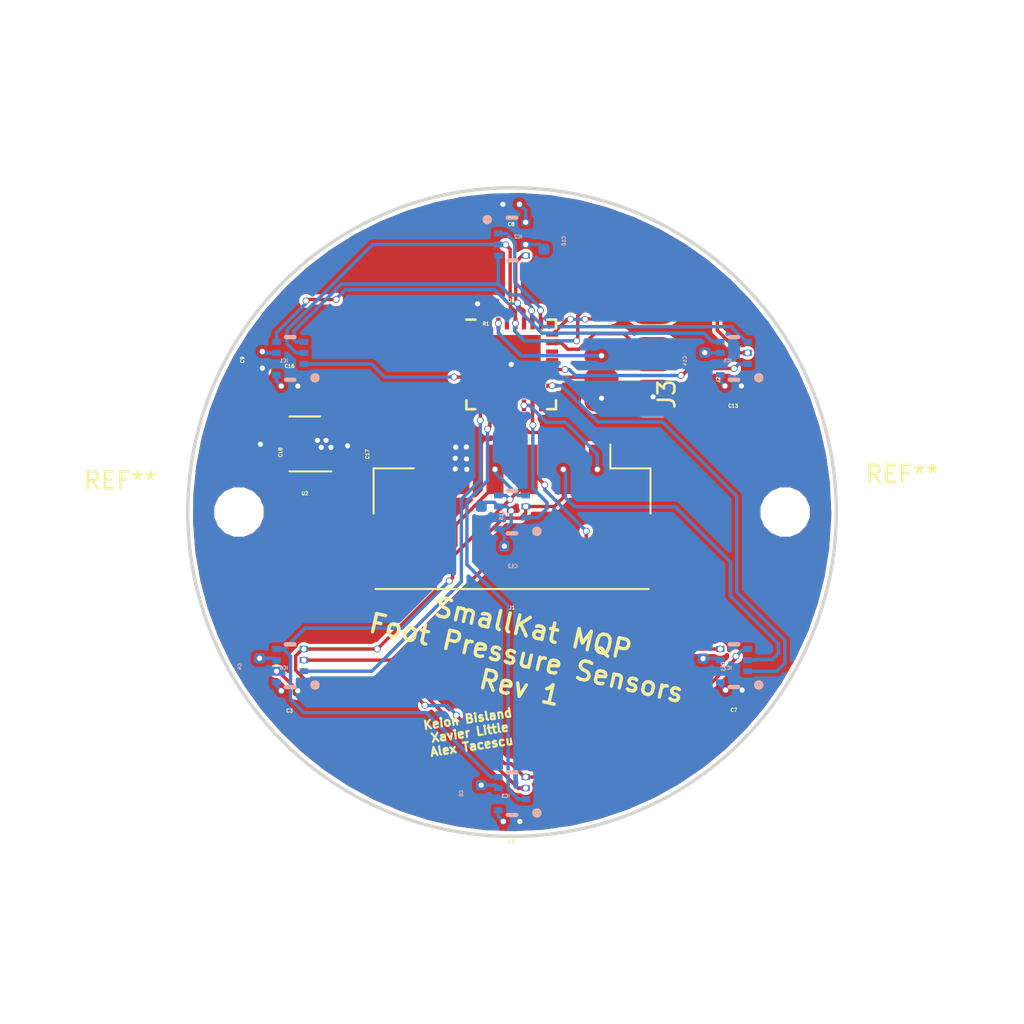
<source format=kicad_pcb>
(kicad_pcb (version 20171130) (host pcbnew 5.0.0-fee4fd1~66~ubuntu16.04.1)

  (general
    (thickness 1.6)
    (drawings 3)
    (tracks 383)
    (zones 0)
    (modules 31)
    (nets 23)
  )

  (page A4)
  (layers
    (0 F.Cu signal)
    (31 B.Cu signal)
    (32 B.Adhes user)
    (33 F.Adhes user)
    (34 B.Paste user)
    (35 F.Paste user)
    (36 B.SilkS user)
    (37 F.SilkS user)
    (38 B.Mask user)
    (39 F.Mask user)
    (40 Dwgs.User user)
    (41 Cmts.User user)
    (42 Eco1.User user)
    (43 Eco2.User user)
    (44 Edge.Cuts user)
    (45 Margin user)
    (46 B.CrtYd user)
    (47 F.CrtYd user)
    (48 B.Fab user)
    (49 F.Fab user)
  )

  (setup
    (last_trace_width 0.2)
    (trace_clearance 0.127)
    (zone_clearance 0.2)
    (zone_45_only no)
    (trace_min 0.127)
    (segment_width 0.2)
    (edge_width 0.2)
    (via_size 0.4)
    (via_drill 0.3)
    (via_min_size 0.4)
    (via_min_drill 0.3)
    (uvia_size 0.3)
    (uvia_drill 0.1)
    (uvias_allowed no)
    (uvia_min_size 0.2)
    (uvia_min_drill 0.1)
    (pcb_text_width 0.3)
    (pcb_text_size 1.5 1.5)
    (mod_edge_width 0.15)
    (mod_text_size 0.2 0.2)
    (mod_text_width 0.05)
    (pad_size 2.5 2.5)
    (pad_drill 2.5)
    (pad_to_mask_clearance 0.2)
    (aux_axis_origin 0 0)
    (visible_elements FFFFFF7F)
    (pcbplotparams
      (layerselection 0x010fc_ffffffff)
      (usegerberextensions false)
      (usegerberattributes false)
      (usegerberadvancedattributes false)
      (creategerberjobfile false)
      (excludeedgelayer true)
      (linewidth 0.100000)
      (plotframeref false)
      (viasonmask false)
      (mode 1)
      (useauxorigin false)
      (hpglpennumber 1)
      (hpglpenspeed 20)
      (hpglpendiameter 15.000000)
      (psnegative false)
      (psa4output false)
      (plotreference true)
      (plotvalue true)
      (plotinvisibletext false)
      (padsonsilk false)
      (subtractmaskfromsilk false)
      (outputformat 1)
      (mirror false)
      (drillshape 0)
      (scaleselection 1)
      (outputdirectory "Gerber/"))
  )

  (net 0 "")
  (net 1 GND)
  (net 2 +3V3)
  (net 3 CS1)
  (net 4 MOSI)
  (net 5 SCK)
  (net 6 MISO)
  (net 7 CS3)
  (net 8 CS5)
  (net 9 CS2)
  (net 10 CS4)
  (net 11 CS)
  (net 12 SWCLK)
  (net 13 SWDIO)
  (net 14 "Net-(R1-Pad1)")
  (net 15 CS6)
  (net 16 CS7)
  (net 17 MOSI2)
  (net 18 SCK2)
  (net 19 MISO2)
  (net 20 +BATT)
  (net 21 RX)
  (net 22 TX)

  (net_class Default "This is the default net class."
    (clearance 0.127)
    (trace_width 0.2)
    (via_dia 0.4)
    (via_drill 0.3)
    (uvia_dia 0.3)
    (uvia_drill 0.1)
    (add_net +3V3)
    (add_net +BATT)
    (add_net CS)
    (add_net CS1)
    (add_net CS2)
    (add_net CS3)
    (add_net CS4)
    (add_net CS5)
    (add_net CS6)
    (add_net CS7)
    (add_net GND)
    (add_net MISO)
    (add_net MISO2)
    (add_net MOSI)
    (add_net MOSI2)
    (add_net "Net-(R1-Pad1)")
    (add_net RX)
    (add_net SCK)
    (add_net SCK2)
    (add_net SWCLK)
    (add_net SWDIO)
    (add_net TX)
  )

  (module MountingHole:MountingHole_2.5mm (layer F.Cu) (tedit 56D1B4CB) (tstamp 5BC38421)
    (at 16 0)
    (descr "Mounting Hole 2.5mm, no annular")
    (tags "mounting hole 2.5mm no annular")
    (attr virtual)
    (fp_text reference REF** (at 6.86 -2.22) (layer F.SilkS)
      (effects (font (size 1 1) (thickness 0.15)))
    )
    (fp_text value MountingHole_2.5mm (at 0 3.5) (layer F.Fab)
      (effects (font (size 1 1) (thickness 0.15)))
    )
    (fp_text user %R (at 0.3 0) (layer F.Fab)
      (effects (font (size 1 1) (thickness 0.15)))
    )
    (fp_circle (center 0 0) (end 2.5 0) (layer Cmts.User) (width 0.15))
    (fp_circle (center 0 0) (end 2.75 0) (layer F.CrtYd) (width 0.05))
    (pad 1 np_thru_hole circle (at 0 0) (size 2.5 2.5) (drill 2.5) (layers *.Cu *.Mask))
  )

  (module BMP280:8-PIN-METAL-LID-LGA_1 (layer B.Cu) (tedit 5B8EB6CF) (tstamp 5B9578B0)
    (at -13 9)
    (descr 8-pin-metal-lid-LGA_1)
    (tags "Integrated Circuit")
    (path /5B710340)
    (attr smd)
    (fp_text reference IC6 (at -0.366 0.129) (layer B.SilkS)
      (effects (font (size 0.2 0.2) (thickness 0.05)) (justify mirror))
    )
    (fp_text value BMP280 (at -0.366 0.129) (layer B.SilkS) hide
      (effects (font (size 0.2 0.2) (thickness 0.05)) (justify mirror))
    )
    (fp_circle (center 1.455 1.134) (end 1.43305 1.134) (layer B.SilkS) (width 0.254))
    (fp_line (start -0.25 -1.25) (end 0.25 -1.25) (layer B.SilkS) (width 0.254))
    (fp_line (start -0.25 1.25) (end 0.25 1.25) (layer B.SilkS) (width 0.254))
    (fp_line (start -1 -1.25) (end -1 1.25) (layer Dwgs.User) (width 0.254))
    (fp_line (start 1 -1.25) (end -1 -1.25) (layer Dwgs.User) (width 0.254))
    (fp_line (start 1 1.25) (end 1 -1.25) (layer Dwgs.User) (width 0.254))
    (fp_line (start -1 1.25) (end 1 1.25) (layer Dwgs.User) (width 0.254))
    (pad 8 smd rect (at -0.8 0.975 270) (size 0.35 0.5) (layers B.Cu B.Paste B.Mask)
      (net 2 +3V3))
    (pad 7 smd rect (at -0.8 0.325 270) (size 0.35 0.5) (layers B.Cu B.Paste B.Mask)
      (net 1 GND))
    (pad 6 smd rect (at -0.8 -0.325 270) (size 0.35 0.5) (layers B.Cu B.Paste B.Mask)
      (net 2 +3V3))
    (pad 5 smd rect (at -0.8 -0.975 270) (size 0.35 0.5) (layers B.Cu B.Paste B.Mask)
      (net 6 MISO))
    (pad 4 smd rect (at 0.8 -0.975 270) (size 0.35 0.5) (layers B.Cu B.Paste B.Mask)
      (net 5 SCK))
    (pad 3 smd rect (at 0.8 -0.325 270) (size 0.35 0.5) (layers B.Cu B.Paste B.Mask)
      (net 4 MOSI))
    (pad 2 smd rect (at 0.8 0.325 270) (size 0.35 0.5) (layers B.Cu B.Paste B.Mask)
      (net 16 CS7))
    (pad 1 smd rect (at 0.8 0.975 270) (size 0.35 0.5) (layers B.Cu B.Paste B.Mask)
      (net 1 GND))
    (model /home/kbisland/Downloads/BMP280.step
      (offset (xyz -1 -1.25 0))
      (scale (xyz 1 1 1))
      (rotate (xyz -90 0 0))
    )
  )

  (module BMP280:8-PIN-METAL-LID-LGA_1 (layer B.Cu) (tedit 5B8EB63C) (tstamp 5B9578C3)
    (at 13 9)
    (descr 8-pin-metal-lid-LGA_1)
    (tags "Integrated Circuit")
    (path /5B71075E)
    (attr smd)
    (fp_text reference IC7 (at -0.366 0.129) (layer B.SilkS)
      (effects (font (size 0.2 0.2) (thickness 0.05)) (justify mirror))
    )
    (fp_text value BMP280 (at -0.366 0.129) (layer B.SilkS) hide
      (effects (font (size 0.2 0.2) (thickness 0.05)) (justify mirror))
    )
    (fp_circle (center 1.455 1.134) (end 1.43305 1.134) (layer B.SilkS) (width 0.254))
    (fp_line (start -0.25 -1.25) (end 0.25 -1.25) (layer B.SilkS) (width 0.254))
    (fp_line (start -0.25 1.25) (end 0.25 1.25) (layer B.SilkS) (width 0.254))
    (fp_line (start -1 -1.25) (end -1 1.25) (layer Dwgs.User) (width 0.254))
    (fp_line (start 1 -1.25) (end -1 -1.25) (layer Dwgs.User) (width 0.254))
    (fp_line (start 1 1.25) (end 1 -1.25) (layer Dwgs.User) (width 0.254))
    (fp_line (start -1 1.25) (end 1 1.25) (layer Dwgs.User) (width 0.254))
    (pad 8 smd rect (at -0.8 0.975 270) (size 0.35 0.5) (layers B.Cu B.Paste B.Mask)
      (net 2 +3V3))
    (pad 7 smd rect (at -0.8 0.325 270) (size 0.35 0.5) (layers B.Cu B.Paste B.Mask)
      (net 1 GND))
    (pad 6 smd rect (at -0.8 -0.325 270) (size 0.35 0.5) (layers B.Cu B.Paste B.Mask)
      (net 2 +3V3))
    (pad 5 smd rect (at -0.8 -0.975 270) (size 0.35 0.5) (layers B.Cu B.Paste B.Mask)
      (net 6 MISO))
    (pad 4 smd rect (at 0.8 -0.975 270) (size 0.35 0.5) (layers B.Cu B.Paste B.Mask)
      (net 5 SCK))
    (pad 3 smd rect (at 0.8 -0.325 270) (size 0.35 0.5) (layers B.Cu B.Paste B.Mask)
      (net 4 MOSI))
    (pad 2 smd rect (at 0.8 0.325 270) (size 0.35 0.5) (layers B.Cu B.Paste B.Mask)
      (net 8 CS5))
    (pad 1 smd rect (at 0.8 0.975 270) (size 0.35 0.5) (layers B.Cu B.Paste B.Mask)
      (net 1 GND))
    (model /home/kbisland/Downloads/BMP280.step
      (offset (xyz -1 -1.25 0))
      (scale (xyz 1 1 1))
      (rotate (xyz -90 0 0))
    )
  )

  (module BMP280:8-PIN-METAL-LID-LGA_1 (layer B.Cu) (tedit 5B8EB656) (tstamp 5B957877)
    (at 0 16.5)
    (descr 8-pin-metal-lid-LGA_1)
    (tags "Integrated Circuit")
    (path /5B70FD35)
    (attr smd)
    (fp_text reference IC3 (at -0.366 0.129) (layer B.SilkS)
      (effects (font (size 0.2 0.2) (thickness 0.05)) (justify mirror))
    )
    (fp_text value BMP280 (at -0.366 0.129) (layer B.SilkS) hide
      (effects (font (size 0.2 0.2) (thickness 0.05)) (justify mirror))
    )
    (fp_circle (center 1.455 1.134) (end 1.43305 1.134) (layer B.SilkS) (width 0.254))
    (fp_line (start -0.25 -1.25) (end 0.25 -1.25) (layer B.SilkS) (width 0.254))
    (fp_line (start -0.25 1.25) (end 0.25 1.25) (layer B.SilkS) (width 0.254))
    (fp_line (start -1 -1.25) (end -1 1.25) (layer Dwgs.User) (width 0.254))
    (fp_line (start 1 -1.25) (end -1 -1.25) (layer Dwgs.User) (width 0.254))
    (fp_line (start 1 1.25) (end 1 -1.25) (layer Dwgs.User) (width 0.254))
    (fp_line (start -1 1.25) (end 1 1.25) (layer Dwgs.User) (width 0.254))
    (pad 8 smd rect (at -0.8 0.975 270) (size 0.35 0.5) (layers B.Cu B.Paste B.Mask)
      (net 2 +3V3))
    (pad 7 smd rect (at -0.8 0.325 270) (size 0.35 0.5) (layers B.Cu B.Paste B.Mask)
      (net 1 GND))
    (pad 6 smd rect (at -0.8 -0.325 270) (size 0.35 0.5) (layers B.Cu B.Paste B.Mask)
      (net 2 +3V3))
    (pad 5 smd rect (at -0.8 -0.975 270) (size 0.35 0.5) (layers B.Cu B.Paste B.Mask)
      (net 6 MISO))
    (pad 4 smd rect (at 0.8 -0.975 270) (size 0.35 0.5) (layers B.Cu B.Paste B.Mask)
      (net 5 SCK))
    (pad 3 smd rect (at 0.8 -0.325 270) (size 0.35 0.5) (layers B.Cu B.Paste B.Mask)
      (net 4 MOSI))
    (pad 2 smd rect (at 0.8 0.325 270) (size 0.35 0.5) (layers B.Cu B.Paste B.Mask)
      (net 15 CS6))
    (pad 1 smd rect (at 0.8 0.975 270) (size 0.35 0.5) (layers B.Cu B.Paste B.Mask)
      (net 1 GND))
    (model /home/kbisland/Downloads/BMP280.step
      (offset (xyz -1 -1.25 0))
      (scale (xyz 1 1 1))
      (rotate (xyz -90 0 0))
    )
  )

  (module BMP280:8-PIN-METAL-LID-LGA_1 (layer B.Cu) (tedit 5B8EB601) (tstamp 5BD9F789)
    (at 0 0)
    (descr 8-pin-metal-lid-LGA_1)
    (tags "Integrated Circuit")
    (path /5B70F91B)
    (attr smd)
    (fp_text reference IC4 (at -0.366 0.129) (layer B.SilkS)
      (effects (font (size 0.2 0.2) (thickness 0.05)) (justify mirror))
    )
    (fp_text value BMP280 (at -0.366 0.129) (layer B.SilkS) hide
      (effects (font (size 0.2 0.2) (thickness 0.05)) (justify mirror))
    )
    (fp_circle (center 1.455 1.134) (end 1.43305 1.134) (layer B.SilkS) (width 0.254))
    (fp_line (start -0.25 -1.25) (end 0.25 -1.25) (layer B.SilkS) (width 0.254))
    (fp_line (start -0.25 1.25) (end 0.25 1.25) (layer B.SilkS) (width 0.254))
    (fp_line (start -1 -1.25) (end -1 1.25) (layer Dwgs.User) (width 0.254))
    (fp_line (start 1 -1.25) (end -1 -1.25) (layer Dwgs.User) (width 0.254))
    (fp_line (start 1 1.25) (end 1 -1.25) (layer Dwgs.User) (width 0.254))
    (fp_line (start -1 1.25) (end 1 1.25) (layer Dwgs.User) (width 0.254))
    (pad 8 smd rect (at -0.8 0.975 270) (size 0.35 0.5) (layers B.Cu B.Paste B.Mask)
      (net 2 +3V3))
    (pad 7 smd rect (at -0.8 0.325 270) (size 0.35 0.5) (layers B.Cu B.Paste B.Mask)
      (net 1 GND))
    (pad 6 smd rect (at -0.8 -0.325 270) (size 0.35 0.5) (layers B.Cu B.Paste B.Mask)
      (net 2 +3V3))
    (pad 5 smd rect (at -0.8 -0.975 270) (size 0.35 0.5) (layers B.Cu B.Paste B.Mask)
      (net 6 MISO))
    (pad 4 smd rect (at 0.8 -0.975 270) (size 0.35 0.5) (layers B.Cu B.Paste B.Mask)
      (net 5 SCK))
    (pad 3 smd rect (at 0.8 -0.325 270) (size 0.35 0.5) (layers B.Cu B.Paste B.Mask)
      (net 4 MOSI))
    (pad 2 smd rect (at 0.8 0.325 270) (size 0.35 0.5) (layers B.Cu B.Paste B.Mask)
      (net 9 CS2))
    (pad 1 smd rect (at 0.8 0.975 270) (size 0.35 0.5) (layers B.Cu B.Paste B.Mask)
      (net 1 GND))
    (model /home/kbisland/Downloads/BMP280.step
      (offset (xyz -1 -1.2 0))
      (scale (xyz 1 1 1))
      (rotate (xyz -90 0 0))
    )
  )

  (module BMP280:8-PIN-METAL-LID-LGA_1 (layer B.Cu) (tedit 5B8EB5A5) (tstamp 5B957851)
    (at -13 -9)
    (descr 8-pin-metal-lid-LGA_1)
    (tags "Integrated Circuit")
    (path /5B70F190)
    (attr smd)
    (fp_text reference IC1 (at -0.366 0.129) (layer B.SilkS)
      (effects (font (size 0.2 0.2) (thickness 0.05)) (justify mirror))
    )
    (fp_text value BMP280 (at -0.366 0.129) (layer B.SilkS) hide
      (effects (font (size 0.2 0.2) (thickness 0.05)) (justify mirror))
    )
    (fp_circle (center 1.455 1.134) (end 1.43305 1.134) (layer B.SilkS) (width 0.254))
    (fp_line (start -0.25 -1.25) (end 0.25 -1.25) (layer B.SilkS) (width 0.254))
    (fp_line (start -0.25 1.25) (end 0.25 1.25) (layer B.SilkS) (width 0.254))
    (fp_line (start -1 -1.25) (end -1 1.25) (layer Dwgs.User) (width 0.254))
    (fp_line (start 1 -1.25) (end -1 -1.25) (layer Dwgs.User) (width 0.254))
    (fp_line (start 1 1.25) (end 1 -1.25) (layer Dwgs.User) (width 0.254))
    (fp_line (start -1 1.25) (end 1 1.25) (layer Dwgs.User) (width 0.254))
    (pad 8 smd rect (at -0.8 0.975 270) (size 0.35 0.5) (layers B.Cu B.Paste B.Mask)
      (net 2 +3V3))
    (pad 7 smd rect (at -0.8 0.325 270) (size 0.35 0.5) (layers B.Cu B.Paste B.Mask)
      (net 1 GND))
    (pad 6 smd rect (at -0.8 -0.325 270) (size 0.35 0.5) (layers B.Cu B.Paste B.Mask)
      (net 2 +3V3))
    (pad 5 smd rect (at -0.8 -0.975 270) (size 0.35 0.5) (layers B.Cu B.Paste B.Mask)
      (net 19 MISO2))
    (pad 4 smd rect (at 0.8 -0.975 270) (size 0.35 0.5) (layers B.Cu B.Paste B.Mask)
      (net 18 SCK2))
    (pad 3 smd rect (at 0.8 -0.325 270) (size 0.35 0.5) (layers B.Cu B.Paste B.Mask)
      (net 17 MOSI2))
    (pad 2 smd rect (at 0.8 0.325 270) (size 0.35 0.5) (layers B.Cu B.Paste B.Mask)
      (net 3 CS1))
    (pad 1 smd rect (at 0.8 0.975 270) (size 0.35 0.5) (layers B.Cu B.Paste B.Mask)
      (net 1 GND))
    (model /home/kbisland/Downloads/BMP280.step
      (offset (xyz -1 -1.25 0))
      (scale (xyz 1 1 1))
      (rotate (xyz -90 0 0))
    )
  )

  (module BMP280:8-PIN-METAL-LID-LGA_1 (layer B.Cu) (tedit 5B8EB51D) (tstamp 5B957864)
    (at 0 -16 180)
    (descr 8-pin-metal-lid-LGA_1)
    (tags "Integrated Circuit")
    (path /5B70FB7C)
    (attr smd)
    (fp_text reference IC2 (at -0.366 0.129 180) (layer B.SilkS)
      (effects (font (size 0.2 0.2) (thickness 0.05)) (justify mirror))
    )
    (fp_text value BMP280 (at -0.366 0.129 180) (layer B.SilkS) hide
      (effects (font (size 0.2 0.2) (thickness 0.05)) (justify mirror))
    )
    (fp_circle (center 1.455 1.134) (end 1.43305 1.134) (layer B.SilkS) (width 0.254))
    (fp_line (start -0.25 -1.25) (end 0.25 -1.25) (layer B.SilkS) (width 0.254))
    (fp_line (start -0.25 1.25) (end 0.25 1.25) (layer B.SilkS) (width 0.254))
    (fp_line (start -1 -1.25) (end -1 1.25) (layer Dwgs.User) (width 0.254))
    (fp_line (start 1 -1.25) (end -1 -1.25) (layer Dwgs.User) (width 0.254))
    (fp_line (start 1 1.25) (end 1 -1.25) (layer Dwgs.User) (width 0.254))
    (fp_line (start -1 1.25) (end 1 1.25) (layer Dwgs.User) (width 0.254))
    (pad 8 smd rect (at -0.8 0.975 90) (size 0.35 0.5) (layers B.Cu B.Paste B.Mask)
      (net 2 +3V3))
    (pad 7 smd rect (at -0.8 0.325 90) (size 0.35 0.5) (layers B.Cu B.Paste B.Mask)
      (net 1 GND))
    (pad 6 smd rect (at -0.8 -0.325 90) (size 0.35 0.5) (layers B.Cu B.Paste B.Mask)
      (net 2 +3V3))
    (pad 5 smd rect (at -0.8 -0.975 90) (size 0.35 0.5) (layers B.Cu B.Paste B.Mask)
      (net 19 MISO2))
    (pad 4 smd rect (at 0.8 -0.975 90) (size 0.35 0.5) (layers B.Cu B.Paste B.Mask)
      (net 18 SCK2))
    (pad 3 smd rect (at 0.8 -0.325 90) (size 0.35 0.5) (layers B.Cu B.Paste B.Mask)
      (net 17 MOSI2))
    (pad 2 smd rect (at 0.8 0.325 90) (size 0.35 0.5) (layers B.Cu B.Paste B.Mask)
      (net 7 CS3))
    (pad 1 smd rect (at 0.8 0.975 90) (size 0.35 0.5) (layers B.Cu B.Paste B.Mask)
      (net 1 GND))
    (model /home/kbisland/Downloads/BMP280.step
      (offset (xyz -1 -1.25 0))
      (scale (xyz 1 1 1))
      (rotate (xyz -90 0 0))
    )
  )

  (module BMP280:8-PIN-METAL-LID-LGA_1 (layer B.Cu) (tedit 5B8EB4FA) (tstamp 5B95789D)
    (at 13 -9)
    (descr 8-pin-metal-lid-LGA_1)
    (tags "Integrated Circuit")
    (path /5B70FBC5)
    (attr smd)
    (fp_text reference IC5 (at -0.366 0.129) (layer B.SilkS)
      (effects (font (size 0.2 0.2) (thickness 0.05)) (justify mirror))
    )
    (fp_text value BMP280 (at -0.366 0.129) (layer B.SilkS) hide
      (effects (font (size 0.2 0.2) (thickness 0.05)) (justify mirror))
    )
    (fp_circle (center 1.455 1.134) (end 1.43305 1.134) (layer B.SilkS) (width 0.254))
    (fp_line (start -0.25 -1.25) (end 0.25 -1.25) (layer B.SilkS) (width 0.254))
    (fp_line (start -0.25 1.25) (end 0.25 1.25) (layer B.SilkS) (width 0.254))
    (fp_line (start -1 -1.25) (end -1 1.25) (layer Dwgs.User) (width 0.254))
    (fp_line (start 1 -1.25) (end -1 -1.25) (layer Dwgs.User) (width 0.254))
    (fp_line (start 1 1.25) (end 1 -1.25) (layer Dwgs.User) (width 0.254))
    (fp_line (start -1 1.25) (end 1 1.25) (layer Dwgs.User) (width 0.254))
    (pad 8 smd rect (at -0.8 0.975 270) (size 0.35 0.5) (layers B.Cu B.Paste B.Mask)
      (net 2 +3V3))
    (pad 7 smd rect (at -0.8 0.325 270) (size 0.35 0.5) (layers B.Cu B.Paste B.Mask)
      (net 1 GND))
    (pad 6 smd rect (at -0.8 -0.325 270) (size 0.35 0.5) (layers B.Cu B.Paste B.Mask)
      (net 2 +3V3))
    (pad 5 smd rect (at -0.8 -0.975 270) (size 0.35 0.5) (layers B.Cu B.Paste B.Mask)
      (net 19 MISO2))
    (pad 4 smd rect (at 0.8 -0.975 270) (size 0.35 0.5) (layers B.Cu B.Paste B.Mask)
      (net 18 SCK2))
    (pad 3 smd rect (at 0.8 -0.325 270) (size 0.35 0.5) (layers B.Cu B.Paste B.Mask)
      (net 17 MOSI2))
    (pad 2 smd rect (at 0.8 0.325 270) (size 0.35 0.5) (layers B.Cu B.Paste B.Mask)
      (net 10 CS4))
    (pad 1 smd rect (at 0.8 0.975 270) (size 0.35 0.5) (layers B.Cu B.Paste B.Mask)
      (net 1 GND))
    (model /home/kbisland/Downloads/BMP280.step
      (offset (xyz -1 -1.25 0))
      (scale (xyz 1 1 1))
      (rotate (xyz -90 0 0))
    )
  )

  (module pads1x4:1x4Pads (layer F.Cu) (tedit 5B8021AA) (tstamp 5BB631E3)
    (at 8.26 -8 270)
    (path /5B70F03E)
    (fp_text reference J2 (at 0.254 -3.818 270) (layer F.SilkS)
      (effects (font (size 0.2 0.2) (thickness 0.05)))
    )
    (fp_text value Conn_01x04_Male (at 0.254 -4.818 270) (layer F.Fab)
      (effects (font (size 0.2 0.2) (thickness 0.05)))
    )
    (pad 1 smd oval (at -4 0 270) (size 2 3) (layers F.Cu F.Paste F.Mask)
      (net 12 SWCLK))
    (pad 2 smd oval (at -1.25 0 270) (size 2 3) (layers F.Cu F.Paste F.Mask)
      (net 13 SWDIO))
    (pad 3 smd oval (at 1.25 0 270) (size 2 3) (layers F.Cu F.Paste F.Mask)
      (net 1 GND))
    (pad 4 smd oval (at 4 0 270) (size 2 3) (layers F.Cu F.Paste F.Mask)
      (net 2 +3V3))
  )

  (module Capacitor_SMD:C_0402_1005Metric (layer F.Cu) (tedit 5B301BBE) (tstamp 5B95777B)
    (at -13.035 10.47 180)
    (descr "Capacitor SMD 0402 (1005 Metric), square (rectangular) end terminal, IPC_7351 nominal, (Body size source: http://www.tortai-tech.com/upload/download/2011102023233369053.pdf), generated with kicad-footprint-generator")
    (tags capacitor)
    (path /5B70F5BC)
    (attr smd)
    (fp_text reference C3 (at 0 -1.17 180) (layer F.SilkS)
      (effects (font (size 0.2 0.2) (thickness 0.05)))
    )
    (fp_text value 100NF (at 0 1.17 180) (layer F.Fab)
      (effects (font (size 0.2 0.2) (thickness 0.05)))
    )
    (fp_text user %R (at 0 0 180) (layer F.Fab)
      (effects (font (size 0.2 0.2) (thickness 0.05)))
    )
    (fp_line (start 0.93 0.47) (end -0.93 0.47) (layer F.CrtYd) (width 0.05))
    (fp_line (start 0.93 -0.47) (end 0.93 0.47) (layer F.CrtYd) (width 0.05))
    (fp_line (start -0.93 -0.47) (end 0.93 -0.47) (layer F.CrtYd) (width 0.05))
    (fp_line (start -0.93 0.47) (end -0.93 -0.47) (layer F.CrtYd) (width 0.05))
    (fp_line (start 0.5 0.25) (end -0.5 0.25) (layer F.Fab) (width 0.1))
    (fp_line (start 0.5 -0.25) (end 0.5 0.25) (layer F.Fab) (width 0.1))
    (fp_line (start -0.5 -0.25) (end 0.5 -0.25) (layer F.Fab) (width 0.1))
    (fp_line (start -0.5 0.25) (end -0.5 -0.25) (layer F.Fab) (width 0.1))
    (pad 2 smd roundrect (at 0.485 0 180) (size 0.59 0.64) (layers F.Cu F.Paste F.Mask) (roundrect_rratio 0.25)
      (net 2 +3V3))
    (pad 1 smd roundrect (at -0.485 0 180) (size 0.59 0.64) (layers F.Cu F.Paste F.Mask) (roundrect_rratio 0.25)
      (net 1 GND))
    (model ${KISYS3DMOD}/Capacitor_SMD.3dshapes/C_0402_1005Metric.wrl
      (at (xyz 0 0 0))
      (scale (xyz 1 1 1))
      (rotate (xyz 0 0 0))
    )
  )

  (module Capacitor_SMD:C_0402_1005Metric (layer B.Cu) (tedit 5B301BBE) (tstamp 5B95778A)
    (at -14.79 9.055 270)
    (descr "Capacitor SMD 0402 (1005 Metric), square (rectangular) end terminal, IPC_7351 nominal, (Body size source: http://www.tortai-tech.com/upload/download/2011102023233369053.pdf), generated with kicad-footprint-generator")
    (tags capacitor)
    (path /5B70F603)
    (attr smd)
    (fp_text reference C4 (at 0 1.17 270) (layer B.SilkS)
      (effects (font (size 0.2 0.2) (thickness 0.05)) (justify mirror))
    )
    (fp_text value 100NF (at 0 -1.17 270) (layer B.Fab)
      (effects (font (size 0.2 0.2) (thickness 0.05)) (justify mirror))
    )
    (fp_line (start -0.5 -0.25) (end -0.5 0.25) (layer B.Fab) (width 0.1))
    (fp_line (start -0.5 0.25) (end 0.5 0.25) (layer B.Fab) (width 0.1))
    (fp_line (start 0.5 0.25) (end 0.5 -0.25) (layer B.Fab) (width 0.1))
    (fp_line (start 0.5 -0.25) (end -0.5 -0.25) (layer B.Fab) (width 0.1))
    (fp_line (start -0.93 -0.47) (end -0.93 0.47) (layer B.CrtYd) (width 0.05))
    (fp_line (start -0.93 0.47) (end 0.93 0.47) (layer B.CrtYd) (width 0.05))
    (fp_line (start 0.93 0.47) (end 0.93 -0.47) (layer B.CrtYd) (width 0.05))
    (fp_line (start 0.93 -0.47) (end -0.93 -0.47) (layer B.CrtYd) (width 0.05))
    (fp_text user %R (at 0 0 270) (layer B.Fab)
      (effects (font (size 0.2 0.2) (thickness 0.05)) (justify mirror))
    )
    (pad 1 smd roundrect (at -0.485 0 270) (size 0.59 0.64) (layers B.Cu B.Paste B.Mask) (roundrect_rratio 0.25)
      (net 2 +3V3))
    (pad 2 smd roundrect (at 0.485 0 270) (size 0.59 0.64) (layers B.Cu B.Paste B.Mask) (roundrect_rratio 0.25)
      (net 1 GND))
    (model ${KISYS3DMOD}/Capacitor_SMD.3dshapes/C_0402_1005Metric.wrl
      (at (xyz 0 0 0))
      (scale (xyz 1 1 1))
      (rotate (xyz 0 0 0))
    )
  )

  (module Capacitor_SMD:C_0402_1005Metric (layer F.Cu) (tedit 5B301BBE) (tstamp 5B957799)
    (at -0.025 18.13 180)
    (descr "Capacitor SMD 0402 (1005 Metric), square (rectangular) end terminal, IPC_7351 nominal, (Body size source: http://www.tortai-tech.com/upload/download/2011102023233369053.pdf), generated with kicad-footprint-generator")
    (tags capacitor)
    (path /5B70FB91)
    (attr smd)
    (fp_text reference C5 (at 0 -1.17 180) (layer F.SilkS)
      (effects (font (size 0.2 0.2) (thickness 0.05)))
    )
    (fp_text value 100NF (at 0 1.17 180) (layer F.Fab)
      (effects (font (size 0.2 0.2) (thickness 0.05)))
    )
    (fp_text user %R (at 0 0 180) (layer F.Fab)
      (effects (font (size 0.2 0.2) (thickness 0.05)))
    )
    (fp_line (start 0.93 0.47) (end -0.93 0.47) (layer F.CrtYd) (width 0.05))
    (fp_line (start 0.93 -0.47) (end 0.93 0.47) (layer F.CrtYd) (width 0.05))
    (fp_line (start -0.93 -0.47) (end 0.93 -0.47) (layer F.CrtYd) (width 0.05))
    (fp_line (start -0.93 0.47) (end -0.93 -0.47) (layer F.CrtYd) (width 0.05))
    (fp_line (start 0.5 0.25) (end -0.5 0.25) (layer F.Fab) (width 0.1))
    (fp_line (start 0.5 -0.25) (end 0.5 0.25) (layer F.Fab) (width 0.1))
    (fp_line (start -0.5 -0.25) (end 0.5 -0.25) (layer F.Fab) (width 0.1))
    (fp_line (start -0.5 0.25) (end -0.5 -0.25) (layer F.Fab) (width 0.1))
    (pad 2 smd roundrect (at 0.485 0 180) (size 0.59 0.64) (layers F.Cu F.Paste F.Mask) (roundrect_rratio 0.25)
      (net 2 +3V3))
    (pad 1 smd roundrect (at -0.485 0 180) (size 0.59 0.64) (layers F.Cu F.Paste F.Mask) (roundrect_rratio 0.25)
      (net 1 GND))
    (model ${KISYS3DMOD}/Capacitor_SMD.3dshapes/C_0402_1005Metric.wrl
      (at (xyz 0 0 0))
      (scale (xyz 1 1 1))
      (rotate (xyz 0 0 0))
    )
  )

  (module Capacitor_SMD:C_0402_1005Metric (layer B.Cu) (tedit 5B301BBE) (tstamp 5B9577A8)
    (at -1.81 16.485 270)
    (descr "Capacitor SMD 0402 (1005 Metric), square (rectangular) end terminal, IPC_7351 nominal, (Body size source: http://www.tortai-tech.com/upload/download/2011102023233369053.pdf), generated with kicad-footprint-generator")
    (tags capacitor)
    (path /5B70FB98)
    (attr smd)
    (fp_text reference C6 (at 0 1.17 270) (layer B.SilkS)
      (effects (font (size 0.2 0.2) (thickness 0.05)) (justify mirror))
    )
    (fp_text value 100NF (at 0 -1.17 270) (layer B.Fab)
      (effects (font (size 0.2 0.2) (thickness 0.05)) (justify mirror))
    )
    (fp_line (start -0.5 -0.25) (end -0.5 0.25) (layer B.Fab) (width 0.1))
    (fp_line (start -0.5 0.25) (end 0.5 0.25) (layer B.Fab) (width 0.1))
    (fp_line (start 0.5 0.25) (end 0.5 -0.25) (layer B.Fab) (width 0.1))
    (fp_line (start 0.5 -0.25) (end -0.5 -0.25) (layer B.Fab) (width 0.1))
    (fp_line (start -0.93 -0.47) (end -0.93 0.47) (layer B.CrtYd) (width 0.05))
    (fp_line (start -0.93 0.47) (end 0.93 0.47) (layer B.CrtYd) (width 0.05))
    (fp_line (start 0.93 0.47) (end 0.93 -0.47) (layer B.CrtYd) (width 0.05))
    (fp_line (start 0.93 -0.47) (end -0.93 -0.47) (layer B.CrtYd) (width 0.05))
    (fp_text user %R (at 0 0 270) (layer B.Fab)
      (effects (font (size 0.2 0.2) (thickness 0.05)) (justify mirror))
    )
    (pad 1 smd roundrect (at -0.485 0 270) (size 0.59 0.64) (layers B.Cu B.Paste B.Mask) (roundrect_rratio 0.25)
      (net 2 +3V3))
    (pad 2 smd roundrect (at 0.485 0 270) (size 0.59 0.64) (layers B.Cu B.Paste B.Mask) (roundrect_rratio 0.25)
      (net 1 GND))
    (model ${KISYS3DMOD}/Capacitor_SMD.3dshapes/C_0402_1005Metric.wrl
      (at (xyz 0 0 0))
      (scale (xyz 1 1 1))
      (rotate (xyz 0 0 0))
    )
  )

  (module Capacitor_SMD:C_0402_1005Metric (layer F.Cu) (tedit 5B301BBE) (tstamp 5B9577B7)
    (at 12.995 10.43 180)
    (descr "Capacitor SMD 0402 (1005 Metric), square (rectangular) end terminal, IPC_7351 nominal, (Body size source: http://www.tortai-tech.com/upload/download/2011102023233369053.pdf), generated with kicad-footprint-generator")
    (tags capacitor)
    (path /5B70FD4A)
    (attr smd)
    (fp_text reference C7 (at 0 -1.17 180) (layer F.SilkS)
      (effects (font (size 0.2 0.2) (thickness 0.05)))
    )
    (fp_text value 100NF (at 0 1.17 180) (layer F.Fab)
      (effects (font (size 0.2 0.2) (thickness 0.05)))
    )
    (fp_text user %R (at 0 0 180) (layer F.Fab)
      (effects (font (size 0.2 0.2) (thickness 0.05)))
    )
    (fp_line (start 0.93 0.47) (end -0.93 0.47) (layer F.CrtYd) (width 0.05))
    (fp_line (start 0.93 -0.47) (end 0.93 0.47) (layer F.CrtYd) (width 0.05))
    (fp_line (start -0.93 -0.47) (end 0.93 -0.47) (layer F.CrtYd) (width 0.05))
    (fp_line (start -0.93 0.47) (end -0.93 -0.47) (layer F.CrtYd) (width 0.05))
    (fp_line (start 0.5 0.25) (end -0.5 0.25) (layer F.Fab) (width 0.1))
    (fp_line (start 0.5 -0.25) (end 0.5 0.25) (layer F.Fab) (width 0.1))
    (fp_line (start -0.5 -0.25) (end 0.5 -0.25) (layer F.Fab) (width 0.1))
    (fp_line (start -0.5 0.25) (end -0.5 -0.25) (layer F.Fab) (width 0.1))
    (pad 2 smd roundrect (at 0.485 0 180) (size 0.59 0.64) (layers F.Cu F.Paste F.Mask) (roundrect_rratio 0.25)
      (net 2 +3V3))
    (pad 1 smd roundrect (at -0.485 0 180) (size 0.59 0.64) (layers F.Cu F.Paste F.Mask) (roundrect_rratio 0.25)
      (net 1 GND))
    (model ${KISYS3DMOD}/Capacitor_SMD.3dshapes/C_0402_1005Metric.wrl
      (at (xyz 0 0 0))
      (scale (xyz 1 1 1))
      (rotate (xyz 0 0 0))
    )
  )

  (module Capacitor_SMD:C_0402_1005Metric (layer F.Cu) (tedit 5B301BBE) (tstamp 5B9577C6)
    (at -0.05 -18.03 180)
    (descr "Capacitor SMD 0402 (1005 Metric), square (rectangular) end terminal, IPC_7351 nominal, (Body size source: http://www.tortai-tech.com/upload/download/2011102023233369053.pdf), generated with kicad-footprint-generator")
    (tags capacitor)
    (path /5B70FD51)
    (attr smd)
    (fp_text reference C8 (at 0 -1.17 180) (layer F.SilkS)
      (effects (font (size 0.2 0.2) (thickness 0.05)))
    )
    (fp_text value 100NF (at 0 1.17 180) (layer F.Fab)
      (effects (font (size 0.2 0.2) (thickness 0.05)))
    )
    (fp_line (start -0.5 0.25) (end -0.5 -0.25) (layer F.Fab) (width 0.1))
    (fp_line (start -0.5 -0.25) (end 0.5 -0.25) (layer F.Fab) (width 0.1))
    (fp_line (start 0.5 -0.25) (end 0.5 0.25) (layer F.Fab) (width 0.1))
    (fp_line (start 0.5 0.25) (end -0.5 0.25) (layer F.Fab) (width 0.1))
    (fp_line (start -0.93 0.47) (end -0.93 -0.47) (layer F.CrtYd) (width 0.05))
    (fp_line (start -0.93 -0.47) (end 0.93 -0.47) (layer F.CrtYd) (width 0.05))
    (fp_line (start 0.93 -0.47) (end 0.93 0.47) (layer F.CrtYd) (width 0.05))
    (fp_line (start 0.93 0.47) (end -0.93 0.47) (layer F.CrtYd) (width 0.05))
    (fp_text user %R (at 0 0 180) (layer F.Fab)
      (effects (font (size 0.2 0.2) (thickness 0.05)))
    )
    (pad 1 smd roundrect (at -0.485 0 180) (size 0.59 0.64) (layers F.Cu F.Paste F.Mask) (roundrect_rratio 0.25)
      (net 2 +3V3))
    (pad 2 smd roundrect (at 0.485 0 180) (size 0.59 0.64) (layers F.Cu F.Paste F.Mask) (roundrect_rratio 0.25)
      (net 1 GND))
    (model ${KISYS3DMOD}/Capacitor_SMD.3dshapes/C_0402_1005Metric.wrl
      (at (xyz 0 0 0))
      (scale (xyz 1 1 1))
      (rotate (xyz 0 0 0))
    )
  )

  (module Capacitor_SMD:C_0402_1005Metric (layer F.Cu) (tedit 5B301BBE) (tstamp 5B9577D5)
    (at -14.63 -8.915 90)
    (descr "Capacitor SMD 0402 (1005 Metric), square (rectangular) end terminal, IPC_7351 nominal, (Body size source: http://www.tortai-tech.com/upload/download/2011102023233369053.pdf), generated with kicad-footprint-generator")
    (tags capacitor)
    (path /5B70F930)
    (attr smd)
    (fp_text reference C9 (at 0 -1.17 90) (layer F.SilkS)
      (effects (font (size 0.2 0.2) (thickness 0.05)))
    )
    (fp_text value 100NF (at 0 1.17 90) (layer F.Fab)
      (effects (font (size 0.2 0.2) (thickness 0.05)))
    )
    (fp_text user %R (at 0 0 90) (layer F.Fab)
      (effects (font (size 0.2 0.2) (thickness 0.05)))
    )
    (fp_line (start 0.93 0.47) (end -0.93 0.47) (layer F.CrtYd) (width 0.05))
    (fp_line (start 0.93 -0.47) (end 0.93 0.47) (layer F.CrtYd) (width 0.05))
    (fp_line (start -0.93 -0.47) (end 0.93 -0.47) (layer F.CrtYd) (width 0.05))
    (fp_line (start -0.93 0.47) (end -0.93 -0.47) (layer F.CrtYd) (width 0.05))
    (fp_line (start 0.5 0.25) (end -0.5 0.25) (layer F.Fab) (width 0.1))
    (fp_line (start 0.5 -0.25) (end 0.5 0.25) (layer F.Fab) (width 0.1))
    (fp_line (start -0.5 -0.25) (end 0.5 -0.25) (layer F.Fab) (width 0.1))
    (fp_line (start -0.5 0.25) (end -0.5 -0.25) (layer F.Fab) (width 0.1))
    (pad 2 smd roundrect (at 0.485 0 90) (size 0.59 0.64) (layers F.Cu F.Paste F.Mask) (roundrect_rratio 0.25)
      (net 2 +3V3))
    (pad 1 smd roundrect (at -0.485 0 90) (size 0.59 0.64) (layers F.Cu F.Paste F.Mask) (roundrect_rratio 0.25)
      (net 1 GND))
    (model ${KISYS3DMOD}/Capacitor_SMD.3dshapes/C_0402_1005Metric.wrl
      (at (xyz 0 0 0))
      (scale (xyz 1 1 1))
      (rotate (xyz 0 0 0))
    )
  )

  (module Capacitor_SMD:C_0402_1005Metric (layer B.Cu) (tedit 5B301BBE) (tstamp 5B9577E4)
    (at 1.87 -15.88 90)
    (descr "Capacitor SMD 0402 (1005 Metric), square (rectangular) end terminal, IPC_7351 nominal, (Body size source: http://www.tortai-tech.com/upload/download/2011102023233369053.pdf), generated with kicad-footprint-generator")
    (tags capacitor)
    (path /5B70F937)
    (attr smd)
    (fp_text reference C10 (at 0 1.17 90) (layer B.SilkS)
      (effects (font (size 0.2 0.2) (thickness 0.05)) (justify mirror))
    )
    (fp_text value 100NF (at 0 -1.17 90) (layer B.Fab)
      (effects (font (size 0.2 0.2) (thickness 0.05)) (justify mirror))
    )
    (fp_line (start -0.5 -0.25) (end -0.5 0.25) (layer B.Fab) (width 0.1))
    (fp_line (start -0.5 0.25) (end 0.5 0.25) (layer B.Fab) (width 0.1))
    (fp_line (start 0.5 0.25) (end 0.5 -0.25) (layer B.Fab) (width 0.1))
    (fp_line (start 0.5 -0.25) (end -0.5 -0.25) (layer B.Fab) (width 0.1))
    (fp_line (start -0.93 -0.47) (end -0.93 0.47) (layer B.CrtYd) (width 0.05))
    (fp_line (start -0.93 0.47) (end 0.93 0.47) (layer B.CrtYd) (width 0.05))
    (fp_line (start 0.93 0.47) (end 0.93 -0.47) (layer B.CrtYd) (width 0.05))
    (fp_line (start 0.93 -0.47) (end -0.93 -0.47) (layer B.CrtYd) (width 0.05))
    (fp_text user %R (at 0 0 90) (layer B.Fab)
      (effects (font (size 0.2 0.2) (thickness 0.05)) (justify mirror))
    )
    (pad 1 smd roundrect (at -0.485 0 90) (size 0.59 0.64) (layers B.Cu B.Paste B.Mask) (roundrect_rratio 0.25)
      (net 2 +3V3))
    (pad 2 smd roundrect (at 0.485 0 90) (size 0.59 0.64) (layers B.Cu B.Paste B.Mask) (roundrect_rratio 0.25)
      (net 1 GND))
    (model ${KISYS3DMOD}/Capacitor_SMD.3dshapes/C_0402_1005Metric.wrl
      (at (xyz 0 0 0))
      (scale (xyz 1 1 1))
      (rotate (xyz 0 0 0))
    )
  )

  (module Capacitor_SMD:C_0402_1005Metric (layer B.Cu) (tedit 5B301BBE) (tstamp 5BC382D6)
    (at 11.19 9.065 90)
    (descr "Capacitor SMD 0402 (1005 Metric), square (rectangular) end terminal, IPC_7351 nominal, (Body size source: http://www.tortai-tech.com/upload/download/2011102023233369053.pdf), generated with kicad-footprint-generator")
    (tags capacitor)
    (path /5B70FBDA)
    (attr smd)
    (fp_text reference C11 (at 0 1.17 90) (layer B.SilkS)
      (effects (font (size 0.2 0.2) (thickness 0.05)) (justify mirror))
    )
    (fp_text value 100NF (at 0 -1.17 90) (layer B.Fab)
      (effects (font (size 0.2 0.2) (thickness 0.05)) (justify mirror))
    )
    (fp_text user %R (at 0 0 90) (layer B.Fab)
      (effects (font (size 0.2 0.2) (thickness 0.05)) (justify mirror))
    )
    (fp_line (start 0.93 -0.47) (end -0.93 -0.47) (layer B.CrtYd) (width 0.05))
    (fp_line (start 0.93 0.47) (end 0.93 -0.47) (layer B.CrtYd) (width 0.05))
    (fp_line (start -0.93 0.47) (end 0.93 0.47) (layer B.CrtYd) (width 0.05))
    (fp_line (start -0.93 -0.47) (end -0.93 0.47) (layer B.CrtYd) (width 0.05))
    (fp_line (start 0.5 -0.25) (end -0.5 -0.25) (layer B.Fab) (width 0.1))
    (fp_line (start 0.5 0.25) (end 0.5 -0.25) (layer B.Fab) (width 0.1))
    (fp_line (start -0.5 0.25) (end 0.5 0.25) (layer B.Fab) (width 0.1))
    (fp_line (start -0.5 -0.25) (end -0.5 0.25) (layer B.Fab) (width 0.1))
    (pad 2 smd roundrect (at 0.485 0 90) (size 0.59 0.64) (layers B.Cu B.Paste B.Mask) (roundrect_rratio 0.25)
      (net 2 +3V3))
    (pad 1 smd roundrect (at -0.485 0 90) (size 0.59 0.64) (layers B.Cu B.Paste B.Mask) (roundrect_rratio 0.25)
      (net 1 GND))
    (model ${KISYS3DMOD}/Capacitor_SMD.3dshapes/C_0402_1005Metric.wrl
      (at (xyz 0 0 0))
      (scale (xyz 1 1 1))
      (rotate (xyz 0 0 0))
    )
  )

  (module Capacitor_SMD:C_0402_1005Metric (layer B.Cu) (tedit 5B301BBE) (tstamp 5B957802)
    (at 0.035 2)
    (descr "Capacitor SMD 0402 (1005 Metric), square (rectangular) end terminal, IPC_7351 nominal, (Body size source: http://www.tortai-tech.com/upload/download/2011102023233369053.pdf), generated with kicad-footprint-generator")
    (tags capacitor)
    (path /5B70FBE1)
    (attr smd)
    (fp_text reference C12 (at 0 1.17) (layer B.SilkS)
      (effects (font (size 0.2 0.2) (thickness 0.05)) (justify mirror))
    )
    (fp_text value 100NF (at 0 -1.17) (layer B.Fab)
      (effects (font (size 0.2 0.2) (thickness 0.05)) (justify mirror))
    )
    (fp_line (start -0.5 -0.25) (end -0.5 0.25) (layer B.Fab) (width 0.1))
    (fp_line (start -0.5 0.25) (end 0.5 0.25) (layer B.Fab) (width 0.1))
    (fp_line (start 0.5 0.25) (end 0.5 -0.25) (layer B.Fab) (width 0.1))
    (fp_line (start 0.5 -0.25) (end -0.5 -0.25) (layer B.Fab) (width 0.1))
    (fp_line (start -0.93 -0.47) (end -0.93 0.47) (layer B.CrtYd) (width 0.05))
    (fp_line (start -0.93 0.47) (end 0.93 0.47) (layer B.CrtYd) (width 0.05))
    (fp_line (start 0.93 0.47) (end 0.93 -0.47) (layer B.CrtYd) (width 0.05))
    (fp_line (start 0.93 -0.47) (end -0.93 -0.47) (layer B.CrtYd) (width 0.05))
    (fp_text user %R (at 0 0) (layer B.Fab)
      (effects (font (size 0.2 0.2) (thickness 0.05)) (justify mirror))
    )
    (pad 1 smd roundrect (at -0.485 0) (size 0.59 0.64) (layers B.Cu B.Paste B.Mask) (roundrect_rratio 0.25)
      (net 2 +3V3))
    (pad 2 smd roundrect (at 0.485 0) (size 0.59 0.64) (layers B.Cu B.Paste B.Mask) (roundrect_rratio 0.25)
      (net 1 GND))
    (model ${KISYS3DMOD}/Capacitor_SMD.3dshapes/C_0402_1005Metric.wrl
      (at (xyz 0 0 0))
      (scale (xyz 1 1 1))
      (rotate (xyz 0 0 0))
    )
  )

  (module Capacitor_SMD:C_0402_1005Metric (layer F.Cu) (tedit 5B301BBE) (tstamp 5B957811)
    (at 12.955 -7.39 180)
    (descr "Capacitor SMD 0402 (1005 Metric), square (rectangular) end terminal, IPC_7351 nominal, (Body size source: http://www.tortai-tech.com/upload/download/2011102023233369053.pdf), generated with kicad-footprint-generator")
    (tags capacitor)
    (path /5B710355)
    (attr smd)
    (fp_text reference C13 (at 0 -1.17 180) (layer F.SilkS)
      (effects (font (size 0.2 0.2) (thickness 0.05)))
    )
    (fp_text value 100NF (at 0 1.17 180) (layer F.Fab)
      (effects (font (size 0.2 0.2) (thickness 0.05)))
    )
    (fp_text user %R (at 0 0 180) (layer F.Fab)
      (effects (font (size 0.2 0.2) (thickness 0.05)))
    )
    (fp_line (start 0.93 0.47) (end -0.93 0.47) (layer F.CrtYd) (width 0.05))
    (fp_line (start 0.93 -0.47) (end 0.93 0.47) (layer F.CrtYd) (width 0.05))
    (fp_line (start -0.93 -0.47) (end 0.93 -0.47) (layer F.CrtYd) (width 0.05))
    (fp_line (start -0.93 0.47) (end -0.93 -0.47) (layer F.CrtYd) (width 0.05))
    (fp_line (start 0.5 0.25) (end -0.5 0.25) (layer F.Fab) (width 0.1))
    (fp_line (start 0.5 -0.25) (end 0.5 0.25) (layer F.Fab) (width 0.1))
    (fp_line (start -0.5 -0.25) (end 0.5 -0.25) (layer F.Fab) (width 0.1))
    (fp_line (start -0.5 0.25) (end -0.5 -0.25) (layer F.Fab) (width 0.1))
    (pad 2 smd roundrect (at 0.485 0 180) (size 0.59 0.64) (layers F.Cu F.Paste F.Mask) (roundrect_rratio 0.25)
      (net 2 +3V3))
    (pad 1 smd roundrect (at -0.485 0 180) (size 0.59 0.64) (layers F.Cu F.Paste F.Mask) (roundrect_rratio 0.25)
      (net 1 GND))
    (model ${KISYS3DMOD}/Capacitor_SMD.3dshapes/C_0402_1005Metric.wrl
      (at (xyz 0 0 0))
      (scale (xyz 1 1 1))
      (rotate (xyz 0 0 0))
    )
  )

  (module Capacitor_SMD:C_0402_1005Metric (layer B.Cu) (tedit 5B301BBE) (tstamp 5BC38769)
    (at 11.29 -8.855 270)
    (descr "Capacitor SMD 0402 (1005 Metric), square (rectangular) end terminal, IPC_7351 nominal, (Body size source: http://www.tortai-tech.com/upload/download/2011102023233369053.pdf), generated with kicad-footprint-generator")
    (tags capacitor)
    (path /5B71035C)
    (attr smd)
    (fp_text reference C14 (at 0 1.17 270) (layer B.SilkS)
      (effects (font (size 0.2 0.2) (thickness 0.05)) (justify mirror))
    )
    (fp_text value 100NF (at 0 -1.17 270) (layer B.Fab)
      (effects (font (size 0.2 0.2) (thickness 0.05)) (justify mirror))
    )
    (fp_line (start -0.5 -0.25) (end -0.5 0.25) (layer B.Fab) (width 0.1))
    (fp_line (start -0.5 0.25) (end 0.5 0.25) (layer B.Fab) (width 0.1))
    (fp_line (start 0.5 0.25) (end 0.5 -0.25) (layer B.Fab) (width 0.1))
    (fp_line (start 0.5 -0.25) (end -0.5 -0.25) (layer B.Fab) (width 0.1))
    (fp_line (start -0.93 -0.47) (end -0.93 0.47) (layer B.CrtYd) (width 0.05))
    (fp_line (start -0.93 0.47) (end 0.93 0.47) (layer B.CrtYd) (width 0.05))
    (fp_line (start 0.93 0.47) (end 0.93 -0.47) (layer B.CrtYd) (width 0.05))
    (fp_line (start 0.93 -0.47) (end -0.93 -0.47) (layer B.CrtYd) (width 0.05))
    (fp_text user %R (at 0 0 270) (layer B.Fab)
      (effects (font (size 0.2 0.2) (thickness 0.05)) (justify mirror))
    )
    (pad 1 smd roundrect (at -0.485 0 270) (size 0.59 0.64) (layers B.Cu B.Paste B.Mask) (roundrect_rratio 0.25)
      (net 2 +3V3))
    (pad 2 smd roundrect (at 0.485 0 270) (size 0.59 0.64) (layers B.Cu B.Paste B.Mask) (roundrect_rratio 0.25)
      (net 1 GND))
    (model ${KISYS3DMOD}/Capacitor_SMD.3dshapes/C_0402_1005Metric.wrl
      (at (xyz 0 0 0))
      (scale (xyz 1 1 1))
      (rotate (xyz 0 0 0))
    )
  )

  (module Capacitor_SMD:C_0402_1005Metric (layer B.Cu) (tedit 5B301BBE) (tstamp 5BB64885)
    (at -1.8 0.18 90)
    (descr "Capacitor SMD 0402 (1005 Metric), square (rectangular) end terminal, IPC_7351 nominal, (Body size source: http://www.tortai-tech.com/upload/download/2011102023233369053.pdf), generated with kicad-footprint-generator")
    (tags capacitor)
    (path /5B710773)
    (attr smd)
    (fp_text reference C15 (at 0 1.17 90) (layer B.SilkS)
      (effects (font (size 0.2 0.2) (thickness 0.05)) (justify mirror))
    )
    (fp_text value 100NF (at 0 -1.17 90) (layer B.Fab)
      (effects (font (size 0.2 0.2) (thickness 0.05)) (justify mirror))
    )
    (fp_text user %R (at 0 0 90) (layer B.Fab)
      (effects (font (size 0.2 0.2) (thickness 0.05)) (justify mirror))
    )
    (fp_line (start 0.93 -0.47) (end -0.93 -0.47) (layer B.CrtYd) (width 0.05))
    (fp_line (start 0.93 0.47) (end 0.93 -0.47) (layer B.CrtYd) (width 0.05))
    (fp_line (start -0.93 0.47) (end 0.93 0.47) (layer B.CrtYd) (width 0.05))
    (fp_line (start -0.93 -0.47) (end -0.93 0.47) (layer B.CrtYd) (width 0.05))
    (fp_line (start 0.5 -0.25) (end -0.5 -0.25) (layer B.Fab) (width 0.1))
    (fp_line (start 0.5 0.25) (end 0.5 -0.25) (layer B.Fab) (width 0.1))
    (fp_line (start -0.5 0.25) (end 0.5 0.25) (layer B.Fab) (width 0.1))
    (fp_line (start -0.5 -0.25) (end -0.5 0.25) (layer B.Fab) (width 0.1))
    (pad 2 smd roundrect (at 0.485 0 90) (size 0.59 0.64) (layers B.Cu B.Paste B.Mask) (roundrect_rratio 0.25)
      (net 2 +3V3))
    (pad 1 smd roundrect (at -0.485 0 90) (size 0.59 0.64) (layers B.Cu B.Paste B.Mask) (roundrect_rratio 0.25)
      (net 1 GND))
    (model ${KISYS3DMOD}/Capacitor_SMD.3dshapes/C_0402_1005Metric.wrl
      (at (xyz 0 0 0))
      (scale (xyz 1 1 1))
      (rotate (xyz 0 0 0))
    )
  )

  (module Capacitor_SMD:C_0402_1005Metric (layer F.Cu) (tedit 5B301BBE) (tstamp 5B95783E)
    (at -13.035 -7.38)
    (descr "Capacitor SMD 0402 (1005 Metric), square (rectangular) end terminal, IPC_7351 nominal, (Body size source: http://www.tortai-tech.com/upload/download/2011102023233369053.pdf), generated with kicad-footprint-generator")
    (tags capacitor)
    (path /5B71077A)
    (attr smd)
    (fp_text reference C16 (at 0 -1.17) (layer F.SilkS)
      (effects (font (size 0.2 0.2) (thickness 0.05)))
    )
    (fp_text value 100NF (at 0 1.17) (layer F.Fab)
      (effects (font (size 0.2 0.2) (thickness 0.05)))
    )
    (fp_line (start -0.5 0.25) (end -0.5 -0.25) (layer F.Fab) (width 0.1))
    (fp_line (start -0.5 -0.25) (end 0.5 -0.25) (layer F.Fab) (width 0.1))
    (fp_line (start 0.5 -0.25) (end 0.5 0.25) (layer F.Fab) (width 0.1))
    (fp_line (start 0.5 0.25) (end -0.5 0.25) (layer F.Fab) (width 0.1))
    (fp_line (start -0.93 0.47) (end -0.93 -0.47) (layer F.CrtYd) (width 0.05))
    (fp_line (start -0.93 -0.47) (end 0.93 -0.47) (layer F.CrtYd) (width 0.05))
    (fp_line (start 0.93 -0.47) (end 0.93 0.47) (layer F.CrtYd) (width 0.05))
    (fp_line (start 0.93 0.47) (end -0.93 0.47) (layer F.CrtYd) (width 0.05))
    (fp_text user %R (at 0 0) (layer F.Fab)
      (effects (font (size 0.2 0.2) (thickness 0.05)))
    )
    (pad 1 smd roundrect (at -0.485 0) (size 0.59 0.64) (layers F.Cu F.Paste F.Mask) (roundrect_rratio 0.25)
      (net 2 +3V3))
    (pad 2 smd roundrect (at 0.485 0) (size 0.59 0.64) (layers F.Cu F.Paste F.Mask) (roundrect_rratio 0.25)
      (net 1 GND))
    (model ${KISYS3DMOD}/Capacitor_SMD.3dshapes/C_0402_1005Metric.wrl
      (at (xyz 0 0 0))
      (scale (xyz 1 1 1))
      (rotate (xyz 0 0 0))
    )
  )

  (module Resistor_SMD:R_0402_1005Metric (layer F.Cu) (tedit 5B301BBD) (tstamp 5BD9F4CB)
    (at -1.535 -12.2 180)
    (descr "Resistor SMD 0402 (1005 Metric), square (rectangular) end terminal, IPC_7351 nominal, (Body size source: http://www.tortai-tech.com/upload/download/2011102023233369053.pdf), generated with kicad-footprint-generator")
    (tags resistor)
    (path /5B710FD6)
    (attr smd)
    (fp_text reference R1 (at 0 -1.17 180) (layer F.SilkS)
      (effects (font (size 0.2 0.2) (thickness 0.05)))
    )
    (fp_text value 100K (at 0 1.17 180) (layer F.Fab)
      (effects (font (size 0.2 0.2) (thickness 0.05)))
    )
    (fp_line (start -0.5 0.25) (end -0.5 -0.25) (layer F.Fab) (width 0.1))
    (fp_line (start -0.5 -0.25) (end 0.5 -0.25) (layer F.Fab) (width 0.1))
    (fp_line (start 0.5 -0.25) (end 0.5 0.25) (layer F.Fab) (width 0.1))
    (fp_line (start 0.5 0.25) (end -0.5 0.25) (layer F.Fab) (width 0.1))
    (fp_line (start -0.93 0.47) (end -0.93 -0.47) (layer F.CrtYd) (width 0.05))
    (fp_line (start -0.93 -0.47) (end 0.93 -0.47) (layer F.CrtYd) (width 0.05))
    (fp_line (start 0.93 -0.47) (end 0.93 0.47) (layer F.CrtYd) (width 0.05))
    (fp_line (start 0.93 0.47) (end -0.93 0.47) (layer F.CrtYd) (width 0.05))
    (fp_text user %R (at 0 0 180) (layer F.Fab)
      (effects (font (size 0.2 0.2) (thickness 0.05)))
    )
    (pad 1 smd roundrect (at -0.485 0 180) (size 0.59 0.64) (layers F.Cu F.Paste F.Mask) (roundrect_rratio 0.25)
      (net 14 "Net-(R1-Pad1)"))
    (pad 2 smd roundrect (at 0.485 0 180) (size 0.59 0.64) (layers F.Cu F.Paste F.Mask) (roundrect_rratio 0.25)
      (net 1 GND))
    (model ${KISYS3DMOD}/Resistor_SMD.3dshapes/R_0402_1005Metric.wrl
      (at (xyz 0 0 0))
      (scale (xyz 1 1 1))
      (rotate (xyz 0 0 0))
    )
  )

  (module Package_DFN_QFN:QFN-32-1EP_5x5mm_P0.5mm_EP3.45x3.45mm (layer F.Cu) (tedit 5A651CE1) (tstamp 5B95792E)
    (at -0.05 -8.65)
    (descr "UH Package; 32-Lead Plastic QFN (5mm x 5mm); (see Linear Technology QFN_32_05-08-1693.pdf)")
    (tags "QFN 0.5")
    (path /5B70EF37)
    (attr smd)
    (fp_text reference U1 (at 0 -3.75) (layer F.SilkS)
      (effects (font (size 0.2 0.2) (thickness 0.05)))
    )
    (fp_text value STM32L432KBUx (at 0 3.75) (layer F.Fab)
      (effects (font (size 0.2 0.2) (thickness 0.05)))
    )
    (fp_text user %R (at 0 0) (layer F.Fab)
      (effects (font (size 0.2 0.2) (thickness 0.05)))
    )
    (fp_line (start -1.5 -2.5) (end 2.5 -2.5) (layer F.Fab) (width 0.15))
    (fp_line (start 2.5 -2.5) (end 2.5 2.5) (layer F.Fab) (width 0.15))
    (fp_line (start 2.5 2.5) (end -2.5 2.5) (layer F.Fab) (width 0.15))
    (fp_line (start -2.5 2.5) (end -2.5 -1.5) (layer F.Fab) (width 0.15))
    (fp_line (start -2.5 -1.5) (end -1.5 -2.5) (layer F.Fab) (width 0.15))
    (fp_line (start -3 -3) (end -3 3) (layer F.CrtYd) (width 0.05))
    (fp_line (start 3 -3) (end 3 3) (layer F.CrtYd) (width 0.05))
    (fp_line (start -3 -3) (end 3 -3) (layer F.CrtYd) (width 0.05))
    (fp_line (start -3 3) (end 3 3) (layer F.CrtYd) (width 0.05))
    (fp_line (start 2.625 -2.625) (end 2.625 -2.1) (layer F.SilkS) (width 0.15))
    (fp_line (start -2.625 2.625) (end -2.625 2.1) (layer F.SilkS) (width 0.15))
    (fp_line (start 2.625 2.625) (end 2.625 2.1) (layer F.SilkS) (width 0.15))
    (fp_line (start -2.625 -2.625) (end -2.1 -2.625) (layer F.SilkS) (width 0.15))
    (fp_line (start -2.625 2.625) (end -2.1 2.625) (layer F.SilkS) (width 0.15))
    (fp_line (start 2.625 2.625) (end 2.1 2.625) (layer F.SilkS) (width 0.15))
    (fp_line (start 2.625 -2.625) (end 2.1 -2.625) (layer F.SilkS) (width 0.15))
    (pad 1 smd rect (at -2.4 -1.75) (size 0.7 0.25) (layers F.Cu F.Paste F.Mask)
      (net 2 +3V3))
    (pad 2 smd rect (at -2.4 -1.25) (size 0.7 0.25) (layers F.Cu F.Paste F.Mask))
    (pad 3 smd rect (at -2.4 -0.75) (size 0.7 0.25) (layers F.Cu F.Paste F.Mask))
    (pad 4 smd rect (at -2.4 -0.25) (size 0.7 0.25) (layers F.Cu F.Paste F.Mask))
    (pad 5 smd rect (at -2.4 0.25) (size 0.7 0.25) (layers F.Cu F.Paste F.Mask)
      (net 2 +3V3))
    (pad 6 smd rect (at -2.4 0.75) (size 0.7 0.25) (layers F.Cu F.Paste F.Mask)
      (net 3 CS1))
    (pad 7 smd rect (at -2.4 1.25) (size 0.7 0.25) (layers F.Cu F.Paste F.Mask))
    (pad 8 smd rect (at -2.4 1.75) (size 0.7 0.25) (layers F.Cu F.Paste F.Mask))
    (pad 9 smd rect (at -1.75 2.4 90) (size 0.7 0.25) (layers F.Cu F.Paste F.Mask)
      (net 16 CS7))
    (pad 10 smd rect (at -1.25 2.4 90) (size 0.7 0.25) (layers F.Cu F.Paste F.Mask)
      (net 15 CS6))
    (pad 11 smd rect (at -0.75 2.4 90) (size 0.7 0.25) (layers F.Cu F.Paste F.Mask)
      (net 5 SCK))
    (pad 12 smd rect (at -0.25 2.4 90) (size 0.7 0.25) (layers F.Cu F.Paste F.Mask)
      (net 6 MISO))
    (pad 13 smd rect (at 0.25 2.4 90) (size 0.7 0.25) (layers F.Cu F.Paste F.Mask)
      (net 4 MOSI))
    (pad 14 smd rect (at 0.75 2.4 90) (size 0.7 0.25) (layers F.Cu F.Paste F.Mask)
      (net 11 CS))
    (pad 15 smd rect (at 1.25 2.4 90) (size 0.7 0.25) (layers F.Cu F.Paste F.Mask)
      (net 9 CS2))
    (pad 16 smd rect (at 1.75 2.4 90) (size 0.7 0.25) (layers F.Cu F.Paste F.Mask)
      (net 1 GND))
    (pad 17 smd rect (at 2.4 1.75) (size 0.7 0.25) (layers F.Cu F.Paste F.Mask)
      (net 2 +3V3))
    (pad 18 smd rect (at 2.4 1.25) (size 0.7 0.25) (layers F.Cu F.Paste F.Mask)
      (net 8 CS5))
    (pad 19 smd rect (at 2.4 0.75) (size 0.7 0.25) (layers F.Cu F.Paste F.Mask)
      (net 22 TX))
    (pad 20 smd rect (at 2.4 0.25) (size 0.7 0.25) (layers F.Cu F.Paste F.Mask)
      (net 10 CS4))
    (pad 21 smd rect (at 2.4 -0.25) (size 0.7 0.25) (layers F.Cu F.Paste F.Mask))
    (pad 22 smd rect (at 2.4 -0.75) (size 0.7 0.25) (layers F.Cu F.Paste F.Mask))
    (pad 23 smd rect (at 2.4 -1.25) (size 0.7 0.25) (layers F.Cu F.Paste F.Mask)
      (net 13 SWDIO))
    (pad 24 smd rect (at 2.4 -1.75) (size 0.7 0.25) (layers F.Cu F.Paste F.Mask)
      (net 12 SWCLK))
    (pad 25 smd rect (at 1.75 -2.4 90) (size 0.7 0.25) (layers F.Cu F.Paste F.Mask)
      (net 7 CS3))
    (pad 26 smd rect (at 1.25 -2.4 90) (size 0.7 0.25) (layers F.Cu F.Paste F.Mask)
      (net 18 SCK2))
    (pad 27 smd rect (at 0.75 -2.4 90) (size 0.7 0.25) (layers F.Cu F.Paste F.Mask)
      (net 19 MISO2))
    (pad 28 smd rect (at 0.25 -2.4 90) (size 0.7 0.25) (layers F.Cu F.Paste F.Mask)
      (net 17 MOSI2))
    (pad 29 smd rect (at -0.25 -2.4 90) (size 0.7 0.25) (layers F.Cu F.Paste F.Mask))
    (pad 30 smd rect (at -0.75 -2.4 90) (size 0.7 0.25) (layers F.Cu F.Paste F.Mask)
      (net 21 RX))
    (pad 31 smd rect (at -1.25 -2.4 90) (size 0.7 0.25) (layers F.Cu F.Paste F.Mask)
      (net 14 "Net-(R1-Pad1)"))
    (pad 32 smd rect (at -1.75 -2.4 90) (size 0.7 0.25) (layers F.Cu F.Paste F.Mask)
      (net 1 GND))
    (pad "" smd rect (at 1.15 1.15) (size 0.92 0.92) (layers F.Paste))
    (pad 33 smd rect (at 0 0) (size 3.45 3.45) (layers F.Cu F.Mask)
      (net 1 GND))
    (pad "" smd rect (at 0 1.15) (size 0.92 0.92) (layers F.Paste))
    (pad "" smd rect (at -1.15 1.15) (size 0.92 0.92) (layers F.Paste))
    (pad "" smd rect (at -1.15 0) (size 0.92 0.92) (layers F.Paste))
    (pad "" smd rect (at 0 0) (size 0.92 0.92) (layers F.Paste))
    (pad "" smd rect (at 1.15 0) (size 0.92 0.92) (layers F.Paste))
    (pad "" smd rect (at -1.15 -1.15) (size 0.92 0.92) (layers F.Paste))
    (pad "" smd rect (at 0 -1.15) (size 0.92 0.92) (layers F.Paste))
    (pad "" smd rect (at 1.15 -1.15) (size 0.92 0.92) (layers F.Paste))
    (model ${KISYS3DMOD}/Package_DFN_QFN.3dshapes/QFN-32-1EP_5x5mm_P0.5mm_EP3.45x3.45mm.wrl
      (at (xyz 0 0 0))
      (scale (xyz 1 1 1))
      (rotate (xyz 0 0 0))
    )
  )

  (module Connector_Molex:Molex_CLIK-Mate_502443-0670_1x06-1MP_P2.00mm_Vertical (layer F.Cu) (tedit 5AA46ED0) (tstamp 5BB75391)
    (at 0 0 180)
    (descr "Molex CLIK-Mate series connector, 502443-0670 (http://www.molex.com/pdm_docs/sd/5024430270_sd.pdf), generated with kicad-footprint-generator")
    (tags "connector Molex CLIK-Mate side entry")
    (path /5B7128CF)
    (attr smd)
    (fp_text reference J1 (at 0 -5.6 180) (layer F.SilkS)
      (effects (font (size 0.2 0.2) (thickness 0.05)))
    )
    (fp_text value Conn_01x06_Male (at 0 5.15 180) (layer F.Fab)
      (effects (font (size 0.2 0.2) (thickness 0.05)))
    )
    (fp_line (start -8 2.45) (end 8 2.45) (layer F.Fab) (width 0.1))
    (fp_line (start -8.11 -0.09) (end -8.11 2.56) (layer F.SilkS) (width 0.12))
    (fp_line (start -8.11 2.56) (end -5.76 2.56) (layer F.SilkS) (width 0.12))
    (fp_line (start -5.76 2.56) (end -5.76 3.95) (layer F.SilkS) (width 0.12))
    (fp_line (start 8.11 -0.09) (end 8.11 2.56) (layer F.SilkS) (width 0.12))
    (fp_line (start 8.11 2.56) (end 5.76 2.56) (layer F.SilkS) (width 0.12))
    (fp_line (start -8 -4.51) (end 8 -4.51) (layer F.SilkS) (width 0.12))
    (fp_line (start -8 -4.4) (end 8 -4.4) (layer F.Fab) (width 0.1))
    (fp_line (start -8 2.45) (end -8 -4.4) (layer F.Fab) (width 0.1))
    (fp_line (start 8 2.45) (end 8 -4.4) (layer F.Fab) (width 0.1))
    (fp_line (start -8.75 -4.9) (end -8.75 4.45) (layer F.CrtYd) (width 0.05))
    (fp_line (start -8.75 4.45) (end 8.75 4.45) (layer F.CrtYd) (width 0.05))
    (fp_line (start 8.75 4.45) (end 8.75 -4.9) (layer F.CrtYd) (width 0.05))
    (fp_line (start 8.75 -4.9) (end -8.75 -4.9) (layer F.CrtYd) (width 0.05))
    (fp_line (start -5.5 2.45) (end -5 1.742893) (layer F.Fab) (width 0.1))
    (fp_line (start -5 1.742893) (end -4.5 2.45) (layer F.Fab) (width 0.1))
    (fp_text user %R (at 0 -0.98 180) (layer F.Fab)
      (effects (font (size 0.2 0.2) (thickness 0.05)))
    )
    (pad 1 smd rect (at -5 2.5 180) (size 1 2.9) (layers F.Cu F.Paste F.Mask)
      (net 11 CS))
    (pad 2 smd rect (at -3 2.5 180) (size 1 2.9) (layers F.Cu F.Paste F.Mask)
      (net 4 MOSI))
    (pad 3 smd rect (at -1 2.5 180) (size 1 2.9) (layers F.Cu F.Paste F.Mask)
      (net 6 MISO))
    (pad 4 smd rect (at 1 2.5 180) (size 1 2.9) (layers F.Cu F.Paste F.Mask)
      (net 5 SCK))
    (pad 5 smd rect (at 3 2.5 180) (size 1 2.9) (layers F.Cu F.Paste F.Mask)
      (net 1 GND))
    (pad 6 smd rect (at 5 2.5 180) (size 1 2.9) (layers F.Cu F.Paste F.Mask)
      (net 20 +BATT))
    (pad MP smd rect (at -7.35 -2.15 180) (size 1.8 3.6) (layers F.Cu F.Paste F.Mask))
    (pad MP smd rect (at 7.35 -2.15 180) (size 1.8 3.6) (layers F.Cu F.Paste F.Mask))
    (model ${KISYS3DMOD}/Connector_Molex.3dshapes/Molex_CLIK-Mate_502443-0670_1x06-1MP_P2.00mm_Vertical.wrl
      (at (xyz 0 0 0))
      (scale (xyz 1 1 1))
      (rotate (xyz 0 0 0))
    )
    (model /home/kbisland/Downloads/5024430670.stp
      (offset (xyz 0 0.5 6))
      (scale (xyz 1 1 1))
      (rotate (xyz 0 180 0))
    )
  )

  (module Capacitor_SMD:C_0402_1005Metric (layer F.Cu) (tedit 5B301BBE) (tstamp 5BD9FBBE)
    (at -9.64 -3.39 270)
    (descr "Capacitor SMD 0402 (1005 Metric), square (rectangular) end terminal, IPC_7351 nominal, (Body size source: http://www.tortai-tech.com/upload/download/2011102023233369053.pdf), generated with kicad-footprint-generator")
    (tags capacitor)
    (path /5B80AF72)
    (attr smd)
    (fp_text reference C17 (at 0 -1.17 270) (layer F.SilkS)
      (effects (font (size 0.2 0.2) (thickness 0.05)))
    )
    (fp_text value C (at 0 1.17 270) (layer F.Fab)
      (effects (font (size 0.2 0.2) (thickness 0.05)))
    )
    (fp_line (start -0.5 0.25) (end -0.5 -0.25) (layer F.Fab) (width 0.1))
    (fp_line (start -0.5 -0.25) (end 0.5 -0.25) (layer F.Fab) (width 0.1))
    (fp_line (start 0.5 -0.25) (end 0.5 0.25) (layer F.Fab) (width 0.1))
    (fp_line (start 0.5 0.25) (end -0.5 0.25) (layer F.Fab) (width 0.1))
    (fp_line (start -0.93 0.47) (end -0.93 -0.47) (layer F.CrtYd) (width 0.05))
    (fp_line (start -0.93 -0.47) (end 0.93 -0.47) (layer F.CrtYd) (width 0.05))
    (fp_line (start 0.93 -0.47) (end 0.93 0.47) (layer F.CrtYd) (width 0.05))
    (fp_line (start 0.93 0.47) (end -0.93 0.47) (layer F.CrtYd) (width 0.05))
    (fp_text user %R (at 0 0 270) (layer F.Fab)
      (effects (font (size 0.2 0.2) (thickness 0.05)))
    )
    (pad 1 smd roundrect (at -0.485 0 270) (size 0.59 0.64) (layers F.Cu F.Paste F.Mask) (roundrect_rratio 0.25)
      (net 1 GND))
    (pad 2 smd roundrect (at 0.485 0 270) (size 0.59 0.64) (layers F.Cu F.Paste F.Mask) (roundrect_rratio 0.25)
      (net 20 +BATT))
    (model ${KISYS3DMOD}/Capacitor_SMD.3dshapes/C_0402_1005Metric.wrl
      (at (xyz 0 0 0))
      (scale (xyz 1 1 1))
      (rotate (xyz 0 0 0))
    )
  )

  (module Capacitor_SMD:C_0402_1005Metric (layer F.Cu) (tedit 5B301BBE) (tstamp 5BD9F0EF)
    (at -14.74 -3.49 270)
    (descr "Capacitor SMD 0402 (1005 Metric), square (rectangular) end terminal, IPC_7351 nominal, (Body size source: http://www.tortai-tech.com/upload/download/2011102023233369053.pdf), generated with kicad-footprint-generator")
    (tags capacitor)
    (path /5B80AEE2)
    (attr smd)
    (fp_text reference C18 (at 0 -1.17 270) (layer F.SilkS)
      (effects (font (size 0.2 0.2) (thickness 0.05)))
    )
    (fp_text value C (at 0 1.17 270) (layer F.Fab)
      (effects (font (size 0.2 0.2) (thickness 0.05)))
    )
    (fp_text user %R (at 0 0 270) (layer F.Fab)
      (effects (font (size 0.2 0.2) (thickness 0.05)))
    )
    (fp_line (start 0.93 0.47) (end -0.93 0.47) (layer F.CrtYd) (width 0.05))
    (fp_line (start 0.93 -0.47) (end 0.93 0.47) (layer F.CrtYd) (width 0.05))
    (fp_line (start -0.93 -0.47) (end 0.93 -0.47) (layer F.CrtYd) (width 0.05))
    (fp_line (start -0.93 0.47) (end -0.93 -0.47) (layer F.CrtYd) (width 0.05))
    (fp_line (start 0.5 0.25) (end -0.5 0.25) (layer F.Fab) (width 0.1))
    (fp_line (start 0.5 -0.25) (end 0.5 0.25) (layer F.Fab) (width 0.1))
    (fp_line (start -0.5 -0.25) (end 0.5 -0.25) (layer F.Fab) (width 0.1))
    (fp_line (start -0.5 0.25) (end -0.5 -0.25) (layer F.Fab) (width 0.1))
    (pad 2 smd roundrect (at 0.485 0 270) (size 0.59 0.64) (layers F.Cu F.Paste F.Mask) (roundrect_rratio 0.25)
      (net 2 +3V3))
    (pad 1 smd roundrect (at -0.485 0 270) (size 0.59 0.64) (layers F.Cu F.Paste F.Mask) (roundrect_rratio 0.25)
      (net 1 GND))
    (model ${KISYS3DMOD}/Capacitor_SMD.3dshapes/C_0402_1005Metric.wrl
      (at (xyz 0 0 0))
      (scale (xyz 1 1 1))
      (rotate (xyz 0 0 0))
    )
  )

  (module Package_TO_SOT_SMD:SOT-23-5 (layer F.Cu) (tedit 5A02FF57) (tstamp 5BD9FB12)
    (at -12.14 -3.99 180)
    (descr "5-pin SOT23 package")
    (tags SOT-23-5)
    (path /5B80A9EE)
    (attr smd)
    (fp_text reference U2 (at 0 -2.9 180) (layer F.SilkS)
      (effects (font (size 0.2 0.2) (thickness 0.05)))
    )
    (fp_text value MIC5501-3.0YM5 (at 0 2.9 180) (layer F.Fab)
      (effects (font (size 0.2 0.2) (thickness 0.05)))
    )
    (fp_text user %R (at 0 0 270) (layer F.Fab)
      (effects (font (size 0.2 0.2) (thickness 0.05)))
    )
    (fp_line (start -0.9 1.61) (end 0.9 1.61) (layer F.SilkS) (width 0.12))
    (fp_line (start 0.9 -1.61) (end -1.55 -1.61) (layer F.SilkS) (width 0.12))
    (fp_line (start -1.9 -1.8) (end 1.9 -1.8) (layer F.CrtYd) (width 0.05))
    (fp_line (start 1.9 -1.8) (end 1.9 1.8) (layer F.CrtYd) (width 0.05))
    (fp_line (start 1.9 1.8) (end -1.9 1.8) (layer F.CrtYd) (width 0.05))
    (fp_line (start -1.9 1.8) (end -1.9 -1.8) (layer F.CrtYd) (width 0.05))
    (fp_line (start -0.9 -0.9) (end -0.25 -1.55) (layer F.Fab) (width 0.1))
    (fp_line (start 0.9 -1.55) (end -0.25 -1.55) (layer F.Fab) (width 0.1))
    (fp_line (start -0.9 -0.9) (end -0.9 1.55) (layer F.Fab) (width 0.1))
    (fp_line (start 0.9 1.55) (end -0.9 1.55) (layer F.Fab) (width 0.1))
    (fp_line (start 0.9 -1.55) (end 0.9 1.55) (layer F.Fab) (width 0.1))
    (pad 1 smd rect (at -1.1 -0.95 180) (size 1.06 0.65) (layers F.Cu F.Paste F.Mask)
      (net 20 +BATT))
    (pad 2 smd rect (at -1.1 0 180) (size 1.06 0.65) (layers F.Cu F.Paste F.Mask)
      (net 1 GND))
    (pad 3 smd rect (at -1.1 0.95 180) (size 1.06 0.65) (layers F.Cu F.Paste F.Mask)
      (net 20 +BATT))
    (pad 4 smd rect (at 1.1 0.95 180) (size 1.06 0.65) (layers F.Cu F.Paste F.Mask))
    (pad 5 smd rect (at 1.1 -0.95 180) (size 1.06 0.65) (layers F.Cu F.Paste F.Mask)
      (net 2 +3V3))
    (model ${KISYS3DMOD}/Package_TO_SOT_SMD.3dshapes/SOT-23-5.wrl
      (at (xyz 0 0 0))
      (scale (xyz 1 1 1))
      (rotate (xyz 0 0 0))
    )
  )

  (module pads1x4:1x4Pads (layer F.Cu) (tedit 5B70F59B) (tstamp 5BC38794)
    (at 5.24 -7.16 270)
    (path /5BAD6448)
    (fp_text reference J3 (at 0.254 -3.818 270) (layer F.SilkS)
      (effects (font (size 1 1) (thickness 0.15)))
    )
    (fp_text value Conn_01x04_Male (at 0.254 -4.818 270) (layer F.Fab)
      (effects (font (size 1 1) (thickness 0.15)))
    )
    (pad 1 smd oval (at -2 0 270) (size 1.2 2) (layers F.Cu F.Paste F.Mask)
      (net 21 RX))
    (pad 2 smd oval (at -0.66 0 270) (size 1.2 2) (layers F.Cu F.Paste F.Mask)
      (net 22 TX))
    (pad 3 smd oval (at 0.66 0 270) (size 1.2 2) (layers F.Cu F.Paste F.Mask)
      (net 1 GND))
    (pad 4 smd oval (at 2 0 270) (size 1.2 2) (layers F.Cu F.Paste F.Mask)
      (net 2 +3V3))
  )

  (module MountingHole:MountingHole_2.5mm (layer F.Cu) (tedit 56D1B4CB) (tstamp 5BC382A6)
    (at -16 0)
    (descr "Mounting Hole 2.5mm, no annular")
    (tags "mounting hole 2.5mm no annular")
    (attr virtual)
    (fp_text reference REF** (at -6.94 -1.84) (layer F.SilkS)
      (effects (font (size 1 1) (thickness 0.15)))
    )
    (fp_text value MountingHole_2.5mm (at 0 3.5) (layer F.Fab)
      (effects (font (size 1 1) (thickness 0.15)))
    )
    (fp_circle (center 0 0) (end 2.75 0) (layer F.CrtYd) (width 0.05))
    (fp_circle (center 0 0) (end 2.5 0) (layer Cmts.User) (width 0.15))
    (fp_text user %R (at 0.3 0) (layer F.Fab)
      (effects (font (size 1 1) (thickness 0.15)))
    )
    (pad 1 np_thru_hole circle (at 0 0) (size 2.5 2.5) (drill 2.5) (layers *.Cu *.Mask))
  )

  (gr_text "Keion Bisland\nXavier Little\nAlex Tacescu" (at -2.48 12.92 8.4) (layer F.SilkS)
    (effects (font (size 0.5 0.5) (thickness 0.125)))
  )
  (gr_text "SmallKat MQP\nFoot Pressure Sensors\nRev 1\n" (at 0.85 8.56 -12.8) (layer F.SilkS)
    (effects (font (size 1.1 1.1) (thickness 0.2)))
  )
  (gr_circle (center 0 0) (end 19 0) (layer Edge.Cuts) (width 0.2) (tstamp 5BC385EE))

  (via (at -2.65 -2.5) (size 0.4) (drill 0.3) (layers F.Cu B.Cu) (net 1))
  (via (at -3.33 -2.52) (size 0.4) (drill 0.3) (layers F.Cu B.Cu) (net 1))
  (via (at -2.67 -3.11) (size 0.4) (drill 0.3) (layers F.Cu B.Cu) (net 1))
  (via (at -3.33 -3.15) (size 0.4) (drill 0.3) (layers F.Cu B.Cu) (net 1))
  (via (at -2.68 -3.81) (size 0.4) (drill 0.3) (layers F.Cu B.Cu) (net 1))
  (via (at -3.3 -3.8) (size 0.4) (drill 0.3) (layers F.Cu B.Cu) (net 1))
  (via (at -14.74 -3.97) (size 0.4) (drill 0.3) (layers F.Cu B.Cu) (net 1))
  (via (at -9.63 -3.88) (size 0.4) (drill 0.3) (layers F.Cu B.Cu) (net 1))
  (via (at -11.18 -3.79) (size 0.4) (drill 0.3) (layers F.Cu B.Cu) (net 1))
  (via (at -10.61 -3.79) (size 0.4) (drill 0.3) (layers F.Cu B.Cu) (net 1))
  (via (at -10.9 -4.2) (size 0.4) (drill 0.3) (layers F.Cu B.Cu) (net 1))
  (via (at -11.4 -4.2) (size 0.4) (drill 0.3) (layers F.Cu B.Cu) (net 1))
  (segment (start -2.02 -11.27) (end -1.8 -11.05) (width 0.2) (layer F.Cu) (net 1))
  (segment (start -2.02 -12.2) (end -2.02 -11.27) (width 0.2) (layer F.Cu) (net 1))
  (segment (start 1.7 -6.9) (end -0.05 -8.65) (width 0.2) (layer F.Cu) (net 1))
  (segment (start 1.7 -6.25) (end 1.7 -6.9) (width 0.2) (layer F.Cu) (net 1))
  (segment (start -1.8 -10.4) (end -0.05 -8.65) (width 0.2) (layer F.Cu) (net 1))
  (segment (start -1.8 -11.05) (end -1.8 -10.4) (width 0.2) (layer F.Cu) (net 1))
  (via (at -0.05 -8.65) (size 0.4) (drill 0.3) (layers F.Cu B.Cu) (net 1))
  (via (at 13.44 -7.39) (size 0.4) (drill 0.3) (layers F.Cu B.Cu) (net 1))
  (segment (start 11.595 -8.675) (end 11.29 -8.37) (width 0.2) (layer B.Cu) (net 1))
  (segment (start 12.2 -8.675) (end 11.595 -8.675) (width 0.2) (layer B.Cu) (net 1))
  (via (at 8.26 -6.75) (size 0.4) (drill 0.3) (layers F.Cu B.Cu) (net 1))
  (via (at 5.24 -6.67) (size 0.4) (drill 0.3) (layers F.Cu B.Cu) (net 1))
  (via (at -12.55 -7.38) (size 0.4) (drill 0.3) (layers F.Cu B.Cu) (net 1))
  (via (at -14.63 -8.43) (size 0.4) (drill 0.3) (layers F.Cu B.Cu) (net 1))
  (segment (start -14.385 -8.675) (end -14.63 -8.43) (width 0.2) (layer B.Cu) (net 1))
  (segment (start -13.8 -8.675) (end -14.385 -8.675) (width 0.2) (layer B.Cu) (net 1))
  (segment (start 1.83 -16.325) (end 1.87 -16.365) (width 0.2) (layer B.Cu) (net 1))
  (segment (start 0.8 -16.325) (end 1.83 -16.325) (width 0.2) (layer B.Cu) (net 1))
  (via (at -0.535 -18.03) (size 0.4) (drill 0.3) (layers F.Cu B.Cu) (net 1))
  (via (at 13.48 10.43) (size 0.4) (drill 0.3) (layers F.Cu B.Cu) (net 1))
  (segment (start 13.8 10.11) (end 13.48 10.43) (width 0.2) (layer B.Cu) (net 1))
  (segment (start 13.8 9.975) (end 13.8 10.11) (width 0.2) (layer B.Cu) (net 1))
  (via (at 0.46 18.13) (size 0.4) (drill 0.3) (layers F.Cu B.Cu) (net 1))
  (segment (start 0.8 17.79) (end 0.46 18.13) (width 0.2) (layer B.Cu) (net 1))
  (segment (start 0.8 17.475) (end 0.8 17.79) (width 0.2) (layer B.Cu) (net 1))
  (segment (start -12.2 10.35) (end -12.33 10.48) (width 0.2) (layer B.Cu) (net 1))
  (segment (start -12.2 9.975) (end -12.2 10.35) (width 0.2) (layer B.Cu) (net 1))
  (segment (start -12.54 10.48) (end -12.55 10.47) (width 0.2) (layer B.Cu) (net 1))
  (via (at -12.55 10.47) (size 0.4) (drill 0.3) (layers F.Cu B.Cu) (net 1))
  (segment (start -12.33 10.48) (end -12.54 10.48) (width 0.2) (layer B.Cu) (net 1))
  (via (at -2.02 -12.2) (size 0.4) (drill 0.3) (layers F.Cu B.Cu) (net 1))
  (via (at -13.8 9.325) (size 0.4) (drill 0.3) (layers F.Cu B.Cu) (net 1))
  (segment (start -13.695 9.325) (end -12.55 10.47) (width 0.2) (layer F.Cu) (net 1))
  (segment (start -13.8 9.325) (end -13.695 9.325) (width 0.2) (layer F.Cu) (net 1))
  (via (at 12.47 -7.39) (size 0.4) (drill 0.3) (layers F.Cu B.Cu) (net 2))
  (via (at 11.29 -9.34) (size 0.4) (drill 0.3) (layers F.Cu B.Cu) (net 2))
  (segment (start 11.305 -9.325) (end 11.29 -9.34) (width 0.2) (layer B.Cu) (net 2))
  (segment (start 12.2 -9.325) (end 11.305 -9.325) (width 0.2) (layer B.Cu) (net 2))
  (segment (start 12.2 -7.66) (end 12.47 -7.39) (width 0.2) (layer B.Cu) (net 2))
  (segment (start 12.2 -8.025) (end 12.2 -7.66) (width 0.2) (layer B.Cu) (net 2))
  (segment (start -13.8 -7.66) (end -13.52 -7.38) (width 0.2) (layer B.Cu) (net 2))
  (via (at -13.52 -7.38) (size 0.4) (drill 0.3) (layers F.Cu B.Cu) (net 2))
  (segment (start -13.8 -8.025) (end -13.8 -7.66) (width 0.2) (layer B.Cu) (net 2))
  (via (at -14.63 -9.4) (size 0.4) (drill 0.3) (layers F.Cu B.Cu) (net 2))
  (segment (start -14.555 -9.325) (end -14.63 -9.4) (width 0.2) (layer B.Cu) (net 2))
  (segment (start -13.8 -9.325) (end -14.555 -9.325) (width 0.2) (layer B.Cu) (net 2))
  (segment (start 1.59 -15.675) (end 1.87 -15.395) (width 0.2) (layer B.Cu) (net 2))
  (segment (start 0.8 -15.675) (end 1.59 -15.675) (width 0.2) (layer B.Cu) (net 2))
  (via (at 0.435 -18.03) (size 0.4) (drill 0.3) (layers F.Cu B.Cu) (net 2))
  (segment (start 0.8 -17.665) (end 0.435 -18.03) (width 0.2) (layer B.Cu) (net 2))
  (segment (start 0.8 -16.975) (end 0.8 -17.665) (width 0.2) (layer B.Cu) (net 2))
  (segment (start -1.045 -0.57) (end -0.8 -0.325) (width 0.2) (layer B.Cu) (net 2))
  (segment (start -1.85 -0.57) (end -1.045 -0.57) (width 0.2) (layer B.Cu) (net 2))
  (via (at -0.05 -0.07) (size 0.4) (drill 0.3) (layers F.Cu B.Cu) (net 2))
  (segment (start -0.305 -0.325) (end -0.05 -0.07) (width 0.2) (layer B.Cu) (net 2))
  (segment (start -0.8 -0.325) (end -0.305 -0.325) (width 0.2) (layer B.Cu) (net 2))
  (segment (start -0.45 1.325) (end -0.8 0.975) (width 0.2) (layer B.Cu) (net 2))
  (segment (start -0.45 2) (end -0.45 1.325) (width 0.2) (layer B.Cu) (net 2))
  (via (at -0.45 2) (size 0.4) (drill 0.3) (layers F.Cu B.Cu) (net 2))
  (segment (start 12.105 8.58) (end 12.2 8.675) (width 0.2) (layer B.Cu) (net 2))
  (segment (start 11.19 8.58) (end 12.105 8.58) (width 0.2) (layer B.Cu) (net 2))
  (via (at 12.51 10.43) (size 0.4) (drill 0.3) (layers F.Cu B.Cu) (net 2))
  (segment (start 12.2 10.12) (end 12.51 10.43) (width 0.2) (layer B.Cu) (net 2))
  (segment (start 12.2 9.975) (end 12.2 10.12) (width 0.2) (layer B.Cu) (net 2))
  (via (at -0.51 18.13) (size 0.4) (drill 0.3) (layers F.Cu B.Cu) (net 2))
  (segment (start -0.8 17.84) (end -0.51 18.13) (width 0.2) (layer B.Cu) (net 2))
  (segment (start -0.8 17.475) (end -0.8 17.84) (width 0.2) (layer B.Cu) (net 2))
  (segment (start -0.975 16) (end -0.8 16.175) (width 0.2) (layer B.Cu) (net 2))
  (segment (start -1.81 16) (end -0.975 16) (width 0.2) (layer B.Cu) (net 2))
  (via (at -1.81 16) (size 0.4) (drill 0.3) (layers F.Cu B.Cu) (net 2))
  (via (at 11.19 8.58) (size 0.4) (drill 0.3) (layers F.Cu B.Cu) (net 2))
  (segment (start -13.905 8.57) (end -13.8 8.675) (width 0.2) (layer B.Cu) (net 2))
  (segment (start -14.79 8.57) (end -13.905 8.57) (width 0.2) (layer B.Cu) (net 2))
  (via (at -14.79 8.57) (size 0.4) (drill 0.3) (layers F.Cu B.Cu) (net 2))
  (via (at -13.52 10.47) (size 0.4) (drill 0.3) (layers F.Cu B.Cu) (net 2))
  (segment (start -13.8 10.19) (end -13.52 10.47) (width 0.2) (layer B.Cu) (net 2))
  (segment (start -13.8 9.975) (end -13.8 10.19) (width 0.2) (layer B.Cu) (net 2))
  (via (at 0.8 -16.975) (size 0.4) (drill 0.3) (layers F.Cu B.Cu) (net 2))
  (via (at 0.8 -15.675) (size 0.4) (drill 0.3) (layers F.Cu B.Cu) (net 2))
  (segment (start -0.05 0.212842) (end -0.05 -0.07) (width 0.2) (layer B.Cu) (net 2))
  (segment (start -0.05 0.675) (end -0.05 0.212842) (width 0.2) (layer B.Cu) (net 2))
  (segment (start -0.35 0.975) (end -0.05 0.675) (width 0.2) (layer B.Cu) (net 2))
  (segment (start -0.8 0.975) (end -0.35 0.975) (width 0.2) (layer B.Cu) (net 2))
  (segment (start -12.2 -8.675) (end -8.225 -8.675) (width 0.2) (layer B.Cu) (net 3))
  (segment (start -7.46 -7.91) (end -3.39 -7.91) (width 0.2) (layer B.Cu) (net 3))
  (via (at -3.39 -7.91) (size 0.4) (drill 0.3) (layers F.Cu B.Cu) (net 3))
  (segment (start -8.225 -8.675) (end -7.46 -7.91) (width 0.2) (layer B.Cu) (net 3))
  (segment (start -2.46 -7.91) (end -2.45 -7.9) (width 0.2) (layer F.Cu) (net 3))
  (segment (start -3.39 -7.91) (end -2.46 -7.91) (width 0.2) (layer F.Cu) (net 3))
  (segment (start 14.25 8.675) (end 14.285 8.64) (width 0.2) (layer B.Cu) (net 4))
  (segment (start 13.8 8.675) (end 14.25 8.675) (width 0.2) (layer B.Cu) (net 4))
  (segment (start 14.285 8.64) (end 15.24 8.64) (width 0.2) (layer B.Cu) (net 4))
  (segment (start 15.24 8.64) (end 15.6 8.28) (width 0.2) (layer B.Cu) (net 4))
  (segment (start 15.6 8.28) (end 15.6 7.72) (width 0.2) (layer B.Cu) (net 4))
  (segment (start 15.6 7.72) (end 12.79 4.91) (width 0.2) (layer B.Cu) (net 4))
  (segment (start 12.79 4.91) (end 12.79 2.92) (width 0.2) (layer B.Cu) (net 4))
  (segment (start 12.79 2.92) (end 9.56 -0.31) (width 0.2) (layer B.Cu) (net 4))
  (segment (start 9.56 -0.31) (end 3.65 -0.31) (width 0.2) (layer B.Cu) (net 4))
  (segment (start 3.65 -0.31) (end 3.13 -0.83) (width 0.2) (layer B.Cu) (net 4))
  (via (at 3 -2.5) (size 0.4) (drill 0.3) (layers F.Cu B.Cu) (net 4))
  (segment (start 3.13 -2.37) (end 3 -2.5) (width 0.2) (layer B.Cu) (net 4))
  (segment (start 3.13 -0.83) (end 3.13 -2.37) (width 0.2) (layer B.Cu) (net 4))
  (via (at 0.8 -0.325) (size 0.4) (drill 0.3) (layers F.Cu B.Cu) (net 4))
  (segment (start 3 -0.85) (end 3 -2.5) (width 0.2) (layer F.Cu) (net 4))
  (segment (start 2.475 -0.325) (end 3 -0.85) (width 0.2) (layer F.Cu) (net 4))
  (segment (start 0.8 -0.325) (end 2.475 -0.325) (width 0.2) (layer F.Cu) (net 4))
  (segment (start 0.2 -5.478038) (end 1.018038 -4.66) (width 0.2) (layer F.Cu) (net 4))
  (segment (start 0.2 -6.25) (end 0.2 -5.478038) (width 0.2) (layer F.Cu) (net 4))
  (segment (start 3 -3.45) (end 3 -2.5) (width 0.2) (layer F.Cu) (net 4))
  (segment (start 1.79 -4.66) (end 3 -3.45) (width 0.2) (layer F.Cu) (net 4))
  (segment (start 1.018038 -4.66) (end 1.79 -4.66) (width 0.2) (layer F.Cu) (net 4))
  (via (at -12.2 8.675) (size 0.4) (drill 0.3) (layers F.Cu B.Cu) (net 4))
  (segment (start -12.2 8.675) (end -7.045 8.675) (width 0.2) (layer F.Cu) (net 4))
  (segment (start -1.39 3.02) (end -1.39 1.23) (width 0.2) (layer F.Cu) (net 4))
  (segment (start 0.492999 0.357001) (end 0.8 0.05) (width 0.2) (layer F.Cu) (net 4))
  (segment (start -0.517001 0.357001) (end 0.492999 0.357001) (width 0.2) (layer F.Cu) (net 4))
  (segment (start 0.8 0.05) (end 0.8 -0.325) (width 0.2) (layer F.Cu) (net 4))
  (segment (start -1.39 1.23) (end -0.517001 0.357001) (width 0.2) (layer F.Cu) (net 4))
  (via (at 0.8 16.175) (size 0.4) (drill 0.3) (layers F.Cu B.Cu) (net 4))
  (segment (start -6.91 8.915) (end -6.91 8.54) (width 0.2) (layer F.Cu) (net 4))
  (segment (start 0.35 16.175) (end -6.91 8.915) (width 0.2) (layer F.Cu) (net 4))
  (segment (start -7.045 8.675) (end -6.91 8.54) (width 0.2) (layer F.Cu) (net 4))
  (segment (start 0.8 16.175) (end 0.35 16.175) (width 0.2) (layer F.Cu) (net 4))
  (segment (start -6.91 8.54) (end -1.39 3.02) (width 0.2) (layer F.Cu) (net 4))
  (segment (start 0.35 -0.975) (end -0.99 -2.315) (width 0.2) (layer B.Cu) (net 5))
  (segment (start 0.8 -0.975) (end 0.35 -0.975) (width 0.2) (layer B.Cu) (net 5))
  (via (at -1 -2.5) (size 0.4) (drill 0.3) (layers F.Cu B.Cu) (net 5))
  (segment (start -0.99 -2.49) (end -1 -2.5) (width 0.2) (layer B.Cu) (net 5))
  (segment (start -0.99 -2.315) (end -0.99 -2.49) (width 0.2) (layer B.Cu) (net 5))
  (segment (start -0.8 -2.7) (end -1 -2.5) (width 0.2) (layer F.Cu) (net 5))
  (segment (start -0.8 -6.25) (end -0.8 -2.7) (width 0.2) (layer F.Cu) (net 5))
  (via (at -12.2 8.025) (size 0.4) (drill 0.3) (layers F.Cu B.Cu) (net 5))
  (segment (start -7.895 8.025) (end -12.2 8.025) (width 0.2) (layer F.Cu) (net 5))
  (segment (start -4.51 4.64) (end -7.895 8.025) (width 0.2) (layer F.Cu) (net 5))
  (segment (start -4.51 3.187539) (end -4.51 4.64) (width 0.2) (layer F.Cu) (net 5))
  (segment (start -1 -2.5) (end -1 -1.55) (width 0.2) (layer F.Cu) (net 5))
  (segment (start -3.29 0.74) (end -3.29 1.967539) (width 0.2) (layer F.Cu) (net 5))
  (segment (start -1 -1.55) (end -3.29 0.74) (width 0.2) (layer F.Cu) (net 5))
  (segment (start -3.29 1.967539) (end -4.51 3.187539) (width 0.2) (layer F.Cu) (net 5))
  (via (at 0.8 15.525) (size 0.4) (drill 0.3) (layers F.Cu B.Cu) (net 5))
  (via (at -7.895 8.025) (size 0.4) (drill 0.3) (layers F.Cu B.Cu) (net 5))
  (segment (start -12.275 8.025) (end -12.68 8.43) (width 0.2) (layer F.Cu) (net 5))
  (segment (start -12.2 8.025) (end -12.275 8.025) (width 0.2) (layer F.Cu) (net 5))
  (segment (start -12.68 8.43) (end -12.68 9.27) (width 0.2) (layer F.Cu) (net 5))
  (segment (start -12.68 9.27) (end -11.27 10.68) (width 0.2) (layer F.Cu) (net 5))
  (segment (start -11.27 10.68) (end -5.72 10.68) (width 0.2) (layer F.Cu) (net 5))
  (segment (start -5.06 11.34) (end -3.8 11.34) (width 0.2) (layer B.Cu) (net 5))
  (via (at -3.27 11.9) (size 0.4) (drill 0.3) (layers F.Cu B.Cu) (net 5))
  (segment (start -3.27 11.87) (end -3.27 11.9) (width 0.2) (layer B.Cu) (net 5))
  (segment (start -3.8 11.34) (end -3.27 11.87) (width 0.2) (layer B.Cu) (net 5))
  (segment (start -3.27 11.9) (end -0.43 14.74) (width 0.2) (layer F.Cu) (net 5))
  (segment (start 0.725 15.525) (end 0.8 15.525) (width 0.2) (layer F.Cu) (net 5))
  (segment (start -0.06 14.74) (end 0.725 15.525) (width 0.2) (layer F.Cu) (net 5))
  (segment (start -0.43 14.74) (end -0.06 14.74) (width 0.2) (layer F.Cu) (net 5))
  (via (at -5.10587 11.323) (size 0.4) (drill 0.3) (layers F.Cu B.Cu) (net 5))
  (segment (start -5.08887 11.34) (end -5.10587 11.323) (width 0.2) (layer F.Cu) (net 5))
  (segment (start -5.06 11.34) (end -5.08887 11.34) (width 0.2) (layer F.Cu) (net 5))
  (segment (start -5.72 10.68) (end -5.10587 11.323) (width 0.2) (layer F.Cu) (net 5))
  (segment (start 1.25 15.525) (end 6.205 10.57) (width 0.2) (layer F.Cu) (net 5))
  (segment (start 0.8 15.525) (end 1.25 15.525) (width 0.2) (layer F.Cu) (net 5))
  (segment (start 6.205 10.57) (end 11.12 10.57) (width 0.2) (layer F.Cu) (net 5))
  (via (at 13.12 8.45) (size 0.4) (drill 0.3) (layers F.Cu B.Cu) (net 5))
  (segment (start 13.12 8.57) (end 13.12 8.45) (width 0.2) (layer F.Cu) (net 5))
  (segment (start 11.12 10.57) (end 13.12 8.57) (width 0.2) (layer F.Cu) (net 5))
  (segment (start 13.545 8.025) (end 13.8 8.025) (width 0.2) (layer B.Cu) (net 5))
  (segment (start 13.12 8.45) (end 13.545 8.025) (width 0.2) (layer B.Cu) (net 5))
  (via (at -0.12 -0.74) (size 0.4) (drill 0.3) (layers F.Cu B.Cu) (net 6))
  (segment (start -0.355 -0.975) (end -0.12 -0.74) (width 0.2) (layer B.Cu) (net 6))
  (segment (start -0.8 -0.975) (end -0.355 -0.975) (width 0.2) (layer B.Cu) (net 6))
  (segment (start 1 -1.86) (end 1 -2.5) (width 0.2) (layer F.Cu) (net 6))
  (segment (start -0.12 -0.74) (end 1 -1.86) (width 0.2) (layer F.Cu) (net 6))
  (segment (start 1 -3.45) (end 1 -2.5) (width 0.2) (layer F.Cu) (net 6))
  (segment (start -0.3 -4.75) (end 1 -3.45) (width 0.2) (layer F.Cu) (net 6))
  (segment (start -0.3 -6.25) (end -0.3 -4.75) (width 0.2) (layer F.Cu) (net 6))
  (segment (start -13.35 8.025) (end -12.125 6.8) (width 0.2) (layer B.Cu) (net 6))
  (via (at -3.68 4.04) (size 0.4) (drill 0.3) (layers F.Cu B.Cu) (net 6))
  (segment (start -6.44 6.8) (end -3.68 4.04) (width 0.2) (layer B.Cu) (net 6))
  (segment (start -12.125 6.8) (end -6.44 6.8) (width 0.2) (layer B.Cu) (net 6))
  (segment (start -0.319999 -0.540001) (end -0.12 -0.74) (width 0.2) (layer F.Cu) (net 6))
  (segment (start -3.480001 2.620001) (end -0.319999 -0.540001) (width 0.2) (layer F.Cu) (net 6))
  (segment (start -3.480001 3.840001) (end -3.480001 2.620001) (width 0.2) (layer F.Cu) (net 6))
  (segment (start -3.68 4.04) (end -3.480001 3.840001) (width 0.2) (layer F.Cu) (net 6))
  (segment (start 1.01 -2.5) (end 1.92 -1.59) (width 0.2) (layer F.Cu) (net 6))
  (via (at 1.92 -1.59) (size 0.4) (drill 0.3) (layers F.Cu B.Cu) (net 6))
  (segment (start 1 -2.5) (end 1.01 -2.5) (width 0.2) (layer F.Cu) (net 6))
  (segment (start 1.92 -1.307158) (end 4.347158 1.12) (width 0.2) (layer B.Cu) (net 6))
  (segment (start 1.92 -1.59) (end 1.92 -1.307158) (width 0.2) (layer B.Cu) (net 6))
  (via (at 4.347158 1.12) (size 0.4) (drill 0.3) (layers F.Cu B.Cu) (net 6))
  (segment (start -1.25 15.525) (end -5.025 11.75) (width 0.2) (layer B.Cu) (net 6))
  (segment (start -0.8 15.525) (end -1.25 15.525) (width 0.2) (layer B.Cu) (net 6))
  (segment (start -5.025 11.75) (end -12.21 11.75) (width 0.2) (layer B.Cu) (net 6))
  (segment (start -12.977001 10.982999) (end -12.977001 8.447001) (width 0.2) (layer B.Cu) (net 6))
  (segment (start -12.21 11.75) (end -12.977001 10.982999) (width 0.2) (layer B.Cu) (net 6))
  (segment (start -13.399002 8.025) (end -13.55 8.025) (width 0.2) (layer B.Cu) (net 6))
  (segment (start -12.977001 8.447001) (end -13.399002 8.025) (width 0.2) (layer B.Cu) (net 6))
  (segment (start -13.55 8.025) (end -13.35 8.025) (width 0.2) (layer B.Cu) (net 6))
  (segment (start -13.8 8.025) (end -13.55 8.025) (width 0.2) (layer B.Cu) (net 6))
  (segment (start 4.347158 1.12) (end 4.347158 2.257158) (width 0.2) (layer F.Cu) (net 6))
  (via (at 12.2 8.025) (size 0.4) (drill 0.3) (layers F.Cu B.Cu) (net 6))
  (segment (start 10.115 8.025) (end 12.2 8.025) (width 0.2) (layer F.Cu) (net 6))
  (segment (start 4.347158 2.257158) (end 10.115 8.025) (width 0.2) (layer F.Cu) (net 6))
  (segment (start -0.35 -16.325) (end 0.16 -15.815) (width 0.2) (layer B.Cu) (net 7))
  (segment (start -0.8 -16.325) (end -0.35 -16.325) (width 0.2) (layer B.Cu) (net 7))
  (segment (start 0.16 -13.462461) (end 0.86 -12.76246) (width 0.2) (layer B.Cu) (net 7))
  (segment (start 0.16 -15.815) (end 0.16 -13.462461) (width 0.2) (layer B.Cu) (net 7))
  (via (at 1.666859 -11.812252) (size 0.4) (drill 0.3) (layers F.Cu B.Cu) (net 7))
  (segment (start 1.666859 -11.955601) (end 1.666859 -11.812252) (width 0.2) (layer B.Cu) (net 7))
  (segment (start 0.86 -12.76246) (end 1.666859 -11.955601) (width 0.2) (layer B.Cu) (net 7))
  (segment (start 1.666859 -11.083141) (end 1.7 -11.05) (width 0.2) (layer F.Cu) (net 7))
  (segment (start 1.666859 -11.812252) (end 1.666859 -11.083141) (width 0.2) (layer F.Cu) (net 7))
  (via (at 2.35 -7.4) (size 0.4) (drill 0.3) (layers F.Cu B.Cu) (net 8))
  (segment (start 2.9 -7.4) (end 3.14 -7.16) (width 0.2) (layer B.Cu) (net 8))
  (segment (start 2.35 -7.4) (end 2.9 -7.4) (width 0.2) (layer B.Cu) (net 8))
  (segment (start 3.14 -7.16) (end 3.15 -7.16) (width 0.2) (layer B.Cu) (net 8))
  (segment (start 3.15 -7.16) (end 5.03 -5.28) (width 0.2) (layer B.Cu) (net 8))
  (segment (start 5.03 -5.28) (end 8.81 -5.28) (width 0.2) (layer B.Cu) (net 8))
  (segment (start 8.81 -5.28) (end 13.16 -0.93) (width 0.2) (layer B.Cu) (net 8))
  (segment (start 13.16 -0.93) (end 13.16 4.68) (width 0.2) (layer B.Cu) (net 8))
  (segment (start 15.986466 7.506466) (end 15.986466 8.853534) (width 0.2) (layer B.Cu) (net 8))
  (segment (start 13.16 4.68) (end 15.986466 7.506466) (width 0.2) (layer B.Cu) (net 8))
  (segment (start 15.515 9.325) (end 13.8 9.325) (width 0.2) (layer B.Cu) (net 8))
  (segment (start 15.986466 8.853534) (end 15.515 9.325) (width 0.2) (layer B.Cu) (net 8))
  (via (at 1.22 -5.09) (size 0.4) (drill 0.3) (layers F.Cu B.Cu) (net 9))
  (segment (start 1.2 -5.11) (end 1.22 -5.09) (width 0.2) (layer F.Cu) (net 9))
  (segment (start 1.2 -6.25) (end 1.2 -5.11) (width 0.2) (layer F.Cu) (net 9))
  (segment (start 1.22 -1.388602) (end 2.05 -0.558602) (width 0.2) (layer B.Cu) (net 9))
  (segment (start 1.22 -5.09) (end 1.22 -1.388602) (width 0.2) (layer B.Cu) (net 9))
  (segment (start 2.05 -0.558602) (end 2.05 -0.21) (width 0.2) (layer B.Cu) (net 9))
  (segment (start 1.515 0.325) (end 0.8 0.325) (width 0.2) (layer B.Cu) (net 9))
  (segment (start 2.05 -0.21) (end 1.515 0.325) (width 0.2) (layer B.Cu) (net 9))
  (segment (start 13.275 -8.675) (end 13.01 -8.41) (width 0.2) (layer B.Cu) (net 10))
  (via (at 13.01 -8.41) (size 0.4) (drill 0.3) (layers F.Cu B.Cu) (net 10))
  (segment (start 13.8 -8.675) (end 13.275 -8.675) (width 0.2) (layer B.Cu) (net 10))
  (via (at 13.01 -8.41) (size 0.4) (drill 0.3) (layers F.Cu B.Cu) (net 10))
  (segment (start 13.01 -8.41) (end 10.37 -8.41) (width 0.2) (layer F.Cu) (net 10))
  (via (at 9.9 -8) (size 0.4) (drill 0.3) (layers F.Cu B.Cu) (net 10))
  (segment (start 9.96 -8) (end 9.9 -8) (width 0.2) (layer F.Cu) (net 10))
  (segment (start 10.37 -8.41) (end 9.96 -8) (width 0.2) (layer F.Cu) (net 10))
  (segment (start 9.9 -8) (end 3.7 -8) (width 0.2) (layer B.Cu) (net 10))
  (via (at 3.1 -8.35) (size 0.4) (drill 0.3) (layers F.Cu B.Cu) (net 10))
  (segment (start 3.35 -8.35) (end 3.1 -8.35) (width 0.2) (layer B.Cu) (net 10))
  (segment (start 3.7 -8) (end 3.35 -8.35) (width 0.2) (layer B.Cu) (net 10))
  (segment (start 2.4 -8.35) (end 2.35 -8.4) (width 0.2) (layer F.Cu) (net 10))
  (segment (start 3.1 -8.35) (end 2.4 -8.35) (width 0.2) (layer F.Cu) (net 10))
  (via (at 0.7 -6.25) (size 0.4) (drill 0.3) (layers F.Cu B.Cu) (net 11))
  (segment (start 1.025 -6.25) (end 2.015 -5.26) (width 0.2) (layer B.Cu) (net 11))
  (segment (start 0.7 -6.25) (end 1.025 -6.25) (width 0.2) (layer B.Cu) (net 11))
  (segment (start 2.015 -5.26) (end 3.13 -5.26) (width 0.2) (layer B.Cu) (net 11))
  (via (at 5 -2.5) (size 0.4) (drill 0.3) (layers F.Cu B.Cu) (net 11))
  (segment (start 5 -3.39) (end 5 -2.5) (width 0.2) (layer B.Cu) (net 11))
  (segment (start 3.13 -5.26) (end 5 -3.39) (width 0.2) (layer B.Cu) (net 11))
  (segment (start 6.56 -12) (end 5.87 -11.31) (width 0.2) (layer F.Cu) (net 12))
  (segment (start 8.26 -12) (end 6.56 -12) (width 0.2) (layer F.Cu) (net 12))
  (segment (start 4.293935 -11.31) (end 4.277 -11.293065) (width 0.2) (layer F.Cu) (net 12))
  (via (at 4.277 -11.293065) (size 0.4) (drill 0.3) (layers F.Cu B.Cu) (net 12))
  (segment (start 5.87 -11.31) (end 4.293935 -11.31) (width 0.2) (layer F.Cu) (net 12))
  (via (at 3.423 -11.3) (size 0.4) (drill 0.3) (layers F.Cu B.Cu) (net 12))
  (segment (start 3.429935 -11.293065) (end 3.423 -11.3) (width 0.2) (layer B.Cu) (net 12))
  (segment (start 4.277 -11.293065) (end 3.429935 -11.293065) (width 0.2) (layer B.Cu) (net 12))
  (segment (start 3.25 -11.3) (end 2.35 -10.4) (width 0.2) (layer F.Cu) (net 12))
  (segment (start 3.423 -11.3) (end 3.25 -11.3) (width 0.2) (layer F.Cu) (net 12))
  (segment (start 7.76 -9.25) (end 8.26 -9.25) (width 0.2) (layer F.Cu) (net 13))
  (segment (start 6.56 -10.45) (end 7.76 -9.25) (width 0.2) (layer F.Cu) (net 13))
  (segment (start 4.831962 -10.45) (end 6.56 -10.45) (width 0.2) (layer F.Cu) (net 13))
  (segment (start 2.35 -9.9) (end 2.9 -9.9) (width 0.2) (layer F.Cu) (net 13))
  (segment (start 3.26 -9.54) (end 3.921962 -9.54) (width 0.2) (layer F.Cu) (net 13))
  (segment (start 2.9 -9.9) (end 3.26 -9.54) (width 0.2) (layer F.Cu) (net 13))
  (segment (start 3.921962 -9.54) (end 4.831962 -10.45) (width 0.2) (layer F.Cu) (net 13))
  (segment (start -1.3 -11.95) (end -1.05 -12.2) (width 0.2) (layer F.Cu) (net 14))
  (segment (start -1.3 -11.05) (end -1.3 -11.95) (width 0.2) (layer F.Cu) (net 14))
  (via (at -1.433 -4.86) (size 0.4) (drill 0.3) (layers F.Cu B.Cu) (net 15))
  (segment (start -1.3 -4.993) (end -1.433 -4.86) (width 0.2) (layer F.Cu) (net 15))
  (segment (start -1.3 -6.25) (end -1.3 -4.993) (width 0.2) (layer F.Cu) (net 15))
  (segment (start -1.433 -1.834539) (end -1.433 -4.86) (width 0.2) (layer B.Cu) (net 15))
  (segment (start -2.64299 -0.62455) (end -1.433 -1.834539) (width 0.2) (layer B.Cu) (net 15))
  (segment (start -2.64299 3.07701) (end -2.64299 -0.62455) (width 0.2) (layer B.Cu) (net 15))
  (segment (start 0.8 16.825) (end 0.35 16.825) (width 0.2) (layer B.Cu) (net 15))
  (segment (start 0.35 16.825) (end -0.23 16.245) (width 0.2) (layer B.Cu) (net 15))
  (segment (start -0.23 16.245) (end -0.23 5.49) (width 0.2) (layer B.Cu) (net 15))
  (segment (start -0.23 5.49) (end -2.64299 3.07701) (width 0.2) (layer B.Cu) (net 15))
  (segment (start -12.2 9.325) (end -8.215 9.325) (width 0.2) (layer B.Cu) (net 16))
  (segment (start -8.215 9.325) (end -2.97 4.08) (width 0.2) (layer B.Cu) (net 16))
  (segment (start -2.97 4.08) (end -2.97 -0.76) (width 0.2) (layer B.Cu) (net 16))
  (via (at -1.86 -5.37) (size 0.4) (drill 0.3) (layers F.Cu B.Cu) (net 16))
  (segment (start -1.86 -1.87) (end -1.86 -5.37) (width 0.2) (layer B.Cu) (net 16))
  (segment (start -2.97 -0.76) (end -1.86 -1.87) (width 0.2) (layer B.Cu) (net 16))
  (segment (start -1.86 -6.19) (end -1.8 -6.25) (width 0.2) (layer F.Cu) (net 16))
  (segment (start -1.86 -5.37) (end -1.86 -6.19) (width 0.2) (layer F.Cu) (net 16))
  (segment (start 0.2 -11.05) (end 0.2 -11.74) (width 0.2) (layer F.Cu) (net 17))
  (segment (start 0.2 -11.74) (end -0.11 -12.05) (width 0.2) (layer F.Cu) (net 17))
  (via (at -0.37 -15.66) (size 0.4) (drill 0.3) (layers F.Cu B.Cu) (net 17))
  (segment (start -0.11 -15.4) (end -0.37 -15.66) (width 0.2) (layer F.Cu) (net 17))
  (segment (start -0.11 -12.05) (end -0.11 -15.4) (width 0.2) (layer F.Cu) (net 17))
  (segment (start -0.785 -15.66) (end -0.8 -15.675) (width 0.2) (layer B.Cu) (net 17))
  (segment (start -0.37 -15.66) (end -0.785 -15.66) (width 0.2) (layer B.Cu) (net 17))
  (segment (start -8.16254 -15.675) (end -0.8 -15.675) (width 0.2) (layer B.Cu) (net 17))
  (segment (start -12.2 -9.325) (end -12.65 -9.325) (width 0.2) (layer B.Cu) (net 17))
  (segment (start -12.65 -9.325) (end -13.18 -9.855) (width 0.2) (layer B.Cu) (net 17))
  (segment (start -13.18 -9.855) (end -13.18 -10.65754) (width 0.2) (layer B.Cu) (net 17))
  (segment (start -13.18 -10.65754) (end -8.16254 -15.675) (width 0.2) (layer B.Cu) (net 17))
  (via (at 13.8 -9.325) (size 0.4) (drill 0.3) (layers F.Cu B.Cu) (net 17))
  (segment (start 13.35 -9.325) (end 12.025 -10.65) (width 0.2) (layer F.Cu) (net 17))
  (segment (start 13.8 -9.325) (end 13.35 -9.325) (width 0.2) (layer F.Cu) (net 17))
  (segment (start 12.025 -10.65) (end 12.025 -11.415) (width 0.2) (layer F.Cu) (net 17))
  (segment (start 12.025 -11.415) (end 10.21299 -13.22701) (width 0.2) (layer F.Cu) (net 17))
  (segment (start 10.21299 -13.22701) (end 5.58701 -13.22701) (width 0.2) (layer F.Cu) (net 17))
  (segment (start 5.58701 -13.22701) (end 3.85 -11.49) (width 0.2) (layer F.Cu) (net 17))
  (via (at 3.78 -10.03) (size 0.4) (drill 0.3) (layers F.Cu B.Cu) (net 17))
  (segment (start 3.85 -10.1) (end 3.78 -10.03) (width 0.2) (layer F.Cu) (net 17))
  (segment (start 3.85 -11.49) (end 3.85 -10.1) (width 0.2) (layer F.Cu) (net 17))
  (segment (start 3.78 -10.03) (end 0.73 -10.03) (width 0.2) (layer B.Cu) (net 17))
  (segment (start 0.73 -10.03) (end 0.15 -10.61) (width 0.2) (layer B.Cu) (net 17))
  (via (at 0.2 -11.05) (size 0.4) (drill 0.3) (layers F.Cu B.Cu) (net 17))
  (segment (start 0.15 -11) (end 0.2 -11.05) (width 0.2) (layer B.Cu) (net 17))
  (segment (start 0.15 -10.61) (end 0.15 -11) (width 0.2) (layer B.Cu) (net 17))
  (segment (start -0.8 -15.025) (end -0.8 -13.36) (width 0.2) (layer B.Cu) (net 18))
  (segment (start -0.8 -13.36) (end -0.16 -12.72) (width 0.2) (layer B.Cu) (net 18))
  (segment (start -0.16 -12.72) (end 0.44 -12.72) (width 0.2) (layer B.Cu) (net 18))
  (via (at 1.14 -11.8) (size 0.4) (drill 0.3) (layers F.Cu B.Cu) (net 18))
  (segment (start 1.14 -12.02) (end 1.14 -11.8) (width 0.2) (layer B.Cu) (net 18))
  (segment (start 0.44 -12.72) (end 1.14 -12.02) (width 0.2) (layer B.Cu) (net 18))
  (segment (start 1.14 -11.11) (end 1.2 -11.05) (width 0.2) (layer F.Cu) (net 18))
  (segment (start 1.14 -11.8) (end 1.14 -11.11) (width 0.2) (layer F.Cu) (net 18))
  (segment (start -12.78 -10.105) (end -12.78 -10.59508) (width 0.2) (layer B.Cu) (net 18))
  (segment (start -12.65 -9.975) (end -12.78 -10.105) (width 0.2) (layer B.Cu) (net 18))
  (segment (start -12.2 -9.975) (end -12.65 -9.975) (width 0.2) (layer B.Cu) (net 18))
  (segment (start -12.78 -10.59508) (end -11.91754 -11.45754) (width 0.2) (layer B.Cu) (net 18))
  (segment (start -11.91754 -11.45754) (end -11.90246 -11.45754) (width 0.2) (layer B.Cu) (net 18))
  (segment (start -10 -13.36) (end -0.8 -13.36) (width 0.2) (layer B.Cu) (net 18))
  (segment (start -11.90246 -11.45754) (end -10 -13.36) (width 0.2) (layer B.Cu) (net 18))
  (segment (start 13.725 -9.975) (end 12.84 -10.86) (width 0.2) (layer B.Cu) (net 18))
  (segment (start 13.8 -9.975) (end 13.725 -9.975) (width 0.2) (layer B.Cu) (net 18))
  (segment (start 12.84 -10.86) (end 1.83246 -10.86) (width 0.2) (layer B.Cu) (net 18))
  (segment (start 1.14 -11.55246) (end 1.14 -11.8) (width 0.2) (layer B.Cu) (net 18))
  (segment (start 1.83246 -10.86) (end 1.14 -11.55246) (width 0.2) (layer B.Cu) (net 18))
  (segment (start 0.7 -11.79926) (end 0.619126 -11.880134) (width 0.2) (layer F.Cu) (net 19))
  (segment (start 0.7 -11.05) (end 0.7 -11.79926) (width 0.2) (layer F.Cu) (net 19))
  (segment (start 0.619126 -11.880134) (end 0.522327 -11.880134) (width 0.2) (layer F.Cu) (net 19))
  (segment (start 0.21701 -12.185451) (end 0.21701 -14.64701) (width 0.2) (layer F.Cu) (net 19))
  (segment (start 0.595 -15.025) (end 0.8 -15.025) (width 0.2) (layer F.Cu) (net 19))
  (via (at 0.8 -15.025) (size 0.4) (drill 0.3) (layers F.Cu B.Cu) (net 19))
  (segment (start 0.21701 -14.64701) (end 0.595 -15.025) (width 0.2) (layer F.Cu) (net 19))
  (segment (start -13.8 -9.975) (end -13.8 -10.5) (width 0.2) (layer B.Cu) (net 19))
  (segment (start -13.8 -10.5) (end -12.1 -12.2) (width 0.2) (layer B.Cu) (net 19))
  (via (at -12.070705 -12.370705) (size 0.4) (drill 0.3) (layers F.Cu B.Cu) (net 19))
  (segment (start -12.1 -12.34141) (end -12.070705 -12.370705) (width 0.2) (layer B.Cu) (net 19))
  (segment (start -12.1 -12.2) (end -12.1 -12.34141) (width 0.2) (layer B.Cu) (net 19))
  (segment (start 0.263321 -12.185451) (end 0.317 -12.23913) (width 0.2) (layer F.Cu) (net 19))
  (segment (start 0.21701 -12.185451) (end 0.263321 -12.185451) (width 0.2) (layer F.Cu) (net 19))
  (via (at 0.317 -12.23913) (size 0.4) (drill 0.3) (layers F.Cu B.Cu) (net 19))
  (segment (start 0.522327 -11.880134) (end 0.317 -12.23913) (width 0.2) (layer F.Cu) (net 19))
  (segment (start 0.317 -12.23913) (end -0.22913 -12.23913) (width 0.2) (layer B.Cu) (net 19))
  (segment (start -0.22913 -12.23913) (end -1.02299 -13.03299) (width 0.2) (layer B.Cu) (net 19))
  (segment (start -1.02299 -13.03299) (end -9.76701 -13.03299) (width 0.2) (layer B.Cu) (net 19))
  (via (at -10.303065 -12.453065) (size 0.4) (drill 0.3) (layers F.Cu B.Cu) (net 19))
  (segment (start -10.303065 -12.496935) (end -10.303065 -12.453065) (width 0.2) (layer B.Cu) (net 19))
  (segment (start -9.76701 -13.03299) (end -10.303065 -12.496935) (width 0.2) (layer B.Cu) (net 19))
  (segment (start -11.988345 -12.453065) (end -12.070705 -12.370705) (width 0.2) (layer F.Cu) (net 19))
  (segment (start -10.303065 -12.453065) (end -11.988345 -12.453065) (width 0.2) (layer F.Cu) (net 19))
  (segment (start 11.75 -9.975) (end 11.245 -10.48) (width 0.2) (layer B.Cu) (net 19))
  (segment (start 12.2 -9.975) (end 11.75 -9.975) (width 0.2) (layer B.Cu) (net 19))
  (segment (start 11.245 -10.48) (end 1.75 -10.48) (width 0.2) (layer B.Cu) (net 19))
  (segment (start 0.317 -11.913) (end 0.317 -12.23913) (width 0.2) (layer B.Cu) (net 19))
  (segment (start 1.75 -10.48) (end 0.317 -11.913) (width 0.2) (layer B.Cu) (net 19))
  (via (at -0.8 -11.05) (size 0.4) (drill 0.3) (layers F.Cu B.Cu) (net 21))
  (segment (start -0.8 -10.5) (end 0.54 -9.16) (width 0.2) (layer B.Cu) (net 21))
  (segment (start -0.8 -11.05) (end -0.8 -10.5) (width 0.2) (layer B.Cu) (net 21))
  (via (at 5.24 -9.16) (size 0.4) (drill 0.3) (layers F.Cu B.Cu) (net 21))
  (segment (start 0.54 -9.16) (end 5.24 -9.16) (width 0.2) (layer B.Cu) (net 21))
  (segment (start 5.15 -7.9) (end 5.24 -7.99) (width 0.2) (layer F.Cu) (net 22))
  (segment (start 2.35 -7.9) (end 5.15 -7.9) (width 0.2) (layer F.Cu) (net 22))

  (zone (net 2) (net_name +3V3) (layer F.Cu) (tstamp 5B85D5C3) (hatch edge 0.508)
    (connect_pads yes (clearance 0.2))
    (min_thickness 0.254)
    (fill yes (arc_segments 16) (thermal_gap 0.508) (thermal_bridge_width 0.508))
    (polygon
      (pts
        (xy -30 -27) (xy -30 25) (xy -30 30) (xy 30 30) (xy 30 -30)
        (xy -30 -30)
      )
    )
    (filled_polygon
      (pts
        (xy 2.199117 -18.442348) (xy 3.861544 -18.167135) (xy 5.492186 -17.742385) (xy 7.07762 -17.171593) (xy 8.604797 -16.459459)
        (xy 10.061147 -15.611844) (xy 11.434681 -14.635724) (xy 12.714093 -13.539134) (xy 13.888854 -12.331102) (xy 14.949292 -11.021569)
        (xy 15.88668 -9.621316) (xy 16.693302 -8.141867) (xy 17.362517 -6.595402) (xy 17.888818 -4.994648) (xy 18.267873 -3.352782)
        (xy 18.496561 -1.683319) (xy 18.573 0) (xy 18.568927 0.388964) (xy 18.457252 2.070312) (xy 18.193651 3.73462)
        (xy 17.780295 5.368188) (xy 17.220586 6.957568) (xy 16.51913 8.48968) (xy 15.681703 9.951911) (xy 14.715196 11.332226)
        (xy 13.627565 12.619263) (xy 12.427763 13.802429) (xy 11.125665 14.871984) (xy 9.73199 15.819124) (xy 8.258209 16.636055)
        (xy 6.716453 17.31605) (xy 5.119413 17.853513) (xy 3.480233 18.244021) (xy 1.812407 18.484358) (xy 1.025705 18.525587)
        (xy 1.051799 18.486535) (xy 1.088406 18.3025) (xy 1.088406 17.9575) (xy 1.051799 17.773465) (xy 0.947552 17.617448)
        (xy 0.791535 17.513201) (xy 0.6075 17.476594) (xy 0.3125 17.476594) (xy 0.128465 17.513201) (xy -0.027552 17.617448)
        (xy -0.131799 17.773465) (xy -0.168406 17.9575) (xy -0.168406 18.3025) (xy -0.131799 18.486535) (xy -0.079702 18.564504)
        (xy -1.554149 18.507862) (xy -3.225168 18.290834) (xy -4.86964 17.923251) (xy -6.474029 17.408138) (xy -8.025129 16.749736)
        (xy -9.510172 15.953462) (xy -10.916935 15.025873) (xy -12.233839 13.974602) (xy -13.450044 12.808304) (xy -14.555539 11.536578)
        (xy -15.541224 10.169892) (xy -16.102885 9.220173) (xy -14.327 9.220173) (xy -14.327 9.429827) (xy -14.246769 9.623522)
        (xy -14.098522 9.771769) (xy -13.904827 9.852) (xy -13.771868 9.852) (xy -13.178406 10.445463) (xy -13.178406 10.6425)
        (xy -13.141799 10.826535) (xy -13.037552 10.982552) (xy -12.881535 11.086799) (xy -12.6975 11.123406) (xy -12.4025 11.123406)
        (xy -12.218465 11.086799) (xy -12.062448 10.982552) (xy -11.958201 10.826535) (xy -11.921594 10.6425) (xy -11.921594 10.632275)
        (xy -11.601671 10.952198) (xy -11.57785 10.98785) (xy -11.436607 11.082225) (xy -11.312054 11.107) (xy -11.270001 11.115365)
        (xy -11.227948 11.107) (xy -5.90264 11.107) (xy -5.63287 11.389451) (xy -5.63287 11.427827) (xy -5.552639 11.621522)
        (xy -5.404392 11.769769) (xy -5.210697 11.85) (xy -5.001043 11.85) (xy -4.807348 11.769769) (xy -4.733224 11.695645)
        (xy 0.018327 16.447196) (xy 0.04215 16.48285) (xy 0.183393 16.577225) (xy 0.307946 16.602) (xy 0.349999 16.610365)
        (xy 0.392052 16.602) (xy 0.481709 16.602) (xy 0.501478 16.621769) (xy 0.695173 16.702) (xy 0.904827 16.702)
        (xy 1.098522 16.621769) (xy 1.246769 16.473522) (xy 1.327 16.279827) (xy 1.327 16.070173) (xy 1.279117 15.954573)
        (xy 1.292053 15.952) (xy 1.292054 15.952) (xy 1.416607 15.927225) (xy 1.55785 15.83285) (xy 1.581675 15.797193)
        (xy 6.38187 10.997) (xy 11.077947 10.997) (xy 11.12 11.005365) (xy 11.162053 10.997) (xy 11.162054 10.997)
        (xy 11.286607 10.972225) (xy 11.42785 10.87785) (xy 11.451675 10.842193) (xy 12.036368 10.2575) (xy 12.851594 10.2575)
        (xy 12.851594 10.6025) (xy 12.888201 10.786535) (xy 12.992448 10.942552) (xy 13.148465 11.046799) (xy 13.3325 11.083406)
        (xy 13.6275 11.083406) (xy 13.811535 11.046799) (xy 13.967552 10.942552) (xy 14.071799 10.786535) (xy 14.108406 10.6025)
        (xy 14.108406 10.2575) (xy 14.071799 10.073465) (xy 13.967552 9.917448) (xy 13.811535 9.813201) (xy 13.6275 9.776594)
        (xy 13.3325 9.776594) (xy 13.148465 9.813201) (xy 12.992448 9.917448) (xy 12.888201 10.073465) (xy 12.851594 10.2575)
        (xy 12.036368 10.2575) (xy 13.381954 8.911916) (xy 13.418522 8.896769) (xy 13.566769 8.748522) (xy 13.647 8.554827)
        (xy 13.647 8.345173) (xy 13.566769 8.151478) (xy 13.418522 8.003231) (xy 13.224827 7.923) (xy 13.015173 7.923)
        (xy 12.821478 8.003231) (xy 12.727 8.097709) (xy 12.727 7.920173) (xy 12.646769 7.726478) (xy 12.498522 7.578231)
        (xy 12.304827 7.498) (xy 12.095173 7.498) (xy 11.901478 7.578231) (xy 11.881709 7.598) (xy 10.291869 7.598)
        (xy 6.977274 4.283406) (xy 8.25 4.283406) (xy 8.377589 4.258027) (xy 8.485754 4.185754) (xy 8.558027 4.077589)
        (xy 8.583406 3.95) (xy 8.583406 0.35) (xy 8.558027 0.222411) (xy 8.485754 0.114246) (xy 8.377589 0.041973)
        (xy 8.25 0.016594) (xy 6.45 0.016594) (xy 6.322411 0.041973) (xy 6.214246 0.114246) (xy 6.141973 0.222411)
        (xy 6.116594 0.35) (xy 6.116594 3.422726) (xy 4.774158 2.08029) (xy 4.774158 1.438291) (xy 4.793927 1.418522)
        (xy 4.874158 1.224827) (xy 4.874158 1.015173) (xy 4.793927 0.821478) (xy 4.64568 0.673231) (xy 4.451985 0.593)
        (xy 4.242331 0.593) (xy 4.048636 0.673231) (xy 3.900389 0.821478) (xy 3.820158 1.015173) (xy 3.820158 1.224827)
        (xy 3.900389 1.418522) (xy 3.920158 1.438291) (xy 3.920159 2.215101) (xy 3.911793 2.257158) (xy 3.944934 2.423765)
        (xy 4.039309 2.565008) (xy 4.074963 2.588831) (xy 9.783327 8.297196) (xy 9.80715 8.33285) (xy 9.948393 8.427225)
        (xy 10.072946 8.452) (xy 10.114999 8.460365) (xy 10.157052 8.452) (xy 11.881709 8.452) (xy 11.901478 8.471769)
        (xy 12.095173 8.552) (xy 12.304827 8.552) (xy 12.498522 8.471769) (xy 12.593 8.377291) (xy 12.593 8.49313)
        (xy 10.943132 10.143) (xy 6.247052 10.143) (xy 6.204999 10.134635) (xy 6.162946 10.143) (xy 6.038393 10.167775)
        (xy 5.89715 10.26215) (xy 5.873329 10.297801) (xy 1.094547 15.076585) (xy 0.904827 14.998) (xy 0.801869 14.998)
        (xy 0.271675 14.467807) (xy 0.24785 14.43215) (xy 0.106607 14.337775) (xy -0.017946 14.313) (xy -0.017947 14.313)
        (xy -0.06 14.304635) (xy -0.102053 14.313) (xy -0.253131 14.313) (xy -2.743 11.823132) (xy -2.743 11.795173)
        (xy -2.823231 11.601478) (xy -2.971478 11.453231) (xy -3.165173 11.373) (xy -3.374827 11.373) (xy -3.568522 11.453231)
        (xy -3.668211 11.55292) (xy -6.483 8.738132) (xy -6.483 8.716868) (xy -1.117804 3.351673) (xy -1.08215 3.32785)
        (xy -0.987775 3.186607) (xy -0.963 3.062054) (xy -0.963 3.062053) (xy -0.954635 3.02) (xy -0.963 2.977946)
        (xy -0.963 1.406868) (xy -0.340132 0.784001) (xy 0.450946 0.784001) (xy 0.492999 0.792366) (xy 0.535052 0.784001)
        (xy 0.535053 0.784001) (xy 0.659606 0.759226) (xy 0.800849 0.664851) (xy 0.824674 0.629194) (xy 1.072196 0.381673)
        (xy 1.10785 0.35785) (xy 1.202225 0.216607) (xy 1.225022 0.102) (xy 2.432947 0.102) (xy 2.475 0.110365)
        (xy 2.517053 0.102) (xy 2.517054 0.102) (xy 2.641607 0.077225) (xy 2.78285 -0.01715) (xy 2.806675 -0.052807)
        (xy 3.067554 -0.313685) (xy 14.423 -0.313685) (xy 14.423 0.313685) (xy 14.663084 0.893299) (xy 15.106701 1.336916)
        (xy 15.686315 1.577) (xy 16.313685 1.577) (xy 16.893299 1.336916) (xy 17.336916 0.893299) (xy 17.577 0.313685)
        (xy 17.577 -0.313685) (xy 17.336916 -0.893299) (xy 16.893299 -1.336916) (xy 16.313685 -1.577) (xy 15.686315 -1.577)
        (xy 15.106701 -1.336916) (xy 14.663084 -0.893299) (xy 14.423 -0.313685) (xy 3.067554 -0.313685) (xy 3.272199 -0.518329)
        (xy 3.30785 -0.54215) (xy 3.402225 -0.683393) (xy 3.408829 -0.716594) (xy 3.5 -0.716594) (xy 3.627589 -0.741973)
        (xy 3.735754 -0.814246) (xy 3.808027 -0.922411) (xy 3.833406 -1.05) (xy 3.833406 -3.95) (xy 4.166594 -3.95)
        (xy 4.166594 -1.05) (xy 4.191973 -0.922411) (xy 4.264246 -0.814246) (xy 4.372411 -0.741973) (xy 4.5 -0.716594)
        (xy 5.5 -0.716594) (xy 5.627589 -0.741973) (xy 5.735754 -0.814246) (xy 5.808027 -0.922411) (xy 5.833406 -1.05)
        (xy 5.833406 -3.95) (xy 5.808027 -4.077589) (xy 5.735754 -4.185754) (xy 5.627589 -4.258027) (xy 5.5 -4.283406)
        (xy 4.5 -4.283406) (xy 4.372411 -4.258027) (xy 4.264246 -4.185754) (xy 4.191973 -4.077589) (xy 4.166594 -3.95)
        (xy 3.833406 -3.95) (xy 3.808027 -4.077589) (xy 3.735754 -4.185754) (xy 3.627589 -4.258027) (xy 3.5 -4.283406)
        (xy 2.770463 -4.283406) (xy 2.121675 -4.932193) (xy 2.09785 -4.96785) (xy 1.956607 -5.062225) (xy 1.832054 -5.087)
        (xy 1.832053 -5.087) (xy 1.79 -5.095365) (xy 1.747947 -5.087) (xy 1.747 -5.087) (xy 1.747 -5.194827)
        (xy 1.666769 -5.388522) (xy 1.627 -5.428291) (xy 1.627 -5.566594) (xy 1.825 -5.566594) (xy 1.952589 -5.591973)
        (xy 2.060754 -5.664246) (xy 2.133027 -5.772411) (xy 2.158406 -5.9) (xy 2.158406 -6.6) (xy 2.133027 -6.727589)
        (xy 2.127 -6.736609) (xy 2.127 -6.857946) (xy 2.135365 -6.9) (xy 2.131358 -6.920144) (xy 2.245173 -6.873)
        (xy 2.454827 -6.873) (xy 2.620428 -6.941594) (xy 2.7 -6.941594) (xy 2.827589 -6.966973) (xy 2.935754 -7.039246)
        (xy 3.008027 -7.147411) (xy 3.033406 -7.275) (xy 3.033406 -7.473) (xy 3.963862 -7.473) (xy 3.966785 -7.458303)
        (xy 4.166104 -7.16) (xy 3.966785 -6.861697) (xy 3.894839 -6.5) (xy 3.966785 -6.138303) (xy 4.17167 -5.83167)
        (xy 4.478303 -5.626785) (xy 4.748698 -5.573) (xy 5.731302 -5.573) (xy 6.001697 -5.626785) (xy 6.30833 -5.83167)
        (xy 6.513215 -6.138303) (xy 6.526873 -6.206968) (xy 6.803287 -5.793287) (xy 7.24223 -5.499994) (xy 7.629304 -5.423)
        (xy 8.890696 -5.423) (xy 9.27777 -5.499994) (xy 9.716713 -5.793287) (xy 10.010006 -6.23223) (xy 10.112997 -6.75)
        (xy 10.010006 -7.26777) (xy 9.872875 -7.473) (xy 10.004827 -7.473) (xy 10.198522 -7.553231) (xy 10.346769 -7.701478)
        (xy 10.404343 -7.840475) (xy 10.546869 -7.983) (xy 12.691709 -7.983) (xy 12.711478 -7.963231) (xy 12.905173 -7.883)
        (xy 12.939384 -7.883) (xy 12.848201 -7.746535) (xy 12.811594 -7.5625) (xy 12.811594 -7.2175) (xy 12.848201 -7.033465)
        (xy 12.952448 -6.877448) (xy 13.108465 -6.773201) (xy 13.2925 -6.736594) (xy 13.5875 -6.736594) (xy 13.771535 -6.773201)
        (xy 13.927552 -6.877448) (xy 14.031799 -7.033465) (xy 14.068406 -7.2175) (xy 14.068406 -7.5625) (xy 14.031799 -7.746535)
        (xy 13.927552 -7.902552) (xy 13.771535 -8.006799) (xy 13.5875 -8.043406) (xy 13.388697 -8.043406) (xy 13.456769 -8.111478)
        (xy 13.537 -8.305173) (xy 13.537 -8.514827) (xy 13.456769 -8.708522) (xy 13.308522 -8.856769) (xy 13.114827 -8.937)
        (xy 12.905173 -8.937) (xy 12.711478 -8.856769) (xy 12.691709 -8.837) (xy 10.412054 -8.837) (xy 10.37 -8.845365)
        (xy 10.327946 -8.837) (xy 10.203393 -8.812225) (xy 10.06215 -8.71785) (xy 10.038326 -8.682195) (xy 9.883131 -8.527)
        (xy 9.872875 -8.527) (xy 10.010006 -8.73223) (xy 10.112997 -9.25) (xy 10.010006 -9.76777) (xy 9.716713 -10.206713)
        (xy 9.27777 -10.500006) (xy 8.890696 -10.577) (xy 7.629304 -10.577) (xy 7.24223 -10.500006) (xy 7.165279 -10.448589)
        (xy 6.891675 -10.722193) (xy 6.86785 -10.75785) (xy 6.726607 -10.852225) (xy 6.602054 -10.877) (xy 6.602053 -10.877)
        (xy 6.56 -10.885365) (xy 6.517947 -10.877) (xy 5.881889 -10.877) (xy 5.912053 -10.883) (xy 5.912054 -10.883)
        (xy 6.036607 -10.907775) (xy 6.17785 -11.00215) (xy 6.201675 -11.037807) (xy 6.56451 -11.400641) (xy 6.803287 -11.043287)
        (xy 7.24223 -10.749994) (xy 7.629304 -10.673) (xy 8.890696 -10.673) (xy 9.27777 -10.749994) (xy 9.716713 -11.043287)
        (xy 10.010006 -11.48223) (xy 10.112997 -12) (xy 10.010006 -12.51777) (xy 9.821419 -12.80001) (xy 10.036122 -12.80001)
        (xy 11.598001 -11.238129) (xy 11.598 -10.692053) (xy 11.589635 -10.65) (xy 11.598 -10.607947) (xy 11.622775 -10.483394)
        (xy 11.71715 -10.34215) (xy 11.752807 -10.318325) (xy 13.018327 -9.052804) (xy 13.04215 -9.01715) (xy 13.183393 -8.922775)
        (xy 13.307946 -8.898) (xy 13.307947 -8.898) (xy 13.35 -8.889635) (xy 13.392053 -8.898) (xy 13.481709 -8.898)
        (xy 13.501478 -8.878231) (xy 13.695173 -8.798) (xy 13.904827 -8.798) (xy 14.098522 -8.878231) (xy 14.246769 -9.026478)
        (xy 14.327 -9.220173) (xy 14.327 -9.429827) (xy 14.246769 -9.623522) (xy 14.098522 -9.771769) (xy 13.904827 -9.852)
        (xy 13.695173 -9.852) (xy 13.505453 -9.773416) (xy 12.452 -10.826868) (xy 12.452 -11.372948) (xy 12.460365 -11.415001)
        (xy 12.446992 -11.48223) (xy 12.427225 -11.581607) (xy 12.33285 -11.72285) (xy 12.297199 -11.746671) (xy 10.544665 -13.499203)
        (xy 10.52084 -13.53486) (xy 10.379597 -13.629235) (xy 10.255044 -13.65401) (xy 10.255043 -13.65401) (xy 10.21299 -13.662375)
        (xy 10.170937 -13.65401) (xy 5.629062 -13.65401) (xy 5.587009 -13.662375) (xy 5.544956 -13.65401) (xy 5.420403 -13.629235)
        (xy 5.27916 -13.53486) (xy 5.255337 -13.499206) (xy 3.577807 -11.821675) (xy 3.5636 -11.812182) (xy 3.527827 -11.827)
        (xy 3.318173 -11.827) (xy 3.124478 -11.746769) (xy 3.072969 -11.69526) (xy 2.94215 -11.60785) (xy 2.918328 -11.572198)
        (xy 2.204538 -10.858406) (xy 2.158406 -10.858406) (xy 2.158406 -11.4) (xy 2.133027 -11.527589) (xy 2.124595 -11.540208)
        (xy 2.193859 -11.707425) (xy 2.193859 -11.917079) (xy 2.113628 -12.110774) (xy 1.965381 -12.259021) (xy 1.771686 -12.339252)
        (xy 1.562032 -12.339252) (xy 1.38864 -12.267431) (xy 1.244827 -12.327) (xy 1.035173 -12.327) (xy 0.844 -12.247814)
        (xy 0.844 -12.343957) (xy 0.763769 -12.537652) (xy 0.64401 -12.657411) (xy 0.64401 -14.470142) (xy 0.678694 -14.504826)
        (xy 0.695173 -14.498) (xy 0.904827 -14.498) (xy 1.098522 -14.578231) (xy 1.246769 -14.726478) (xy 1.327 -14.920173)
        (xy 1.327 -15.129827) (xy 1.246769 -15.323522) (xy 1.098522 -15.471769) (xy 0.904827 -15.552) (xy 0.695173 -15.552)
        (xy 0.501478 -15.471769) (xy 0.464021 -15.434312) (xy 0.428393 -15.427225) (xy 0.317 -15.352795) (xy 0.317 -15.357946)
        (xy 0.325365 -15.4) (xy 0.292225 -15.566607) (xy 0.28874 -15.571823) (xy 0.19785 -15.70785) (xy 0.162193 -15.731675)
        (xy 0.157 -15.736868) (xy 0.157 -15.764827) (xy 0.076769 -15.958522) (xy -0.071478 -16.106769) (xy -0.265173 -16.187)
        (xy -0.474827 -16.187) (xy -0.668522 -16.106769) (xy -0.816769 -15.958522) (xy -0.897 -15.764827) (xy -0.897 -15.555173)
        (xy -0.816769 -15.361478) (xy -0.668522 -15.213231) (xy -0.536999 -15.158752) (xy -0.537 -12.674466) (xy -0.562448 -12.712552)
        (xy -0.718465 -12.816799) (xy -0.9025 -12.853406) (xy -1.1975 -12.853406) (xy -1.381535 -12.816799) (xy -1.535 -12.714257)
        (xy -1.688465 -12.816799) (xy -1.8725 -12.853406) (xy -2.1675 -12.853406) (xy -2.351535 -12.816799) (xy -2.507552 -12.712552)
        (xy -2.611799 -12.556535) (xy -2.648406 -12.3725) (xy -2.648406 -12.0275) (xy -2.611799 -11.843465) (xy -2.507552 -11.687448)
        (xy -2.446999 -11.646988) (xy -2.446999 -11.312057) (xy -2.455365 -11.27) (xy -2.428191 -11.133392) (xy -2.422224 -11.103393)
        (xy -2.327849 -10.96215) (xy -2.292195 -10.938327) (xy -2.258406 -10.904538) (xy -2.258406 -10.7) (xy -2.233027 -10.572411)
        (xy -2.226999 -10.56339) (xy -2.226999 -10.442057) (xy -2.235365 -10.4) (xy -2.227091 -10.358406) (xy -2.8 -10.358406)
        (xy -2.927589 -10.333027) (xy -3.035754 -10.260754) (xy -3.108027 -10.152589) (xy -3.133406 -10.025) (xy -3.133406 -9.775)
        (xy -3.108542 -9.65) (xy -3.133406 -9.525) (xy -3.133406 -9.275) (xy -3.108542 -9.15) (xy -3.133406 -9.025)
        (xy -3.133406 -8.775) (xy -3.108027 -8.647411) (xy -3.035754 -8.539246) (xy -2.927589 -8.466973) (xy -2.8 -8.441594)
        (xy -2.108406 -8.441594) (xy -2.108406 -8.358406) (xy -2.8 -8.358406) (xy -2.907615 -8.337) (xy -3.071709 -8.337)
        (xy -3.091478 -8.356769) (xy -3.285173 -8.437) (xy -3.494827 -8.437) (xy -3.688522 -8.356769) (xy -3.836769 -8.208522)
        (xy -3.917 -8.014827) (xy -3.917 -7.805173) (xy -3.836769 -7.611478) (xy -3.688522 -7.463231) (xy -3.494827 -7.383)
        (xy -3.285173 -7.383) (xy -3.133406 -7.445864) (xy -3.133406 -7.275) (xy -3.108542 -7.15) (xy -3.133406 -7.025)
        (xy -3.133406 -6.775) (xy -3.108027 -6.647411) (xy -3.035754 -6.539246) (xy -2.927589 -6.466973) (xy -2.8 -6.441594)
        (xy -2.258406 -6.441594) (xy -2.258406 -6.362321) (xy -2.262224 -6.356607) (xy -2.295365 -6.19) (xy -2.286999 -6.147943)
        (xy -2.287 -5.688291) (xy -2.306769 -5.668522) (xy -2.387 -5.474827) (xy -2.387 -5.265173) (xy -2.306769 -5.071478)
        (xy -2.158522 -4.923231) (xy -1.964827 -4.843) (xy -1.96 -4.843) (xy -1.96 -4.755173) (xy -1.879769 -4.561478)
        (xy -1.731522 -4.413231) (xy -1.537827 -4.333) (xy -1.328173 -4.333) (xy -1.226999 -4.374907) (xy -1.226999 -4.283406)
        (xy -1.5 -4.283406) (xy -1.627589 -4.258027) (xy -1.735754 -4.185754) (xy -1.808027 -4.077589) (xy -1.833406 -3.95)
        (xy -1.833406 -1.320463) (xy -2.182169 -0.9717) (xy -2.166594 -1.05) (xy -2.166594 -2.289928) (xy -2.123 -2.395173)
        (xy -2.123 -2.604827) (xy -2.166594 -2.710072) (xy -2.166594 -2.948212) (xy -2.143 -3.005173) (xy -2.143 -3.214827)
        (xy -2.166594 -3.271788) (xy -2.166594 -3.672354) (xy -2.153 -3.705173) (xy -2.153 -3.914827) (xy -2.166594 -3.947646)
        (xy -2.166594 -3.95) (xy -2.191973 -4.077589) (xy -2.264246 -4.185754) (xy -2.372411 -4.258027) (xy -2.395698 -4.262659)
        (xy -2.575173 -4.337) (xy -2.784827 -4.337) (xy -2.914215 -4.283406) (xy -3.089928 -4.283406) (xy -3.195173 -4.327)
        (xy -3.404827 -4.327) (xy -3.519378 -4.279551) (xy -3.627589 -4.258027) (xy -3.735754 -4.185754) (xy -3.755855 -4.155671)
        (xy -3.755855 -4.222) (xy -3.780746 -4.347137) (xy -3.851631 -4.453224) (xy -3.957718 -4.524109) (xy -4.082855 -4.549)
        (xy -6.295124 -4.549) (xy -6.293001 -5.499269) (xy -6.317891 -5.625137) (xy -6.388776 -5.731224) (xy -6.494863 -5.802109)
        (xy -6.62 -5.827) (xy -11.7 -5.827) (xy -11.824976 -5.802175) (xy -11.9311 -5.731347) (xy -12.002042 -5.625299)
        (xy -12.027 -5.500175) (xy -12.029855 -0.158175) (xy -12.004964 -0.032863) (xy -11.934079 0.073224) (xy -11.827992 0.144109)
        (xy -11.702855 0.169) (xy -8.522339 0.169) (xy -8.558027 0.222411) (xy -8.583406 0.35) (xy -8.583406 3.95)
        (xy -8.558027 4.077589) (xy -8.485754 4.185754) (xy -8.377589 4.258027) (xy -8.25 4.283406) (xy -6.45 4.283406)
        (xy -6.322411 4.258027) (xy -6.214246 4.185754) (xy -6.141973 4.077589) (xy -6.116594 3.95) (xy -6.116594 0.35)
        (xy -6.141973 0.222411) (xy -6.177661 0.169) (xy -4.082855 0.169) (xy -3.957718 0.144109) (xy -3.851631 0.073224)
        (xy -3.780746 -0.032863) (xy -3.755855 -0.158) (xy -3.755855 -0.844329) (xy -3.735754 -0.814246) (xy -3.627589 -0.741973)
        (xy -3.5 -0.716594) (xy -2.5 -0.716594) (xy -2.4217 -0.732169) (xy -3.562193 0.408325) (xy -3.59785 0.43215)
        (xy -3.692225 0.573394) (xy -3.714352 0.684635) (xy -3.725365 0.74) (xy -3.717 0.782053) (xy -3.716999 1.790669)
        (xy -4.782193 2.855864) (xy -4.81785 2.879689) (xy -4.912225 3.020933) (xy -4.919074 3.055366) (xy -4.945365 3.187539)
        (xy -4.937 3.229592) (xy -4.936999 4.46313) (xy -7.971868 7.498) (xy -7.999827 7.498) (xy -8.193522 7.578231)
        (xy -8.213291 7.598) (xy -11.881709 7.598) (xy -11.901478 7.578231) (xy -12.095173 7.498) (xy -12.304827 7.498)
        (xy -12.498522 7.578231) (xy -12.646769 7.726478) (xy -12.693737 7.839868) (xy -12.952193 8.098325) (xy -12.98785 8.12215)
        (xy -13.082225 8.263394) (xy -13.100779 8.356671) (xy -13.115365 8.43) (xy -13.107 8.472053) (xy -13.106999 9.227943)
        (xy -13.115365 9.27) (xy -13.107725 9.308406) (xy -13.327476 9.088656) (xy -13.353231 9.026478) (xy -13.501478 8.878231)
        (xy -13.695173 8.798) (xy -13.904827 8.798) (xy -14.098522 8.878231) (xy -14.246769 9.026478) (xy -14.327 9.220173)
        (xy -16.102885 9.220173) (xy -16.398986 8.719495) (xy -17.121764 7.197327) (xy -17.70361 5.615916) (xy -18.139734 3.988279)
        (xy -18.426546 2.327814) (xy -18.561686 0.648188) (xy -18.551613 -0.313685) (xy -17.577 -0.313685) (xy -17.577 0.313685)
        (xy -17.336916 0.893299) (xy -16.893299 1.336916) (xy -16.313685 1.577) (xy -15.686315 1.577) (xy -15.106701 1.336916)
        (xy -14.663084 0.893299) (xy -14.423 0.313685) (xy -14.423 -0.313685) (xy -14.663084 -0.893299) (xy -15.106701 -1.336916)
        (xy -15.686315 -1.577) (xy -16.313685 -1.577) (xy -16.893299 -1.336916) (xy -17.336916 -0.893299) (xy -17.577 -0.313685)
        (xy -18.551613 -0.313685) (xy -18.54404 -1.036773) (xy -18.373755 -2.7132) (xy -18.099816 -4.1225) (xy -15.393406 -4.1225)
        (xy -15.393406 -3.8275) (xy -15.356799 -3.643465) (xy -15.252552 -3.487448) (xy -15.096535 -3.383201) (xy -14.9125 -3.346594)
        (xy -14.5675 -3.346594) (xy -14.383465 -3.383201) (xy -14.227448 -3.487448) (xy -14.123201 -3.643465) (xy -14.086594 -3.8275)
        (xy -14.086594 -4.1225) (xy -14.123201 -4.306535) (xy -14.227448 -4.462552) (xy -14.383465 -4.566799) (xy -14.5675 -4.603406)
        (xy -14.9125 -4.603406) (xy -15.096535 -4.566799) (xy -15.252552 -4.462552) (xy -15.356799 -4.306535) (xy -15.393406 -4.1225)
        (xy -18.099816 -4.1225) (xy -18.052232 -4.367294) (xy -17.791425 -5.265) (xy -14.103406 -5.265) (xy -14.103406 -4.615)
        (xy -14.078027 -4.487411) (xy -14.005754 -4.379246) (xy -13.897589 -4.306973) (xy -13.77 -4.281594) (xy -12.71 -4.281594)
        (xy -12.582411 -4.306973) (xy -12.474246 -4.379246) (xy -12.401973 -4.487411) (xy -12.376594 -4.615) (xy -12.376594 -5.265)
        (xy -12.401973 -5.392589) (xy -12.474246 -5.500754) (xy -12.582411 -5.573027) (xy -12.71 -5.598406) (xy -13.77 -5.598406)
        (xy -13.897589 -5.573027) (xy -14.005754 -5.500754) (xy -14.078027 -5.392589) (xy -14.103406 -5.265) (xy -17.791425 -5.265)
        (xy -17.582117 -5.985441) (xy -16.967994 -7.5525) (xy -13.178406 -7.5525) (xy -13.178406 -7.2075) (xy -13.141799 -7.023465)
        (xy -13.037552 -6.867448) (xy -12.881535 -6.763201) (xy -12.6975 -6.726594) (xy -12.4025 -6.726594) (xy -12.218465 -6.763201)
        (xy -12.062448 -6.867448) (xy -11.958201 -7.023465) (xy -11.921594 -7.2075) (xy -11.921594 -7.5525) (xy -11.958201 -7.736535)
        (xy -12.062448 -7.892552) (xy -12.218465 -7.996799) (xy -12.4025 -8.033406) (xy -12.6975 -8.033406) (xy -12.881535 -7.996799)
        (xy -13.037552 -7.892552) (xy -13.141799 -7.736535) (xy -13.178406 -7.5525) (xy -16.967994 -7.5525) (xy -16.96728 -7.55432)
        (xy -16.45491 -8.5775) (xy -15.283406 -8.5775) (xy -15.283406 -8.2825) (xy -15.246799 -8.098465) (xy -15.142552 -7.942448)
        (xy -14.986535 -7.838201) (xy -14.8025 -7.801594) (xy -14.4575 -7.801594) (xy -14.273465 -7.838201) (xy -14.117448 -7.942448)
        (xy -14.013201 -8.098465) (xy -13.976594 -8.2825) (xy -13.976594 -8.5775) (xy -14.013201 -8.761535) (xy -14.117448 -8.917552)
        (xy -14.273465 -9.021799) (xy -14.4575 -9.058406) (xy -14.8025 -9.058406) (xy -14.986535 -9.021799) (xy -15.142552 -8.917552)
        (xy -15.246799 -8.761535) (xy -15.283406 -8.5775) (xy -16.45491 -8.5775) (xy -16.212782 -9.061017) (xy -15.324833 -10.493132)
        (xy -14.310742 -11.838876) (xy -13.733458 -12.475532) (xy -12.597705 -12.475532) (xy -12.597705 -12.265878) (xy -12.517474 -12.072183)
        (xy -12.369227 -11.923936) (xy -12.175532 -11.843705) (xy -11.965878 -11.843705) (xy -11.772183 -11.923936) (xy -11.670054 -12.026065)
        (xy -10.621356 -12.026065) (xy -10.601587 -12.006296) (xy -10.407892 -11.926065) (xy -10.198238 -11.926065) (xy -10.004543 -12.006296)
        (xy -9.856296 -12.154543) (xy -9.776065 -12.348238) (xy -9.776065 -12.557892) (xy -9.856296 -12.751587) (xy -10.004543 -12.899834)
        (xy -10.198238 -12.980065) (xy -10.407892 -12.980065) (xy -10.601587 -12.899834) (xy -10.621356 -12.880065) (xy -11.923291 -12.880065)
        (xy -11.965878 -12.897705) (xy -12.175532 -12.897705) (xy -12.369227 -12.817474) (xy -12.517474 -12.669227) (xy -12.597705 -12.475532)
        (xy -13.733458 -12.475532) (xy -13.178857 -13.087171) (xy -11.938494 -14.227743) (xy -10.599863 -15.251204) (xy -9.173982 -16.149129)
        (xy -7.672589 -16.914128) (xy -6.10804 -17.539902) (xy -4.493215 -18.021303) (xy -2.841406 -18.354366) (xy -1.166208 -18.53635)
        (xy -1.02505 -18.538814) (xy -1.126799 -18.386535) (xy -1.163406 -18.2025) (xy -1.163406 -17.8575) (xy -1.126799 -17.673465)
        (xy -1.022552 -17.517448) (xy -0.866535 -17.413201) (xy -0.6825 -17.376594) (xy -0.3875 -17.376594) (xy -0.203465 -17.413201)
        (xy -0.047448 -17.517448) (xy 0.056799 -17.673465) (xy 0.093406 -17.8575) (xy 0.093406 -18.2025) (xy 0.056799 -18.386535)
        (xy -0.047448 -18.542552) (xy -0.066885 -18.555539) (xy 0.518589 -18.565759)
      )
    )
    (filled_polygon
      (pts
        (xy 0.273 -0.220173) (xy 0.329618 -0.083486) (xy 0.316131 -0.069999) (xy -0.186132 -0.069999) (xy -0.043131 -0.213)
        (xy -0.015173 -0.213) (xy 0.178522 -0.293231) (xy 0.273 -0.387709)
      )
    )
  )
  (zone (net 1) (net_name GND) (layer B.Cu) (tstamp 5B85D5C0) (hatch edge 0.508)
    (connect_pads yes (clearance 0.2))
    (min_thickness 0.254)
    (fill yes (arc_segments 16) (thermal_gap 0.508) (thermal_bridge_width 0.508))
    (polygon
      (pts
        (xy -30 -30) (xy -30 30) (xy 30 30) (xy 30 -30)
      )
    )
    (filled_polygon
      (pts
        (xy 2.199117 -18.442348) (xy 3.861544 -18.167135) (xy 5.492186 -17.742385) (xy 7.07762 -17.171593) (xy 8.604797 -16.459459)
        (xy 10.061147 -15.611844) (xy 11.434681 -14.635724) (xy 12.714093 -13.539134) (xy 13.888854 -12.331102) (xy 14.949292 -11.021569)
        (xy 15.88668 -9.621316) (xy 16.693302 -8.141867) (xy 17.362517 -6.595402) (xy 17.888818 -4.994648) (xy 18.267873 -3.352782)
        (xy 18.496561 -1.683319) (xy 18.573 0) (xy 18.568927 0.388964) (xy 18.457252 2.070312) (xy 18.193651 3.73462)
        (xy 17.780295 5.368188) (xy 17.220586 6.957568) (xy 16.51913 8.48968) (xy 16.413466 8.67418) (xy 16.413466 7.54852)
        (xy 16.421831 7.506466) (xy 16.388691 7.339859) (xy 16.373935 7.317775) (xy 16.294316 7.198616) (xy 16.258662 7.174793)
        (xy 13.587 4.503132) (xy 13.587 -0.313685) (xy 14.423 -0.313685) (xy 14.423 0.313685) (xy 14.663084 0.893299)
        (xy 15.106701 1.336916) (xy 15.686315 1.577) (xy 16.313685 1.577) (xy 16.893299 1.336916) (xy 17.336916 0.893299)
        (xy 17.577 0.313685) (xy 17.577 -0.313685) (xy 17.336916 -0.893299) (xy 16.893299 -1.336916) (xy 16.313685 -1.577)
        (xy 15.686315 -1.577) (xy 15.106701 -1.336916) (xy 14.663084 -0.893299) (xy 14.423 -0.313685) (xy 13.587 -0.313685)
        (xy 13.587 -0.887947) (xy 13.595365 -0.93) (xy 13.576115 -1.026775) (xy 13.562225 -1.096607) (xy 13.46785 -1.23785)
        (xy 13.432196 -1.261673) (xy 9.141675 -5.552193) (xy 9.11785 -5.58785) (xy 8.976607 -5.682225) (xy 8.852054 -5.707)
        (xy 8.852053 -5.707) (xy 8.81 -5.715365) (xy 8.767947 -5.707) (xy 5.206869 -5.707) (xy 3.481675 -7.432193)
        (xy 3.45785 -7.46785) (xy 3.392059 -7.51181) (xy 3.231675 -7.672193) (xy 3.20785 -7.70785) (xy 3.066607 -7.802225)
        (xy 2.942054 -7.827) (xy 2.942053 -7.827) (xy 2.9 -7.835365) (xy 2.857947 -7.827) (xy 2.668291 -7.827)
        (xy 2.648522 -7.846769) (xy 2.454827 -7.927) (xy 2.245173 -7.927) (xy 2.051478 -7.846769) (xy 1.903231 -7.698522)
        (xy 1.823 -7.504827) (xy 1.823 -7.295173) (xy 1.903231 -7.101478) (xy 2.051478 -6.953231) (xy 2.245173 -6.873)
        (xy 2.454827 -6.873) (xy 2.648522 -6.953231) (xy 2.668291 -6.973) (xy 2.723131 -6.973) (xy 2.808326 -6.887805)
        (xy 2.83215 -6.85215) (xy 2.897944 -6.808188) (xy 4.698327 -5.007804) (xy 4.72215 -4.97215) (xy 4.863393 -4.877775)
        (xy 4.987946 -4.853) (xy 5.029999 -4.844635) (xy 5.072052 -4.853) (xy 8.633132 -4.853) (xy 12.733 -0.753131)
        (xy 12.733001 2.259132) (xy 9.891675 -0.582193) (xy 9.86785 -0.61785) (xy 9.726607 -0.712225) (xy 9.602054 -0.737)
        (xy 9.602053 -0.737) (xy 9.56 -0.745365) (xy 9.517947 -0.737) (xy 3.826869 -0.737) (xy 3.557 -1.006868)
        (xy 3.557 -2.327946) (xy 3.565365 -2.37) (xy 3.551967 -2.437355) (xy 3.532225 -2.536607) (xy 3.527 -2.544427)
        (xy 3.527 -2.604827) (xy 3.446769 -2.798522) (xy 3.298522 -2.946769) (xy 3.104827 -3.027) (xy 2.895173 -3.027)
        (xy 2.701478 -2.946769) (xy 2.553231 -2.798522) (xy 2.473 -2.604827) (xy 2.473 -2.395173) (xy 2.553231 -2.201478)
        (xy 2.701478 -2.053231) (xy 2.703001 -2.0526) (xy 2.703 -1.128026) (xy 2.417375 -1.413651) (xy 2.447 -1.485173)
        (xy 2.447 -1.694827) (xy 2.366769 -1.888522) (xy 2.218522 -2.036769) (xy 2.024827 -2.117) (xy 1.815173 -2.117)
        (xy 1.647 -2.047341) (xy 1.647 -4.771709) (xy 1.666769 -4.791478) (xy 1.727648 -4.938454) (xy 1.848393 -4.857775)
        (xy 1.972946 -4.833) (xy 2.014999 -4.824635) (xy 2.057052 -4.833) (xy 2.953132 -4.833) (xy 4.573 -3.21313)
        (xy 4.573001 -2.818292) (xy 4.553231 -2.798522) (xy 4.473 -2.604827) (xy 4.473 -2.395173) (xy 4.553231 -2.201478)
        (xy 4.701478 -2.053231) (xy 4.895173 -1.973) (xy 5.104827 -1.973) (xy 5.298522 -2.053231) (xy 5.446769 -2.201478)
        (xy 5.527 -2.395173) (xy 5.527 -2.604827) (xy 5.446769 -2.798522) (xy 5.427 -2.818291) (xy 5.427 -3.347948)
        (xy 5.435365 -3.390001) (xy 5.427 -3.432054) (xy 5.402225 -3.556607) (xy 5.30785 -3.69785) (xy 5.272199 -3.721671)
        (xy 3.461675 -5.532193) (xy 3.43785 -5.56785) (xy 3.296607 -5.662225) (xy 3.172054 -5.687) (xy 3.172053 -5.687)
        (xy 3.13 -5.695365) (xy 3.087947 -5.687) (xy 2.191869 -5.687) (xy 1.356675 -6.522193) (xy 1.33285 -6.55785)
        (xy 1.191607 -6.652225) (xy 1.067054 -6.677) (xy 1.067053 -6.677) (xy 1.025 -6.685365) (xy 1.012427 -6.682864)
        (xy 0.998522 -6.696769) (xy 0.804827 -6.777) (xy 0.595173 -6.777) (xy 0.401478 -6.696769) (xy 0.253231 -6.548522)
        (xy 0.173 -6.354827) (xy 0.173 -6.145173) (xy 0.253231 -5.951478) (xy 0.401478 -5.803231) (xy 0.595173 -5.723)
        (xy 0.804827 -5.723) (xy 0.906159 -5.764973) (xy 1.07201 -5.599121) (xy 0.921478 -5.536769) (xy 0.773231 -5.388522)
        (xy 0.693 -5.194827) (xy 0.693 -4.985173) (xy 0.773231 -4.791478) (xy 0.793 -4.771709) (xy 0.793001 -1.483406)
        (xy 0.55 -1.483406) (xy 0.462807 -1.466062) (xy -0.473 -2.401868) (xy -0.473 -2.604827) (xy -0.553231 -2.798522)
        (xy -0.701478 -2.946769) (xy -0.895173 -3.027) (xy -1.006 -3.027) (xy -1.006 -4.541709) (xy -0.986231 -4.561478)
        (xy -0.906 -4.755173) (xy -0.906 -4.964827) (xy -0.986231 -5.158522) (xy -1.134478 -5.306769) (xy -1.328173 -5.387)
        (xy -1.333 -5.387) (xy -1.333 -5.474827) (xy -1.413231 -5.668522) (xy -1.561478 -5.816769) (xy -1.755173 -5.897)
        (xy -1.964827 -5.897) (xy -2.158522 -5.816769) (xy -2.306769 -5.668522) (xy -2.387 -5.474827) (xy -2.387 -5.265173)
        (xy -2.306769 -5.071478) (xy -2.286999 -5.051708) (xy -2.287 -2.046869) (xy -3.242195 -1.091673) (xy -3.277849 -1.06785)
        (xy -3.367681 -0.933406) (xy -3.372224 -0.926607) (xy -3.405365 -0.76) (xy -3.396999 -0.717942) (xy -3.397 3.586802)
        (xy -3.575173 3.513) (xy -3.784827 3.513) (xy -3.978522 3.593231) (xy -4.126769 3.741478) (xy -4.207 3.935173)
        (xy -4.207 3.963131) (xy -6.616868 6.373) (xy -12.082946 6.373) (xy -12.125 6.364635) (xy -12.167054 6.373)
        (xy -12.291607 6.397775) (xy -12.43285 6.49215) (xy -12.456672 6.527803) (xy -13.462806 7.533938) (xy -13.55 7.516594)
        (xy -14.05 7.516594) (xy -14.177589 7.541973) (xy -14.285754 7.614246) (xy -14.358027 7.722411) (xy -14.383406 7.85)
        (xy -14.383406 8.011649) (xy -14.433465 7.978201) (xy -14.6175 7.941594) (xy -14.9625 7.941594) (xy -15.146535 7.978201)
        (xy -15.302552 8.082448) (xy -15.406799 8.238465) (xy -15.443406 8.4225) (xy -15.443406 8.7175) (xy -15.406799 8.901535)
        (xy -15.302552 9.057552) (xy -15.146535 9.161799) (xy -14.9625 9.198406) (xy -14.6175 9.198406) (xy -14.433465 9.161799)
        (xy -14.296218 9.070094) (xy -14.285754 9.085754) (xy -14.177589 9.158027) (xy -14.05 9.183406) (xy -13.55 9.183406)
        (xy -13.422411 9.158027) (xy -13.404 9.145725) (xy -13.404 9.504274) (xy -13.422411 9.491973) (xy -13.55 9.466594)
        (xy -14.05 9.466594) (xy -14.177589 9.491973) (xy -14.285754 9.564246) (xy -14.358027 9.672411) (xy -14.383406 9.8)
        (xy -14.383406 10.15) (xy -14.358027 10.277589) (xy -14.285754 10.385754) (xy -14.177589 10.458027) (xy -14.127847 10.467921)
        (xy -14.107849 10.49785) (xy -14.072195 10.521673) (xy -14.047 10.546868) (xy -14.047 10.574827) (xy -13.966769 10.768522)
        (xy -13.818522 10.916769) (xy -13.624827 10.997) (xy -13.415173 10.997) (xy -13.410007 10.99486) (xy -13.404001 11.025052)
        (xy -13.379226 11.149605) (xy -13.284851 11.290849) (xy -13.249194 11.314674) (xy -12.541672 12.022198) (xy -12.51785 12.05785)
        (xy -12.376607 12.152225) (xy -12.252054 12.177) (xy -12.210001 12.185365) (xy -12.167948 12.177) (xy -5.201868 12.177)
        (xy -2.003165 15.375705) (xy -2.166535 15.408201) (xy -2.322552 15.512448) (xy -2.426799 15.668465) (xy -2.463406 15.8525)
        (xy -2.463406 16.1475) (xy -2.426799 16.331535) (xy -2.322552 16.487552) (xy -2.166535 16.591799) (xy -1.9825 16.628406)
        (xy -1.6375 16.628406) (xy -1.453465 16.591799) (xy -1.334727 16.512461) (xy -1.285754 16.585754) (xy -1.177589 16.658027)
        (xy -1.05 16.683406) (xy -0.55 16.683406) (xy -0.422411 16.658027) (xy -0.42147 16.657398) (xy 0.018327 17.097195)
        (xy 0.04215 17.13285) (xy 0.101358 17.172411) (xy 0.183393 17.227225) (xy 0.35 17.260365) (xy 0.350832 17.2602)
        (xy 0.422411 17.308027) (xy 0.55 17.333406) (xy 1.05 17.333406) (xy 1.177589 17.308027) (xy 1.285754 17.235754)
        (xy 1.358027 17.127589) (xy 1.383406 17) (xy 1.383406 16.65) (xy 1.358027 16.522411) (xy 1.343053 16.5)
        (xy 1.358027 16.477589) (xy 1.383406 16.35) (xy 1.383406 16) (xy 1.358027 15.872411) (xy 1.343053 15.85)
        (xy 1.358027 15.827589) (xy 1.383406 15.7) (xy 1.383406 15.35) (xy 1.358027 15.222411) (xy 1.285754 15.114246)
        (xy 1.177589 15.041973) (xy 1.05 15.016594) (xy 0.949717 15.016594) (xy 0.904827 14.998) (xy 0.695173 14.998)
        (xy 0.650283 15.016594) (xy 0.55 15.016594) (xy 0.422411 15.041973) (xy 0.314246 15.114246) (xy 0.241973 15.222411)
        (xy 0.216594 15.35) (xy 0.216594 15.7) (xy 0.241973 15.827589) (xy 0.256947 15.85) (xy 0.241973 15.872411)
        (xy 0.216594 16) (xy 0.216594 16.087726) (xy 0.197 16.068132) (xy 0.197 9.8) (xy 11.616594 9.8)
        (xy 11.616594 10.15) (xy 11.641973 10.277589) (xy 11.714246 10.385754) (xy 11.822411 10.458027) (xy 11.95 10.483406)
        (xy 11.959538 10.483406) (xy 11.983 10.506869) (xy 11.983 10.534827) (xy 12.063231 10.728522) (xy 12.211478 10.876769)
        (xy 12.405173 10.957) (xy 12.614827 10.957) (xy 12.808522 10.876769) (xy 12.956769 10.728522) (xy 13.037 10.534827)
        (xy 13.037 10.325173) (xy 12.956769 10.131478) (xy 12.808522 9.983231) (xy 12.783406 9.972828) (xy 12.783406 9.8)
        (xy 12.758027 9.672411) (xy 12.685754 9.564246) (xy 12.577589 9.491973) (xy 12.45 9.466594) (xy 11.95 9.466594)
        (xy 11.822411 9.491973) (xy 11.714246 9.564246) (xy 11.641973 9.672411) (xy 11.616594 9.8) (xy 0.197 9.8)
        (xy 0.197 5.532052) (xy 0.205365 5.489999) (xy 0.176595 5.345365) (xy 0.172225 5.323393) (xy 0.07785 5.18215)
        (xy 0.042199 5.158329) (xy -2.21599 2.900142) (xy -2.21599 0.247073) (xy -2.156535 0.286799) (xy -1.9725 0.323406)
        (xy -1.6275 0.323406) (xy -1.443465 0.286799) (xy -1.287448 0.182552) (xy -1.24221 0.114849) (xy -1.177589 0.158027)
        (xy -1.05 0.183406) (xy -0.55 0.183406) (xy -0.518086 0.177058) (xy -0.496769 0.228522) (xy -0.477 0.248291)
        (xy -0.477 0.254895) (xy -0.476999 0.254899) (xy -0.477 0.481115) (xy -0.55 0.466594) (xy -1.05 0.466594)
        (xy -1.177589 0.491973) (xy -1.285754 0.564246) (xy -1.358027 0.672411) (xy -1.383406 0.8) (xy -1.383406 1.15)
        (xy -1.358027 1.277589) (xy -1.285754 1.385754) (xy -1.177589 1.458027) (xy -1.05 1.483406) (xy -0.931503 1.483406)
        (xy -0.937552 1.487448) (xy -1.041799 1.643465) (xy -1.078406 1.8275) (xy -1.078406 2.1725) (xy -1.041799 2.356535)
        (xy -0.937552 2.512552) (xy -0.781535 2.616799) (xy -0.5975 2.653406) (xy -0.3025 2.653406) (xy -0.118465 2.616799)
        (xy 0.037552 2.512552) (xy 0.141799 2.356535) (xy 0.178406 2.1725) (xy 0.178406 1.8275) (xy 0.141799 1.643465)
        (xy 0.037552 1.487448) (xy -0.023 1.446989) (xy -0.023 1.367054) (xy -0.014635 1.325) (xy -0.027408 1.260787)
        (xy -0.018325 1.247193) (xy 0.222196 1.006673) (xy 0.25785 0.98285) (xy 0.352225 0.841607) (xy 0.366355 0.770572)
        (xy 0.422411 0.808027) (xy 0.55 0.833406) (xy 1.05 0.833406) (xy 1.177589 0.808027) (xy 1.26144 0.752)
        (xy 1.472947 0.752) (xy 1.515 0.760365) (xy 1.557053 0.752) (xy 1.557054 0.752) (xy 1.681607 0.727225)
        (xy 1.82285 0.63285) (xy 1.846675 0.597193) (xy 2.322198 0.121672) (xy 2.35785 0.09785) (xy 2.452225 -0.043393)
        (xy 2.473407 -0.149883) (xy 3.820158 1.196869) (xy 3.820158 1.224827) (xy 3.900389 1.418522) (xy 4.048636 1.566769)
        (xy 4.242331 1.647) (xy 4.451985 1.647) (xy 4.64568 1.566769) (xy 4.793927 1.418522) (xy 4.874158 1.224827)
        (xy 4.874158 1.015173) (xy 4.793927 0.821478) (xy 4.64568 0.673231) (xy 4.451985 0.593) (xy 4.424027 0.593)
        (xy 3.948027 0.117) (xy 9.383132 0.117) (xy 12.363001 3.09687) (xy 12.363 4.867947) (xy 12.354635 4.91)
        (xy 12.363 4.952053) (xy 12.387775 5.076606) (xy 12.48215 5.21785) (xy 12.517807 5.241675) (xy 15.173001 7.896871)
        (xy 15.173 8.103131) (xy 15.063132 8.213) (xy 14.38082 8.213) (xy 14.383406 8.2) (xy 14.383406 7.85)
        (xy 14.358027 7.722411) (xy 14.285754 7.614246) (xy 14.177589 7.541973) (xy 14.05 7.516594) (xy 13.55 7.516594)
        (xy 13.422411 7.541973) (xy 13.314246 7.614246) (xy 13.252213 7.707085) (xy 13.23715 7.71715) (xy 13.213328 7.752803)
        (xy 13.043131 7.923) (xy 13.015173 7.923) (xy 12.821478 8.003231) (xy 12.783406 8.041303) (xy 12.783406 7.85)
        (xy 12.758027 7.722411) (xy 12.685754 7.614246) (xy 12.577589 7.541973) (xy 12.45 7.516594) (xy 12.349717 7.516594)
        (xy 12.304827 7.498) (xy 12.095173 7.498) (xy 12.050283 7.516594) (xy 11.95 7.516594) (xy 11.822411 7.541973)
        (xy 11.714246 7.614246) (xy 11.641973 7.722411) (xy 11.616594 7.85) (xy 11.616594 8.035013) (xy 11.546535 7.988201)
        (xy 11.3625 7.951594) (xy 11.0175 7.951594) (xy 10.833465 7.988201) (xy 10.677448 8.092448) (xy 10.573201 8.248465)
        (xy 10.536594 8.4325) (xy 10.536594 8.7275) (xy 10.573201 8.911535) (xy 10.677448 9.067552) (xy 10.833465 9.171799)
        (xy 11.0175 9.208406) (xy 11.3625 9.208406) (xy 11.546535 9.171799) (xy 11.702228 9.067768) (xy 11.714246 9.085754)
        (xy 11.822411 9.158027) (xy 11.95 9.183406) (xy 12.45 9.183406) (xy 12.577589 9.158027) (xy 12.685754 9.085754)
        (xy 12.758027 8.977589) (xy 12.781963 8.857254) (xy 12.821478 8.896769) (xy 13.015173 8.977) (xy 13.224827 8.977)
        (xy 13.24056 8.970483) (xy 13.241973 8.977589) (xy 13.256947 9) (xy 13.241973 9.022411) (xy 13.216594 9.15)
        (xy 13.216594 9.5) (xy 13.241973 9.627589) (xy 13.314246 9.735754) (xy 13.422411 9.808027) (xy 13.55 9.833406)
        (xy 14.05 9.833406) (xy 14.177589 9.808027) (xy 14.26144 9.752) (xy 15.472947 9.752) (xy 15.515 9.760365)
        (xy 15.557053 9.752) (xy 15.557054 9.752) (xy 15.681607 9.727225) (xy 15.82285 9.63285) (xy 15.846675 9.597193)
        (xy 15.93602 9.507848) (xy 15.681703 9.951911) (xy 14.715196 11.332226) (xy 13.627565 12.619263) (xy 12.427763 13.802429)
        (xy 11.125665 14.871984) (xy 9.73199 15.819124) (xy 8.258209 16.636055) (xy 6.716453 17.31605) (xy 5.119413 17.853513)
        (xy 3.480233 18.244021) (xy 1.812407 18.484358) (xy 0.129663 18.572547) (xy -0.194792 18.560083) (xy -0.063231 18.428522)
        (xy 0.017 18.234827) (xy 0.017 18.025173) (xy -0.063231 17.831478) (xy -0.211478 17.683231) (xy -0.222311 17.678744)
        (xy -0.216594 17.65) (xy -0.216594 17.3) (xy -0.241973 17.172411) (xy -0.314246 17.064246) (xy -0.422411 16.991973)
        (xy -0.55 16.966594) (xy -1.05 16.966594) (xy -1.177589 16.991973) (xy -1.285754 17.064246) (xy -1.358027 17.172411)
        (xy -1.383406 17.3) (xy -1.383406 17.65) (xy -1.358027 17.777589) (xy -1.285754 17.885754) (xy -1.217145 17.931597)
        (xy -1.202224 18.006607) (xy -1.107849 18.14785) (xy -1.072195 18.171673) (xy -1.037 18.206868) (xy -1.037 18.234827)
        (xy -0.956769 18.428522) (xy -0.850394 18.534897) (xy -1.554149 18.507862) (xy -3.225168 18.290834) (xy -4.86964 17.923251)
        (xy -6.474029 17.408138) (xy -8.025129 16.749736) (xy -9.510172 15.953462) (xy -10.916935 15.025873) (xy -12.233839 13.974602)
        (xy -13.450044 12.808304) (xy -14.555539 11.536578) (xy -15.541224 10.169892) (xy -16.398986 8.719495) (xy -17.121764 7.197327)
        (xy -17.70361 5.615916) (xy -18.139734 3.988279) (xy -18.426546 2.327814) (xy -18.561686 0.648188) (xy -18.551613 -0.313685)
        (xy -17.577 -0.313685) (xy -17.577 0.313685) (xy -17.336916 0.893299) (xy -16.893299 1.336916) (xy -16.313685 1.577)
        (xy -15.686315 1.577) (xy -15.106701 1.336916) (xy -14.663084 0.893299) (xy -14.423 0.313685) (xy -14.423 -0.313685)
        (xy -14.663084 -0.893299) (xy -15.106701 -1.336916) (xy -15.686315 -1.577) (xy -16.313685 -1.577) (xy -16.893299 -1.336916)
        (xy -17.336916 -0.893299) (xy -17.577 -0.313685) (xy -18.551613 -0.313685) (xy -18.54404 -1.036773) (xy -18.373755 -2.7132)
        (xy -18.052232 -4.367294) (xy -17.582117 -5.985441) (xy -16.96728 -7.55432) (xy -16.643948 -8.2) (xy -14.383406 -8.2)
        (xy -14.383406 -7.85) (xy -14.358027 -7.722411) (xy -14.285754 -7.614246) (xy -14.217145 -7.568403) (xy -14.202224 -7.493393)
        (xy -14.107849 -7.35215) (xy -14.072195 -7.328327) (xy -14.047 -7.303132) (xy -14.047 -7.275173) (xy -13.966769 -7.081478)
        (xy -13.818522 -6.933231) (xy -13.624827 -6.853) (xy -13.415173 -6.853) (xy -13.221478 -6.933231) (xy -13.073231 -7.081478)
        (xy -12.993 -7.275173) (xy -12.993 -7.484827) (xy -13.073231 -7.678522) (xy -13.221259 -7.82655) (xy -13.216594 -7.85)
        (xy -13.216594 -8.2) (xy -13.241973 -8.327589) (xy -13.314246 -8.435754) (xy -13.422411 -8.508027) (xy -13.55 -8.533406)
        (xy -14.05 -8.533406) (xy -14.177589 -8.508027) (xy -14.285754 -8.435754) (xy -14.358027 -8.327589) (xy -14.383406 -8.2)
        (xy -16.643948 -8.2) (xy -16.212782 -9.061017) (xy -15.937609 -9.504827) (xy -15.157 -9.504827) (xy -15.157 -9.295173)
        (xy -15.076769 -9.101478) (xy -14.928522 -8.953231) (xy -14.734827 -8.873) (xy -14.525173 -8.873) (xy -14.464818 -8.898)
        (xy -14.26144 -8.898) (xy -14.177589 -8.841973) (xy -14.05 -8.816594) (xy -13.55 -8.816594) (xy -13.422411 -8.841973)
        (xy -13.314246 -8.914246) (xy -13.241973 -9.022411) (xy -13.216594 -9.15) (xy -13.216594 -9.287725) (xy -12.981672 -9.052802)
        (xy -12.95785 -9.01715) (xy -12.816607 -8.922775) (xy -12.770745 -8.913652) (xy -12.783406 -8.85) (xy -12.783406 -8.5)
        (xy -12.758027 -8.372411) (xy -12.685754 -8.264246) (xy -12.577589 -8.191973) (xy -12.45 -8.166594) (xy -11.95 -8.166594)
        (xy -11.822411 -8.191973) (xy -11.73856 -8.248) (xy -8.401868 -8.248) (xy -7.791673 -7.637805) (xy -7.76785 -7.60215)
        (xy -7.626607 -7.507775) (xy -7.502054 -7.483) (xy -7.460001 -7.474635) (xy -7.417948 -7.483) (xy -3.708291 -7.483)
        (xy -3.688522 -7.463231) (xy -3.494827 -7.383) (xy -3.285173 -7.383) (xy -3.091478 -7.463231) (xy -2.943231 -7.611478)
        (xy -2.863 -7.805173) (xy -2.863 -8.014827) (xy -2.943231 -8.208522) (xy -3.091478 -8.356769) (xy -3.285173 -8.437)
        (xy -3.494827 -8.437) (xy -3.688522 -8.356769) (xy -3.708291 -8.337) (xy -7.283131 -8.337) (xy -7.893325 -8.947193)
        (xy -7.91715 -8.98285) (xy -8.058393 -9.077225) (xy -8.182946 -9.102) (xy -8.182947 -9.102) (xy -8.225 -9.110365)
        (xy -8.267053 -9.102) (xy -11.626142 -9.102) (xy -11.616594 -9.15) (xy -11.616594 -9.5) (xy -11.641973 -9.627589)
        (xy -11.656947 -9.65) (xy -11.641973 -9.672411) (xy -11.616594 -9.8) (xy -11.616594 -10.15) (xy -11.641973 -10.277589)
        (xy -11.714246 -10.385754) (xy -11.822411 -10.458027) (xy -11.95 -10.483406) (xy -12.287806 -10.483406) (xy -11.67571 -11.095501)
        (xy -11.59461 -11.14969) (xy -11.570785 -11.185347) (xy -10.675711 -12.08042) (xy -10.601587 -12.006296) (xy -10.407892 -11.926065)
        (xy -10.198238 -11.926065) (xy -10.004543 -12.006296) (xy -9.856296 -12.154543) (xy -9.776065 -12.348238) (xy -9.776065 -12.420066)
        (xy -9.590141 -12.60599) (xy -1.199858 -12.60599) (xy -0.560803 -11.966935) (xy -0.53698 -11.93128) (xy -0.405914 -11.843705)
        (xy -0.395737 -11.836905) (xy -0.22913 -11.803765) (xy -0.187076 -11.81213) (xy -0.098301 -11.81213) (xy -0.085225 -11.746394)
        (xy 0.00915 -11.60515) (xy 0.044807 -11.581325) (xy 0.062617 -11.563515) (xy -0.098522 -11.496769) (xy -0.246769 -11.348522)
        (xy -0.3 -11.220011) (xy -0.353231 -11.348522) (xy -0.501478 -11.496769) (xy -0.695173 -11.577) (xy -0.904827 -11.577)
        (xy -1.098522 -11.496769) (xy -1.246769 -11.348522) (xy -1.327 -11.154827) (xy -1.327 -10.945173) (xy -1.246769 -10.751478)
        (xy -1.226999 -10.731708) (xy -1.226999 -10.542057) (xy -1.235365 -10.5) (xy -1.210943 -10.377225) (xy -1.202224 -10.333393)
        (xy -1.107849 -10.19215) (xy -1.072195 -10.168327) (xy 0.208329 -8.887802) (xy 0.23215 -8.85215) (xy 0.373393 -8.757775)
        (xy 0.497946 -8.733) (xy 0.539999 -8.724635) (xy 0.582052 -8.733) (xy 2.737709 -8.733) (xy 2.653231 -8.648522)
        (xy 2.573 -8.454827) (xy 2.573 -8.245173) (xy 2.653231 -8.051478) (xy 2.801478 -7.903231) (xy 2.995173 -7.823)
        (xy 3.204827 -7.823) (xy 3.253126 -7.843006) (xy 3.368326 -7.727805) (xy 3.39215 -7.69215) (xy 3.512885 -7.611478)
        (xy 3.533393 -7.597775) (xy 3.7 -7.564635) (xy 3.742054 -7.573) (xy 9.581709 -7.573) (xy 9.601478 -7.553231)
        (xy 9.795173 -7.473) (xy 10.004827 -7.473) (xy 10.198522 -7.553231) (xy 10.346769 -7.701478) (xy 10.427 -7.895173)
        (xy 10.427 -8.104827) (xy 10.346769 -8.298522) (xy 10.198522 -8.446769) (xy 10.004827 -8.527) (xy 9.795173 -8.527)
        (xy 9.601478 -8.446769) (xy 9.581709 -8.427) (xy 3.876869 -8.427) (xy 3.681675 -8.622193) (xy 3.65785 -8.65785)
        (xy 3.545379 -8.733) (xy 4.921709 -8.733) (xy 4.941478 -8.713231) (xy 5.135173 -8.633) (xy 5.344827 -8.633)
        (xy 5.538522 -8.713231) (xy 5.686769 -8.861478) (xy 5.767 -9.055173) (xy 5.767 -9.264827) (xy 5.686769 -9.458522)
        (xy 5.538522 -9.606769) (xy 5.344827 -9.687) (xy 5.135173 -9.687) (xy 4.941478 -9.606769) (xy 4.921709 -9.587)
        (xy 4.082291 -9.587) (xy 4.226769 -9.731478) (xy 4.307 -9.925173) (xy 4.307 -10.053) (xy 11.068132 -10.053)
        (xy 11.152726 -9.968406) (xy 11.1175 -9.968406) (xy 10.933465 -9.931799) (xy 10.777448 -9.827552) (xy 10.673201 -9.671535)
        (xy 10.636594 -9.4875) (xy 10.636594 -9.1925) (xy 10.673201 -9.008465) (xy 10.777448 -8.852448) (xy 10.933465 -8.748201)
        (xy 11.1175 -8.711594) (xy 11.4625 -8.711594) (xy 11.646535 -8.748201) (xy 11.802552 -8.852448) (xy 11.803843 -8.85438)
        (xy 11.822411 -8.841973) (xy 11.95 -8.816594) (xy 12.45 -8.816594) (xy 12.577589 -8.841973) (xy 12.685754 -8.914246)
        (xy 12.758027 -9.022411) (xy 12.783406 -9.15) (xy 12.783406 -9.5) (xy 12.758027 -9.627589) (xy 12.743053 -9.65)
        (xy 12.758027 -9.672411) (xy 12.783406 -9.8) (xy 12.783406 -10.15) (xy 12.758027 -10.277589) (xy 12.685754 -10.385754)
        (xy 12.615045 -10.433) (xy 12.663132 -10.433) (xy 13.216594 -9.879537) (xy 13.216594 -9.8) (xy 13.241973 -9.672411)
        (xy 13.256947 -9.65) (xy 13.241973 -9.627589) (xy 13.216594 -9.5) (xy 13.216594 -9.15) (xy 13.226401 -9.100698)
        (xy 13.108393 -9.077225) (xy 12.96715 -8.98285) (xy 12.943325 -8.947193) (xy 12.933132 -8.937) (xy 12.905173 -8.937)
        (xy 12.711478 -8.856769) (xy 12.563231 -8.708522) (xy 12.487598 -8.525927) (xy 12.45 -8.533406) (xy 11.95 -8.533406)
        (xy 11.822411 -8.508027) (xy 11.714246 -8.435754) (xy 11.641973 -8.327589) (xy 11.616594 -8.2) (xy 11.616594 -7.85)
        (xy 11.641973 -7.722411) (xy 11.714246 -7.614246) (xy 11.782855 -7.568403) (xy 11.797776 -7.493393) (xy 11.892151 -7.35215)
        (xy 11.927805 -7.328327) (xy 11.943 -7.313132) (xy 11.943 -7.285173) (xy 12.023231 -7.091478) (xy 12.171478 -6.943231)
        (xy 12.365173 -6.863) (xy 12.574827 -6.863) (xy 12.768522 -6.943231) (xy 12.916769 -7.091478) (xy 12.997 -7.285173)
        (xy 12.997 -7.494827) (xy 12.916769 -7.688522) (xy 12.778741 -7.82655) (xy 12.783406 -7.85) (xy 12.783406 -7.933437)
        (xy 12.905173 -7.883) (xy 13.114827 -7.883) (xy 13.308522 -7.963231) (xy 13.456769 -8.111478) (xy 13.484958 -8.179532)
        (xy 13.55 -8.166594) (xy 14.05 -8.166594) (xy 14.177589 -8.191973) (xy 14.285754 -8.264246) (xy 14.358027 -8.372411)
        (xy 14.383406 -8.5) (xy 14.383406 -8.85) (xy 14.358027 -8.977589) (xy 14.343053 -9) (xy 14.358027 -9.022411)
        (xy 14.383406 -9.15) (xy 14.383406 -9.5) (xy 14.358027 -9.627589) (xy 14.343053 -9.65) (xy 14.358027 -9.672411)
        (xy 14.383406 -9.8) (xy 14.383406 -10.15) (xy 14.358027 -10.277589) (xy 14.285754 -10.385754) (xy 14.177589 -10.458027)
        (xy 14.05 -10.483406) (xy 13.820463 -10.483406) (xy 13.171675 -11.132193) (xy 13.14785 -11.16785) (xy 13.006607 -11.262225)
        (xy 12.882054 -11.287) (xy 12.882053 -11.287) (xy 12.84 -11.295365) (xy 12.797947 -11.287) (xy 4.804 -11.287)
        (xy 4.804 -11.397892) (xy 4.723769 -11.591587) (xy 4.575522 -11.739834) (xy 4.381827 -11.820065) (xy 4.172173 -11.820065)
        (xy 3.978478 -11.739834) (xy 3.958709 -11.720065) (xy 3.748226 -11.720065) (xy 3.721522 -11.746769) (xy 3.527827 -11.827)
        (xy 3.318173 -11.827) (xy 3.124478 -11.746769) (xy 2.976231 -11.598522) (xy 2.896 -11.404827) (xy 2.896 -11.287)
        (xy 2.00933 -11.287) (xy 1.940961 -11.355368) (xy 1.965381 -11.365483) (xy 2.113628 -11.51373) (xy 2.193859 -11.707425)
        (xy 2.193859 -11.917079) (xy 2.113628 -12.110774) (xy 2.002413 -12.221989) (xy 1.974709 -12.263451) (xy 1.939055 -12.287274)
        (xy 1.191673 -13.034655) (xy 1.191671 -13.034658) (xy 0.587 -13.63933) (xy 0.587 -14.516594) (xy 0.650283 -14.516594)
        (xy 0.695173 -14.498) (xy 0.904827 -14.498) (xy 0.949717 -14.516594) (xy 1.05 -14.516594) (xy 1.177589 -14.541973)
        (xy 1.285754 -14.614246) (xy 1.358027 -14.722411) (xy 1.383406 -14.85) (xy 1.383406 -14.890103) (xy 1.513465 -14.803201)
        (xy 1.6975 -14.766594) (xy 2.0425 -14.766594) (xy 2.226535 -14.803201) (xy 2.382552 -14.907448) (xy 2.486799 -15.063465)
        (xy 2.523406 -15.2475) (xy 2.523406 -15.5425) (xy 2.486799 -15.726535) (xy 2.382552 -15.882552) (xy 2.226535 -15.986799)
        (xy 2.0425 -16.023406) (xy 1.837153 -16.023406) (xy 1.756607 -16.077225) (xy 1.632054 -16.102) (xy 1.632053 -16.102)
        (xy 1.59 -16.110365) (xy 1.547947 -16.102) (xy 1.26144 -16.102) (xy 1.177589 -16.158027) (xy 1.05 -16.183406)
        (xy 0.949717 -16.183406) (xy 0.904827 -16.202) (xy 0.695173 -16.202) (xy 0.650283 -16.183406) (xy 0.55 -16.183406)
        (xy 0.422411 -16.158027) (xy 0.42147 -16.157399) (xy -0.018325 -16.597193) (xy -0.04215 -16.63285) (xy -0.183393 -16.727225)
        (xy -0.307946 -16.752) (xy -0.307947 -16.752) (xy -0.35 -16.760365) (xy -0.350832 -16.7602) (xy -0.422411 -16.808027)
        (xy -0.55 -16.833406) (xy -1.05 -16.833406) (xy -1.177589 -16.808027) (xy -1.285754 -16.735754) (xy -1.358027 -16.627589)
        (xy -1.383406 -16.5) (xy -1.383406 -16.15) (xy -1.373858 -16.102) (xy -8.120487 -16.102) (xy -8.16254 -16.110365)
        (xy -8.204593 -16.102) (xy -8.204594 -16.102) (xy -8.329147 -16.077225) (xy -8.47039 -15.98285) (xy -8.494213 -15.947196)
        (xy -11.698059 -12.74335) (xy -11.772183 -12.817474) (xy -11.965878 -12.897705) (xy -12.175532 -12.897705) (xy -12.369227 -12.817474)
        (xy -12.517474 -12.669227) (xy -12.597705 -12.475532) (xy -12.597705 -12.306164) (xy -14.072195 -10.831673) (xy -14.107849 -10.80785)
        (xy -14.184326 -10.693393) (xy -14.202224 -10.666607) (xy -14.235365 -10.5) (xy -14.226999 -10.457943) (xy -14.226999 -10.425012)
        (xy -14.285754 -10.385754) (xy -14.358027 -10.277589) (xy -14.383406 -10.15) (xy -14.383406 -9.868278) (xy -14.525173 -9.927)
        (xy -14.734827 -9.927) (xy -14.928522 -9.846769) (xy -15.076769 -9.698522) (xy -15.157 -9.504827) (xy -15.937609 -9.504827)
        (xy -15.324833 -10.493132) (xy -14.310742 -11.838876) (xy -13.178857 -13.087171) (xy -11.938494 -14.227743) (xy -10.599863 -15.251204)
        (xy -9.173982 -16.149129) (xy -7.672589 -16.914128) (xy -6.10804 -17.539902) (xy -4.493215 -18.021303) (xy -3.930199 -18.134827)
        (xy -0.092 -18.134827) (xy -0.092 -17.925173) (xy -0.011769 -17.731478) (xy 0.136478 -17.583231) (xy 0.330173 -17.503)
        (xy 0.358131 -17.503) (xy 0.373001 -17.488131) (xy 0.373001 -17.425012) (xy 0.314246 -17.385754) (xy 0.241973 -17.277589)
        (xy 0.216594 -17.15) (xy 0.216594 -16.8) (xy 0.241973 -16.672411) (xy 0.314246 -16.564246) (xy 0.422411 -16.491973)
        (xy 0.55 -16.466594) (xy 0.650283 -16.466594) (xy 0.695173 -16.448) (xy 0.904827 -16.448) (xy 0.949717 -16.466594)
        (xy 1.05 -16.466594) (xy 1.177589 -16.491973) (xy 1.285754 -16.564246) (xy 1.358027 -16.672411) (xy 1.383406 -16.8)
        (xy 1.383406 -17.15) (xy 1.358027 -17.277589) (xy 1.285754 -17.385754) (xy 1.227 -17.425012) (xy 1.227 -17.622947)
        (xy 1.235365 -17.665) (xy 1.227 -17.707054) (xy 1.202225 -17.831607) (xy 1.10785 -17.97285) (xy 1.072195 -17.996674)
        (xy 0.962 -18.106869) (xy 0.962 -18.134827) (xy 0.881769 -18.328522) (xy 0.733522 -18.476769) (xy 0.539827 -18.557)
        (xy 0.330173 -18.557) (xy 0.136478 -18.476769) (xy -0.011769 -18.328522) (xy -0.092 -18.134827) (xy -3.930199 -18.134827)
        (xy -2.841406 -18.354366) (xy -1.166208 -18.53635) (xy 0.518589 -18.565759)
      )
    )
    (filled_polygon
      (pts
        (xy -0.656999 5.666871) (xy -0.657 15.016594) (xy -1.05 15.016594) (xy -1.137192 15.033938) (xy -4.404132 11.767)
        (xy -3.976869 11.767) (xy -3.797 11.946869) (xy -3.797 12.004827) (xy -3.716769 12.198522) (xy -3.568522 12.346769)
        (xy -3.374827 12.427) (xy -3.165173 12.427) (xy -2.971478 12.346769) (xy -2.823231 12.198522) (xy -2.743 12.004827)
        (xy -2.743 11.795173) (xy -2.823231 11.601478) (xy -2.971478 11.453231) (xy -3.161687 11.374444) (xy -3.468325 11.067807)
        (xy -3.49215 11.03215) (xy -3.633393 10.937775) (xy -3.757946 10.913) (xy -3.757947 10.913) (xy -3.8 10.904635)
        (xy -3.842053 10.913) (xy -4.770579 10.913) (xy -4.807348 10.876231) (xy -5.001043 10.796) (xy -5.210697 10.796)
        (xy -5.404392 10.876231) (xy -5.552639 11.024478) (xy -5.63287 11.218173) (xy -5.63287 11.323) (xy -12.03313 11.323)
        (xy -12.550001 10.806131) (xy -12.550001 9.813515) (xy -12.45 9.833406) (xy -11.95 9.833406) (xy -11.822411 9.808027)
        (xy -11.73856 9.752) (xy -8.257053 9.752) (xy -8.215 9.760365) (xy -8.172947 9.752) (xy -8.172946 9.752)
        (xy -8.048393 9.727225) (xy -7.90715 9.63285) (xy -7.883325 9.597193) (xy -2.697801 4.411671) (xy -2.66215 4.38785)
        (xy -2.567775 4.246607) (xy -2.543 4.122054) (xy -2.543 4.122053) (xy -2.534635 4.080001) (xy -2.543 4.037948)
        (xy -2.543 3.780868)
      )
    )
  )
  (zone (net 20) (net_name +BATT) (layer F.Cu) (tstamp 5B85D5BA) (hatch edge 0.508)
    (priority 2)
    (connect_pads yes (clearance 0.2))
    (min_thickness 0.254)
    (fill yes (arc_segments 16) (thermal_gap 0.508) (thermal_bridge_width 0.508))
    (polygon
      (pts
        (xy -11.7 -5.5) (xy -6.62 -5.5) (xy -6.622855 -4.222) (xy -4.082855 -4.222) (xy -4.082855 -0.158)
        (xy -11.702855 -0.158)
      )
    )
    (filled_polygon
      (pts
        (xy -6.749855 -4.222284) (xy -6.740296 -4.173661) (xy -6.712858 -4.132398) (xy -6.671718 -4.104776) (xy -6.622855 -4.095)
        (xy -4.209855 -4.095) (xy -4.209855 -0.285) (xy -11.575787 -0.285) (xy -11.574158 -3.332421) (xy -11.57 -3.331594)
        (xy -11.450428 -3.331594) (xy -11.284827 -3.263) (xy -11.075173 -3.263) (xy -10.909572 -3.331594) (xy -10.880428 -3.331594)
        (xy -10.714827 -3.263) (xy -10.505173 -3.263) (xy -10.311478 -3.343231) (xy -10.198498 -3.456211) (xy -10.152552 -3.387448)
        (xy -9.996535 -3.283201) (xy -9.8125 -3.246594) (xy -9.4675 -3.246594) (xy -9.283465 -3.283201) (xy -9.127448 -3.387448)
        (xy -9.023201 -3.543465) (xy -8.986594 -3.7275) (xy -8.986594 -4.0225) (xy -9.023201 -4.206535) (xy -9.127448 -4.362552)
        (xy -9.283465 -4.466799) (xy -9.4675 -4.503406) (xy -9.8125 -4.503406) (xy -9.996535 -4.466799) (xy -10.152552 -4.362552)
        (xy -10.178368 -4.323916) (xy -10.201973 -4.442589) (xy -10.274246 -4.550754) (xy -10.382411 -4.623027) (xy -10.51 -4.648406)
        (xy -10.60543 -4.648406) (xy -10.795173 -4.727) (xy -11.004827 -4.727) (xy -11.15 -4.666867) (xy -11.295173 -4.727)
        (xy -11.504827 -4.727) (xy -11.573428 -4.698584) (xy -11.573068 -5.373) (xy -6.747284 -5.373)
      )
    )
  )
)

</source>
